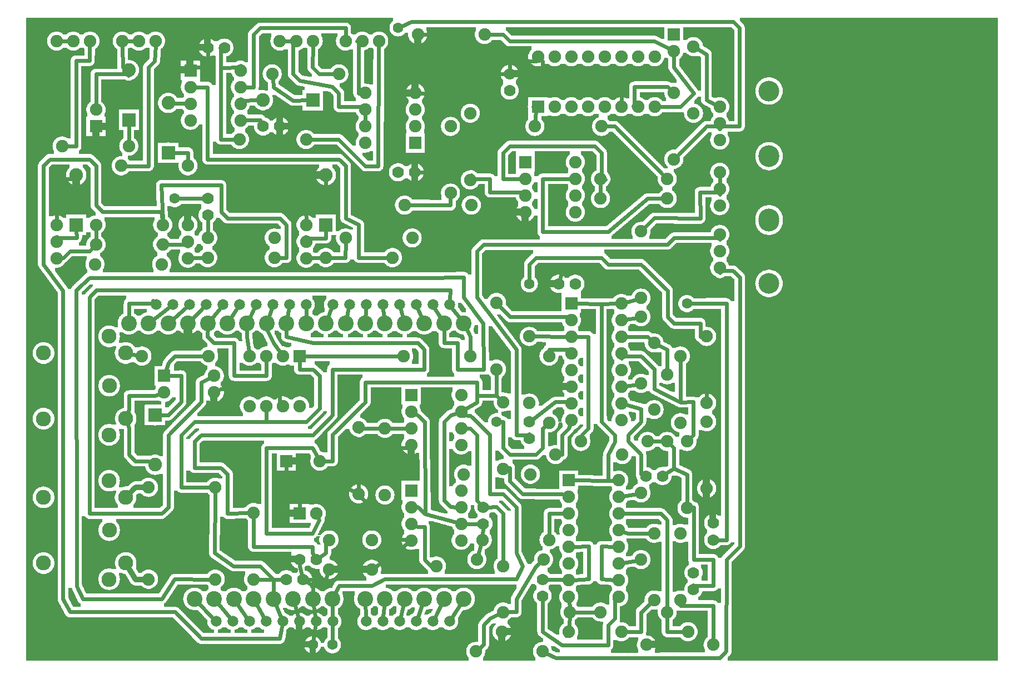
<source format=gtl>
G04 MADE WITH FRITZING*
G04 WWW.FRITZING.ORG*
G04 DOUBLE SIDED*
G04 HOLES PLATED*
G04 CONTOUR ON CENTER OF CONTOUR VECTOR*
%ASAXBY*%
%FSLAX23Y23*%
%MOIN*%
%OFA0B0*%
%SFA1.0B1.0*%
%ADD10C,0.075000*%
%ADD11C,0.062992*%
%ADD12C,0.074667*%
%ADD13C,0.074695*%
%ADD14C,0.082000*%
%ADD15C,0.070000*%
%ADD16C,0.124033*%
%ADD17C,0.090000*%
%ADD18C,0.065278*%
%ADD19C,0.094488*%
%ADD20R,0.075000X0.075000*%
%ADD21R,0.082000X0.082000*%
%ADD22C,0.024000*%
%ADD23C,0.032000*%
%ADD24R,0.001000X0.001000*%
%LNCOPPER1*%
G90*
G70*
G54D10*
X4159Y3765D03*
X4011Y3620D03*
X3734Y3195D03*
X3151Y3036D03*
X248Y2824D03*
X586Y2630D03*
X4402Y3820D03*
X1320Y3798D03*
X318Y2400D03*
X3067Y1872D03*
X2869Y1917D03*
X2511Y1859D03*
X1960Y1679D03*
X2162Y1614D03*
X2466Y1601D03*
X755Y1386D03*
X1154Y1287D03*
X3824Y1266D03*
X3948Y2480D03*
X3472Y1380D03*
X3066Y943D03*
X3402Y1015D03*
X516Y2165D03*
X3829Y1043D03*
X1276Y818D03*
X2519Y816D03*
X1985Y1328D03*
X3701Y532D03*
X999Y990D03*
X3402Y449D03*
X3406Y244D03*
X3051Y287D03*
G54D11*
X3056Y2302D03*
X2859Y1475D03*
X4001Y2184D03*
G54D10*
X2584Y3247D03*
X2584Y2847D03*
G54D11*
X930Y2814D03*
X2269Y3837D03*
X1875Y137D03*
X1757Y137D03*
G54D12*
X615Y3759D03*
X715Y3759D03*
G54D13*
X815Y3759D03*
G54D10*
X458Y3247D03*
X458Y3347D03*
G54D14*
X654Y3286D03*
X654Y3584D03*
G54D10*
X654Y3129D03*
X254Y3129D03*
G54D12*
X221Y3759D03*
X321Y3759D03*
G54D13*
X421Y3759D03*
G54D14*
X1757Y3404D03*
X1459Y3404D03*
G54D10*
X1914Y3562D03*
X1514Y3562D03*
X2372Y3147D03*
X2072Y3147D03*
X2372Y3247D03*
X2072Y3247D03*
X2372Y3347D03*
X2072Y3347D03*
X2372Y3447D03*
X2072Y3447D03*
G54D12*
X1560Y3759D03*
X1660Y3759D03*
G54D13*
X1760Y3759D03*
G54D10*
X1717Y3168D03*
X1317Y3168D03*
G54D12*
X1954Y3759D03*
X2054Y3759D03*
G54D13*
X2154Y3759D03*
G54D10*
X2308Y2774D03*
X2708Y2774D03*
X2702Y3326D03*
X2702Y2926D03*
G54D15*
X2269Y2971D03*
X2369Y2971D03*
G54D10*
X3032Y3032D03*
X3332Y3032D03*
X3032Y2932D03*
X3332Y2932D03*
X3032Y2832D03*
X3332Y2832D03*
X3032Y2732D03*
X3332Y2732D03*
X3883Y2814D03*
X3483Y2814D03*
X3883Y2932D03*
X3483Y2932D03*
X3107Y3365D03*
X3107Y3665D03*
X3207Y3365D03*
X3207Y3665D03*
X3307Y3365D03*
X3307Y3665D03*
X3407Y3365D03*
X3407Y3665D03*
X3507Y3365D03*
X3507Y3665D03*
X3607Y3365D03*
X3607Y3665D03*
X3707Y3365D03*
X3707Y3665D03*
X3807Y3365D03*
X3807Y3665D03*
G54D12*
X4198Y3365D03*
X4198Y3265D03*
G54D13*
X4198Y3165D03*
G54D16*
X4493Y3459D03*
X4493Y3071D03*
G54D10*
X4040Y3326D03*
X4040Y3726D03*
G54D15*
X2938Y3562D03*
X2938Y3462D03*
G54D10*
X2387Y3798D03*
X2787Y3798D03*
X3922Y3050D03*
X3922Y3450D03*
X3922Y3798D03*
X3922Y3698D03*
X3489Y3247D03*
X3089Y3247D03*
X3307Y2184D03*
X3607Y2184D03*
X3307Y2084D03*
X3607Y2084D03*
X3307Y1984D03*
X3607Y1984D03*
X3307Y1884D03*
X3607Y1884D03*
X3307Y1784D03*
X3607Y1784D03*
X3307Y1684D03*
X3607Y1684D03*
X3307Y1584D03*
X3607Y1584D03*
X3307Y1484D03*
X3607Y1484D03*
X2111Y589D03*
X1855Y589D03*
X2111Y766D03*
X1855Y766D03*
X3292Y1124D03*
X3592Y1124D03*
X3292Y1024D03*
X3592Y1024D03*
X3292Y924D03*
X3592Y924D03*
X3292Y824D03*
X3592Y824D03*
X3292Y724D03*
X3592Y724D03*
X3292Y624D03*
X3592Y624D03*
X3292Y524D03*
X3592Y524D03*
X3292Y424D03*
X3592Y424D03*
X1402Y530D03*
X1402Y930D03*
G54D15*
X1678Y648D03*
X1778Y648D03*
G54D10*
X866Y1751D03*
X1166Y1751D03*
X866Y1651D03*
X1166Y1651D03*
G54D14*
X812Y1515D03*
X812Y1217D03*
G54D17*
X537Y1691D03*
X536Y1396D03*
X536Y1987D03*
X635Y1887D03*
X636Y1494D03*
X143Y1887D03*
X143Y1493D03*
X537Y1691D03*
X536Y1396D03*
X536Y1987D03*
X635Y1887D03*
X636Y1494D03*
X143Y1887D03*
X143Y1493D03*
X537Y825D03*
X536Y530D03*
X536Y1121D03*
X635Y1021D03*
X636Y627D03*
X143Y1021D03*
X143Y627D03*
X537Y825D03*
X536Y530D03*
X536Y1121D03*
X635Y1021D03*
X636Y627D03*
X143Y1021D03*
X143Y627D03*
G54D10*
X733Y1869D03*
X1133Y1869D03*
X2702Y1869D03*
X2302Y1869D03*
X773Y1081D03*
X1173Y1081D03*
X773Y530D03*
X1173Y530D03*
G54D18*
X2177Y277D03*
X2277Y277D03*
X2377Y277D03*
X2477Y277D03*
X2577Y277D03*
X1717Y2177D03*
X1617Y2177D03*
X1517Y2177D03*
X1417Y2177D03*
X1317Y2177D03*
X1217Y2177D03*
X1117Y2177D03*
X1017Y2177D03*
X917Y2177D03*
X817Y2177D03*
X2577Y2177D03*
X2477Y2177D03*
X2377Y2177D03*
X2277Y2177D03*
X2177Y2177D03*
X2077Y2177D03*
X1977Y2177D03*
X1877Y2177D03*
X1277Y277D03*
X1177Y277D03*
X1377Y277D03*
X1477Y277D03*
X1577Y277D03*
X1677Y277D03*
X1777Y277D03*
X1877Y277D03*
X2077Y277D03*
G54D10*
X1678Y1869D03*
X1678Y1569D03*
X1578Y1869D03*
X1578Y1569D03*
X1478Y1869D03*
X1478Y1569D03*
X1378Y1869D03*
X1378Y1569D03*
G54D15*
X1699Y530D03*
X1599Y530D03*
G54D19*
X2426Y2066D03*
X2190Y2066D03*
X2308Y2066D03*
X2662Y2066D03*
X2544Y2066D03*
X2072Y2066D03*
X1954Y2066D03*
G54D10*
X221Y2456D03*
X221Y2556D03*
X221Y2656D03*
G54D19*
X1836Y2066D03*
G54D10*
X1009Y2456D03*
X1009Y2556D03*
X1009Y2656D03*
G54D19*
X1717Y2066D03*
X1599Y2066D03*
G54D10*
X1717Y2456D03*
X1717Y2556D03*
X1717Y2656D03*
G54D19*
X1363Y2066D03*
X773Y2066D03*
G54D10*
X851Y2420D03*
X451Y2420D03*
G54D19*
X1127Y2066D03*
X1009Y2066D03*
G54D10*
X458Y2538D03*
X858Y2538D03*
G54D19*
X1245Y2066D03*
X891Y2066D03*
G54D10*
X1127Y2578D03*
X1527Y2578D03*
G54D19*
X1481Y2066D03*
X654Y2066D03*
G54D10*
X458Y2656D03*
X858Y2656D03*
G54D19*
X2426Y412D03*
X2544Y412D03*
G54D10*
X1127Y2459D03*
X1527Y2459D03*
G54D19*
X2190Y412D03*
X2662Y412D03*
G54D10*
X1954Y2578D03*
X2354Y2578D03*
G54D19*
X2308Y412D03*
X2072Y412D03*
G54D15*
X1127Y2714D03*
X1127Y2814D03*
G54D19*
X1875Y412D03*
X1639Y412D03*
X1521Y412D03*
G54D14*
X1836Y2656D03*
X1836Y2954D03*
G54D19*
X1757Y412D03*
G54D14*
X339Y2656D03*
X339Y2954D03*
G54D19*
X1284Y412D03*
G54D10*
X1836Y2459D03*
X2236Y2459D03*
G54D19*
X1402Y412D03*
X1166Y412D03*
G54D10*
X1024Y3583D03*
X1324Y3583D03*
X1024Y3483D03*
X1324Y3483D03*
X1024Y3383D03*
X1324Y3383D03*
X1024Y3283D03*
X1324Y3283D03*
G54D19*
X1048Y412D03*
G54D15*
X1560Y3247D03*
X1460Y3247D03*
X1127Y3719D03*
X1227Y3719D03*
G54D10*
X2347Y1636D03*
X2647Y1636D03*
X2347Y1536D03*
X2647Y1536D03*
X2347Y1436D03*
X2647Y1436D03*
X2347Y1336D03*
X2647Y1336D03*
G54D14*
X891Y3089D03*
X891Y3387D03*
G54D10*
X1009Y3011D03*
X609Y3011D03*
X2032Y1042D03*
X2032Y1442D03*
X2190Y1436D03*
X2190Y1036D03*
X3365Y1357D03*
X3765Y1357D03*
X2347Y1063D03*
X2647Y1063D03*
X2347Y963D03*
X2647Y963D03*
X2347Y863D03*
X2647Y863D03*
X2347Y763D03*
X2647Y763D03*
X3174Y766D03*
X2774Y766D03*
X2898Y609D03*
X2498Y609D03*
G54D15*
X2780Y963D03*
X2780Y863D03*
G54D10*
X1678Y924D03*
X1778Y924D03*
X3056Y1587D03*
X3056Y1987D03*
X1599Y1239D03*
X1799Y1239D03*
X2859Y1790D03*
X2859Y2190D03*
X2662Y1160D03*
X3062Y1160D03*
X2898Y1593D03*
X2898Y1193D03*
X3174Y1469D03*
X3174Y1869D03*
X2741Y648D03*
X3141Y648D03*
X4119Y1587D03*
X4119Y1987D03*
X2892Y215D03*
X3292Y215D03*
X3613Y1278D03*
X3213Y1278D03*
X2898Y333D03*
X3298Y333D03*
X3725Y1705D03*
X3725Y2105D03*
X3725Y648D03*
X3725Y1048D03*
X3804Y1548D03*
X3804Y1948D03*
X3483Y333D03*
X3883Y333D03*
X3883Y1757D03*
X3883Y1357D03*
X4007Y215D03*
X3607Y215D03*
X4119Y1075D03*
X4119Y1475D03*
X3758Y137D03*
X4158Y137D03*
X3961Y1469D03*
X3961Y1869D03*
X3961Y406D03*
X3961Y806D03*
G54D15*
X3854Y1149D03*
X3754Y1149D03*
X4040Y469D03*
X4040Y570D03*
G54D10*
X4001Y957D03*
X4001Y1357D03*
X3804Y406D03*
X3804Y806D03*
G54D15*
X3056Y1375D03*
X3056Y1475D03*
X3135Y430D03*
X3135Y530D03*
G54D12*
X4198Y2599D03*
X4198Y2499D03*
G54D13*
X4198Y2399D03*
G54D16*
X4493Y2693D03*
X4493Y2305D03*
G54D10*
X2735Y97D03*
X3135Y97D03*
G54D12*
X4198Y2971D03*
X4198Y2871D03*
G54D13*
X4198Y2771D03*
G54D16*
X4493Y3065D03*
X4493Y2677D03*
G54D10*
X3725Y2617D03*
X3725Y2217D03*
G54D15*
X4158Y867D03*
X4158Y766D03*
X3231Y2302D03*
X3332Y2302D03*
G54D20*
X458Y3247D03*
G54D21*
X654Y3285D03*
X1758Y3404D03*
G54D20*
X2372Y3147D03*
X3032Y3032D03*
X3107Y3365D03*
X3922Y3798D03*
X3307Y2184D03*
X3292Y1124D03*
X866Y1751D03*
G54D21*
X812Y1516D03*
G54D20*
X1678Y1869D03*
G54D21*
X1836Y2655D03*
X339Y2655D03*
G54D20*
X1024Y3583D03*
X2347Y1636D03*
G54D21*
X891Y3088D03*
G54D20*
X2347Y1063D03*
X1678Y924D03*
X1599Y1239D03*
G54D22*
X4081Y1986D02*
X4081Y2066D01*
D02*
X4081Y2066D02*
X3921Y2066D01*
D02*
X3921Y2066D02*
X3884Y2106D01*
D02*
X3884Y2106D02*
X3884Y2263D01*
D02*
X3884Y2263D02*
X3724Y2420D01*
D02*
X3724Y2420D02*
X3527Y2420D01*
D02*
X3527Y2420D02*
X3490Y2460D01*
D02*
X3096Y2460D02*
X3056Y2420D01*
D02*
X3490Y2460D02*
X3096Y2460D01*
D02*
X3056Y2420D02*
X3056Y2321D01*
D02*
X4090Y1986D02*
X4081Y1986D01*
D02*
X2781Y2537D02*
X3884Y2539D01*
D02*
X3136Y1435D02*
X3136Y1319D01*
D02*
X3136Y1319D02*
X3095Y1278D01*
D02*
X3095Y1278D02*
X2938Y1278D01*
D02*
X2938Y1278D02*
X2898Y1319D01*
D02*
X2898Y1319D02*
X2898Y1397D01*
D02*
X2898Y1475D02*
X2878Y1475D01*
D02*
X2898Y1397D02*
X2898Y1475D01*
D02*
X3153Y1450D02*
X3136Y1435D01*
D02*
X4198Y2578D02*
X4199Y2567D01*
D02*
X3923Y2578D02*
X4198Y2578D01*
D02*
X3884Y2539D02*
X3923Y2578D01*
D02*
X2741Y2498D02*
X2781Y2537D01*
D02*
X3055Y1396D02*
X2977Y1396D01*
D02*
X2741Y2222D02*
X2741Y2498D01*
D02*
X2977Y1907D02*
X2741Y2222D01*
D02*
X2977Y1396D02*
X2977Y1907D01*
D02*
X3055Y1401D02*
X3055Y1396D01*
D02*
X458Y2567D02*
X458Y2628D01*
D02*
X419Y2499D02*
X301Y2499D01*
D02*
X301Y2499D02*
X261Y2460D01*
D02*
X261Y2460D02*
X250Y2459D01*
D02*
X437Y2518D02*
X419Y2499D01*
D02*
X341Y2932D02*
X342Y2922D01*
D02*
X221Y2932D02*
X341Y2932D01*
D02*
X221Y2685D02*
X221Y2932D01*
D02*
X341Y2579D02*
X221Y2579D01*
D02*
X221Y2579D02*
X221Y2585D01*
D02*
X340Y2624D02*
X341Y2579D01*
D02*
X4238Y766D02*
X4238Y2184D01*
D02*
X4238Y2184D02*
X4020Y2184D01*
D02*
X4184Y766D02*
X4238Y766D01*
D02*
X1098Y2459D02*
X1037Y2457D01*
D02*
X850Y2735D02*
X496Y2735D01*
D02*
X496Y2735D02*
X457Y2774D01*
D02*
X457Y2774D02*
X457Y3011D01*
D02*
X457Y3011D02*
X418Y3050D01*
D02*
X418Y3050D02*
X181Y3050D01*
D02*
X181Y3050D02*
X142Y3011D01*
D02*
X142Y3011D02*
X142Y2420D01*
D02*
X142Y2420D02*
X259Y2262D01*
D02*
X259Y2262D02*
X259Y412D01*
D02*
X259Y412D02*
X301Y334D01*
D02*
X301Y334D02*
X931Y334D01*
D02*
X931Y334D02*
X1087Y175D01*
D02*
X1087Y175D02*
X1560Y175D01*
D02*
X1560Y175D02*
X1572Y246D01*
D02*
X855Y2685D02*
X850Y2735D01*
D02*
X1007Y2538D02*
X850Y2538D01*
D02*
X850Y2538D02*
X829Y2540D01*
D02*
X1007Y2528D02*
X1007Y2538D01*
D02*
X1126Y3483D02*
X1052Y3483D01*
D02*
X1126Y3050D02*
X1126Y3483D01*
D02*
X1915Y3050D02*
X1126Y3050D01*
D02*
X1954Y3011D02*
X1915Y3050D01*
D02*
X2033Y2657D02*
X1954Y2696D01*
D02*
X2033Y2460D02*
X2033Y2657D01*
D02*
X2207Y2460D02*
X2033Y2460D01*
D02*
X1954Y2696D02*
X1954Y3011D01*
D02*
X1953Y2459D02*
X1864Y2459D01*
D02*
X1954Y2549D02*
X1953Y2459D01*
D02*
X1807Y2459D02*
X1746Y2457D01*
D02*
X1716Y2576D02*
X1716Y2585D01*
D02*
X1836Y2576D02*
X1716Y2576D01*
D02*
X1836Y2624D02*
X1836Y2576D01*
D02*
X1836Y2774D02*
X1755Y2774D01*
D02*
X1755Y2774D02*
X1716Y2735D01*
D02*
X1716Y2735D02*
X1717Y2685D01*
D02*
X1836Y2922D02*
X1836Y2774D01*
D02*
X850Y2894D02*
X857Y2685D01*
D02*
X1207Y2894D02*
X850Y2894D01*
D02*
X1207Y2734D02*
X1207Y2894D01*
D02*
X1245Y2696D02*
X1207Y2734D01*
D02*
X1561Y2696D02*
X1245Y2696D01*
D02*
X1599Y2656D02*
X1561Y2696D01*
D02*
X1599Y2459D02*
X1599Y2656D01*
D02*
X1555Y2459D02*
X1599Y2459D01*
D02*
X1127Y2606D02*
X1127Y2688D01*
D02*
X654Y3157D02*
X654Y3254D01*
D02*
X617Y3601D02*
X615Y3727D01*
D02*
X625Y3597D02*
X617Y3601D01*
D02*
X772Y3010D02*
X637Y3010D01*
D02*
X772Y3601D02*
X772Y3010D01*
D02*
X810Y3639D02*
X772Y3601D01*
D02*
X814Y3727D02*
X810Y3639D01*
D02*
X683Y3759D02*
X647Y3759D01*
D02*
X1010Y3089D02*
X923Y3089D01*
D02*
X1009Y3039D02*
X1010Y3089D01*
D02*
X995Y3384D02*
X923Y3386D01*
D02*
X1443Y3286D02*
X1450Y3271D01*
D02*
X1352Y3284D02*
X1443Y3286D01*
D02*
X1205Y3720D02*
X1201Y3720D01*
D02*
X1324Y3601D02*
X1205Y3600D01*
D02*
X1205Y3600D02*
X1205Y3720D01*
D02*
X1324Y3612D02*
X1324Y3601D01*
D02*
X1049Y3601D02*
X1125Y3601D01*
D02*
X1125Y3601D02*
X1127Y3693D01*
D02*
X1047Y3599D02*
X1049Y3601D01*
D02*
X418Y3641D02*
X338Y3641D01*
D02*
X338Y3641D02*
X339Y3129D01*
D02*
X339Y3129D02*
X283Y3129D01*
D02*
X420Y3727D02*
X418Y3641D01*
D02*
X949Y2814D02*
X1101Y2814D01*
D02*
X1640Y3757D02*
X1628Y3756D01*
D02*
X1640Y3561D02*
X1640Y3757D01*
D02*
X1678Y3522D02*
X1640Y3561D01*
D02*
X1875Y3484D02*
X1678Y3522D01*
D02*
X1913Y3445D02*
X1875Y3484D01*
D02*
X2071Y3365D02*
X1913Y3365D01*
D02*
X1913Y3365D02*
X1913Y3445D01*
D02*
X2070Y3375D02*
X2071Y3365D01*
D02*
X1592Y3759D02*
X1628Y3759D01*
D02*
X1522Y3482D02*
X1517Y3533D01*
D02*
X1637Y3403D02*
X1522Y3482D01*
D02*
X1725Y3404D02*
X1637Y3403D01*
D02*
X1756Y3601D02*
X1759Y3727D01*
D02*
X1796Y3561D02*
X1756Y3601D01*
D02*
X1886Y3562D02*
X1796Y3561D01*
D02*
X1324Y3403D02*
X1427Y3404D01*
D02*
X1324Y3412D02*
X1324Y3403D01*
D02*
X290Y3759D02*
X253Y3759D01*
D02*
X2072Y3318D02*
X2072Y3275D01*
D02*
X2150Y3010D02*
X2153Y3727D01*
D02*
X2073Y3010D02*
X2150Y3010D01*
D02*
X1746Y3168D02*
X1913Y3170D01*
D02*
X1913Y3170D02*
X2073Y3010D01*
D02*
X1401Y3483D02*
X1352Y3483D01*
D02*
X1401Y3798D02*
X1401Y3483D01*
D02*
X1954Y3837D02*
X1443Y3837D01*
D02*
X1954Y3790D02*
X1954Y3837D01*
D02*
X1443Y3837D02*
X1401Y3798D01*
D02*
X2033Y3758D02*
X2022Y3758D01*
D02*
X2033Y3444D02*
X2033Y3758D01*
D02*
X2043Y3444D02*
X2033Y3444D01*
D02*
X3017Y2853D02*
X3015Y2855D01*
D02*
X2820Y2853D02*
X3017Y2853D01*
D02*
X2820Y2933D02*
X2820Y2853D01*
D02*
X2707Y2954D02*
X2703Y2933D01*
D02*
X2703Y2933D02*
X2820Y2933D01*
D02*
X2583Y2774D02*
X2337Y2774D01*
D02*
X2583Y2818D02*
X2583Y2774D01*
D02*
X2466Y2972D02*
X2465Y3444D01*
D02*
X2465Y3444D02*
X2400Y3446D01*
D02*
X2395Y2971D02*
X2466Y2972D01*
D02*
X653Y3561D02*
X652Y3552D01*
D02*
X457Y3561D02*
X653Y3561D01*
D02*
X457Y3375D02*
X457Y3561D01*
D02*
X1205Y3170D02*
X1289Y3168D01*
D02*
X1205Y3600D02*
X1205Y3170D01*
D02*
X2724Y3557D02*
X2912Y3561D01*
D02*
X2467Y3560D02*
X2724Y3557D01*
D02*
X2465Y3444D02*
X2467Y3560D01*
D02*
X3135Y2933D02*
X3135Y2616D01*
D02*
X3135Y2616D02*
X3529Y2616D01*
D02*
X3529Y2616D02*
X3765Y2814D01*
D02*
X3765Y2814D02*
X3854Y2814D01*
D02*
X3303Y2932D02*
X3135Y2933D01*
D02*
X3483Y2903D02*
X3483Y2842D01*
D02*
X2898Y2931D02*
X2898Y3088D01*
D02*
X2898Y3088D02*
X2938Y3129D01*
D02*
X2938Y3129D02*
X3449Y3129D01*
D02*
X3449Y3129D02*
X3489Y3088D01*
D02*
X3489Y2931D02*
X3511Y2930D01*
D02*
X3489Y3088D02*
X3489Y2931D01*
D02*
X3003Y2932D02*
X2898Y2931D01*
D02*
X3096Y3365D02*
X3079Y3365D01*
D02*
X3091Y3275D02*
X3096Y3365D01*
D02*
X3961Y3364D02*
X4042Y3444D01*
D02*
X4042Y3444D02*
X3922Y3602D01*
D02*
X3922Y3601D02*
X3922Y3669D01*
D02*
X4117Y3406D02*
X4169Y3379D01*
D02*
X3836Y3365D02*
X3961Y3364D01*
D02*
X2467Y3797D02*
X2415Y3798D01*
D02*
X2467Y3560D02*
X2467Y3797D01*
D02*
X3685Y3366D02*
X3685Y3484D01*
D02*
X3685Y3484D02*
X3884Y3484D01*
D02*
X3884Y3484D02*
X3901Y3469D01*
D02*
X3679Y3367D02*
X3685Y3366D01*
D02*
X4117Y3680D02*
X4117Y3406D01*
D02*
X4065Y3711D02*
X4117Y3680D01*
D02*
X3134Y3640D02*
X3128Y3645D01*
D02*
X3607Y3561D02*
X3134Y3561D01*
D02*
X3134Y3561D02*
X3134Y3640D01*
D02*
X3607Y3394D02*
X3607Y3561D01*
D02*
X3097Y3640D02*
X3096Y3639D01*
D02*
X2938Y3640D02*
X3097Y3640D01*
D02*
X2938Y3588D02*
X2938Y3640D01*
D02*
X1772Y246D02*
X1759Y155D01*
D02*
X1876Y245D02*
X1875Y156D01*
D02*
X4197Y3247D02*
X4316Y3247D01*
D02*
X4316Y3247D02*
X4316Y3837D01*
D02*
X4316Y3837D02*
X4277Y3876D01*
D02*
X4277Y3876D02*
X2348Y3876D01*
D02*
X2348Y3876D02*
X2286Y3846D01*
D02*
X4196Y3233D02*
X4197Y3247D01*
D02*
X3804Y3759D02*
X2938Y3758D01*
D02*
X2898Y3798D02*
X2815Y3798D01*
D02*
X2938Y3758D02*
X2898Y3798D01*
D02*
X3897Y3711D02*
X3804Y3759D01*
D02*
X4198Y3247D02*
X4119Y3247D01*
D02*
X4119Y3247D02*
X3942Y3070D01*
D02*
X4199Y3233D02*
X4198Y3247D01*
D02*
X3567Y3248D02*
X3518Y3247D01*
D02*
X3863Y2952D02*
X3567Y3248D01*
D02*
X3962Y372D02*
X3962Y377D01*
D02*
X3882Y215D02*
X3979Y215D01*
D02*
X3725Y333D02*
X3783Y386D01*
D02*
X4158Y372D02*
X3962Y372D01*
D02*
X4158Y165D02*
X4158Y372D01*
D02*
X3411Y728D02*
X3411Y531D01*
D02*
X3411Y531D02*
X3321Y526D01*
D02*
X3321Y725D02*
X3411Y728D01*
D02*
X3489Y728D02*
X3564Y725D01*
D02*
X3489Y531D02*
X3489Y728D01*
D02*
X3564Y526D02*
X3489Y531D01*
D02*
X3725Y215D02*
X3725Y333D01*
D02*
X3636Y215D02*
X3725Y215D01*
D02*
X3883Y305D02*
X3882Y215D01*
D02*
X3646Y806D02*
X3619Y815D01*
D02*
X3775Y806D02*
X3646Y806D01*
D02*
X3844Y925D02*
X3882Y884D01*
D02*
X3882Y884D02*
X3883Y362D01*
D02*
X3621Y924D02*
X3844Y925D01*
D02*
X3327Y333D02*
X3454Y333D01*
D02*
X3253Y1277D02*
X3242Y1278D01*
D02*
X3253Y1396D02*
X3253Y1277D01*
D02*
X3410Y1436D02*
X3410Y1986D01*
D02*
X3410Y1986D02*
X3336Y1984D01*
D02*
X3369Y1385D02*
X3371Y1397D01*
D02*
X3371Y1397D02*
X3410Y1436D01*
D02*
X3299Y1456D02*
X3293Y1436D01*
D02*
X3293Y1436D02*
X3253Y1396D01*
D02*
X3291Y1909D02*
X3174Y1909D01*
D02*
X3174Y1909D02*
X3174Y1897D01*
D02*
X3292Y1908D02*
X3291Y1909D01*
D02*
X3279Y1984D02*
X3085Y1987D01*
D02*
X3275Y192D02*
X3292Y215D01*
D02*
X3292Y215D02*
X3297Y305D01*
D02*
X3882Y1869D02*
X3883Y1786D01*
D02*
X3882Y1908D02*
X3882Y1869D01*
D02*
X3830Y1935D02*
X3882Y1908D01*
D02*
X3854Y1357D02*
X3793Y1357D01*
D02*
X3765Y1986D02*
X3636Y1984D01*
D02*
X3783Y1967D02*
X3765Y1986D01*
D02*
X4276Y2381D02*
X4317Y2342D01*
D02*
X4317Y2342D02*
X4317Y1750D01*
D02*
X4317Y1750D02*
X4317Y1712D01*
D02*
X4317Y1712D02*
X4317Y1001D01*
D02*
X4317Y1001D02*
X4317Y963D01*
D02*
X4317Y727D02*
X4238Y648D01*
D02*
X4238Y648D02*
X4236Y97D01*
D02*
X4317Y963D02*
X4317Y727D01*
D02*
X4236Y97D02*
X4198Y59D01*
D02*
X4198Y59D02*
X3215Y57D01*
D02*
X4198Y2382D02*
X4276Y2381D01*
D02*
X4199Y2367D02*
X4198Y2382D01*
D02*
X3215Y57D02*
X3160Y84D01*
D02*
X2782Y255D02*
X2782Y138D01*
D02*
X2782Y138D02*
X2756Y116D01*
D02*
X2819Y295D02*
X2782Y255D01*
D02*
X2873Y321D02*
X2819Y295D01*
D02*
X3922Y1317D02*
X3903Y1337D01*
D02*
X3923Y1196D02*
X3922Y1317D01*
D02*
X4001Y1159D02*
X3923Y1196D01*
D02*
X4001Y986D02*
X4001Y1159D01*
D02*
X3962Y1593D02*
X3962Y1840D01*
D02*
X4040Y1594D02*
X3962Y1593D01*
D02*
X4040Y1396D02*
X4040Y1594D01*
D02*
X4021Y1377D02*
X4040Y1396D01*
D02*
X4041Y649D02*
X4041Y963D01*
D02*
X4157Y649D02*
X4041Y649D01*
D02*
X3568Y413D02*
X3566Y412D01*
D02*
X3569Y294D02*
X3568Y413D01*
D02*
X4002Y964D02*
X4004Y985D01*
D02*
X4040Y491D02*
X4159Y491D01*
D02*
X4159Y491D02*
X4157Y649D01*
D02*
X4040Y496D02*
X4040Y491D01*
D02*
X4041Y963D02*
X4002Y964D01*
D02*
X3253Y2382D02*
X3238Y2327D01*
D02*
X3450Y2380D02*
X3253Y2382D01*
D02*
X3450Y2303D02*
X3450Y2380D01*
D02*
X3764Y2303D02*
X3450Y2303D01*
D02*
X3804Y2263D02*
X3764Y2303D01*
D02*
X3803Y2067D02*
X3804Y2263D01*
D02*
X3882Y1986D02*
X3803Y2067D01*
D02*
X4000Y1986D02*
X3882Y1986D01*
D02*
X4119Y1869D02*
X4000Y1986D01*
D02*
X4119Y1616D02*
X4119Y1869D01*
D02*
X3174Y925D02*
X3264Y924D01*
D02*
X3174Y795D02*
X3174Y925D01*
D02*
X3293Y1594D02*
X3213Y1594D01*
D02*
X3284Y1600D02*
X3293Y1594D01*
D02*
X3213Y1594D02*
X3077Y1491D01*
D02*
X3725Y1161D02*
X3730Y1159D01*
D02*
X3725Y1553D02*
X3725Y1476D01*
D02*
X3725Y1476D02*
X3647Y1396D01*
D02*
X3647Y1396D02*
X3647Y1357D01*
D02*
X3647Y1357D02*
X3725Y1277D01*
D02*
X3635Y1577D02*
X3725Y1553D01*
D02*
X3725Y1277D02*
X3725Y1161D01*
D02*
X3135Y216D02*
X3253Y136D01*
D02*
X3253Y136D02*
X3529Y136D01*
D02*
X3529Y136D02*
X3529Y254D01*
D02*
X3529Y254D02*
X3569Y294D01*
D02*
X3135Y404D02*
X3135Y216D01*
D02*
X3253Y530D02*
X3161Y530D01*
D02*
X3264Y528D02*
X3253Y530D01*
D02*
X3607Y1869D02*
X3607Y1855D01*
D02*
X3725Y1869D02*
X3607Y1869D01*
D02*
X3805Y1791D02*
X3725Y1869D01*
D02*
X3805Y1673D02*
X3805Y1791D01*
D02*
X3962Y1593D02*
X3805Y1673D01*
D02*
X3923Y1196D02*
X3876Y1164D01*
G54D23*
D02*
X694Y529D02*
X658Y589D01*
D02*
X738Y530D02*
X694Y529D01*
G54D22*
D02*
X788Y2077D02*
X892Y2158D01*
D02*
X905Y2078D02*
X993Y2156D01*
D02*
X812Y2184D02*
X800Y2203D01*
D02*
X655Y2184D02*
X812Y2184D01*
D02*
X654Y2085D02*
X655Y2184D01*
D02*
X1022Y2079D02*
X1095Y2154D01*
D02*
X1139Y2080D02*
X1197Y2152D01*
D02*
X1255Y2082D02*
X1300Y2150D01*
D02*
X1371Y2083D02*
X1403Y2149D01*
D02*
X1487Y2084D02*
X1507Y2147D01*
D02*
X1602Y2084D02*
X1612Y2146D01*
D02*
X1717Y2085D02*
X1717Y2145D01*
D02*
X1842Y2083D02*
X1866Y2147D01*
D02*
X1957Y2084D02*
X1970Y2146D01*
D02*
X2073Y2085D02*
X2075Y2145D01*
D02*
X2188Y2085D02*
X2180Y2146D01*
D02*
X2303Y2084D02*
X2285Y2147D01*
D02*
X2418Y2083D02*
X2389Y2148D01*
D02*
X2534Y2082D02*
X2493Y2150D01*
D02*
X2651Y2081D02*
X2596Y2152D01*
D02*
X1155Y299D02*
X1061Y398D01*
D02*
X1257Y301D02*
X1178Y397D01*
D02*
X1359Y303D02*
X1295Y396D01*
D02*
X1462Y304D02*
X1412Y395D01*
D02*
X1565Y306D02*
X1528Y395D01*
D02*
X1772Y308D02*
X1760Y393D01*
D02*
X1875Y393D02*
X1876Y308D01*
D02*
X1668Y307D02*
X1644Y394D01*
D02*
X2076Y308D02*
X2072Y393D01*
D02*
X2180Y308D02*
X2188Y393D01*
D02*
X2284Y307D02*
X2304Y394D01*
D02*
X2387Y306D02*
X2420Y394D01*
D02*
X2491Y305D02*
X2536Y395D01*
D02*
X2652Y396D02*
X2593Y303D01*
D02*
X1521Y530D02*
X1521Y431D01*
D02*
X1442Y610D02*
X1522Y530D01*
D02*
X1283Y610D02*
X1442Y610D01*
D02*
X1168Y687D02*
X1283Y610D01*
D02*
X1172Y1053D02*
X1168Y687D01*
D02*
X2702Y1986D02*
X2671Y2049D01*
D02*
X2702Y1897D02*
X2702Y1986D01*
D02*
X705Y1874D02*
X673Y1880D01*
D02*
X929Y1869D02*
X1105Y1869D01*
D02*
X892Y1829D02*
X929Y1869D01*
D02*
X875Y1778D02*
X892Y1829D01*
D02*
X655Y1553D02*
X648Y1530D01*
D02*
X812Y1632D02*
X655Y1632D01*
D02*
X655Y1632D02*
X655Y1553D01*
D02*
X839Y1641D02*
X812Y1632D01*
D02*
X655Y1436D02*
X648Y1457D01*
D02*
X655Y1278D02*
X655Y1436D01*
D02*
X772Y1238D02*
X693Y1238D01*
D02*
X693Y1238D02*
X655Y1278D01*
D02*
X784Y1232D02*
X772Y1238D01*
D02*
X968Y1752D02*
X895Y1751D01*
D02*
X968Y1594D02*
X968Y1752D01*
D02*
X892Y1515D02*
X968Y1594D01*
D02*
X844Y1515D02*
X892Y1515D01*
D02*
X1363Y1986D02*
X1363Y2047D01*
D02*
X1374Y1897D02*
X1363Y1986D01*
D02*
X1165Y1947D02*
X1126Y1986D01*
D02*
X1126Y1986D02*
X1127Y2047D01*
D02*
X1285Y1947D02*
X1165Y1947D01*
D02*
X1285Y1752D02*
X1285Y1947D01*
D02*
X1480Y1752D02*
X1285Y1752D01*
D02*
X1479Y1840D02*
X1480Y1752D01*
D02*
X2273Y1869D02*
X1707Y1869D01*
D02*
X1481Y2027D02*
X1481Y2047D01*
D02*
X1521Y1947D02*
X1481Y2027D01*
D02*
X1561Y1892D02*
X1521Y1947D01*
D02*
X1521Y530D02*
X1573Y530D01*
D02*
X1758Y492D02*
X1721Y516D01*
D02*
X1757Y431D02*
X1758Y492D01*
D02*
X1835Y530D02*
X1725Y530D01*
D02*
X1846Y562D02*
X1835Y530D01*
D02*
X1521Y530D02*
X1431Y530D01*
D02*
X1835Y687D02*
X1800Y663D01*
D02*
X1835Y767D02*
X1835Y687D01*
D02*
X1827Y767D02*
X1835Y767D01*
D02*
X1678Y610D02*
X1692Y555D01*
D02*
X1678Y622D02*
X1678Y610D01*
D02*
X1756Y688D02*
X1766Y671D01*
D02*
X1402Y726D02*
X1756Y726D01*
D02*
X1756Y726D02*
X1756Y688D01*
D02*
X1402Y902D02*
X1402Y726D01*
D02*
X1560Y1593D02*
X1561Y1592D01*
D02*
X1205Y1673D02*
X1560Y1672D01*
D02*
X1560Y1672D02*
X1560Y1593D01*
D02*
X1191Y1665D02*
X1205Y1673D01*
D02*
X1480Y1475D02*
X1717Y1475D01*
D02*
X969Y1081D02*
X969Y1395D01*
D02*
X969Y1395D02*
X1049Y1475D01*
D02*
X1049Y1475D02*
X1480Y1475D01*
D02*
X1717Y1475D02*
X1797Y1555D01*
D02*
X1797Y1555D02*
X1797Y1752D01*
D02*
X1797Y1752D02*
X1757Y1789D01*
D02*
X1757Y1789D02*
X1677Y1789D01*
D02*
X1677Y1789D02*
X1678Y1840D01*
D02*
X1144Y1081D02*
X969Y1081D01*
D02*
X1480Y1475D02*
X1479Y1540D01*
D02*
X2545Y1948D02*
X2544Y2047D01*
D02*
X2624Y1948D02*
X2545Y1948D01*
D02*
X2624Y1790D02*
X2624Y1948D01*
D02*
X2782Y1790D02*
X2624Y1790D01*
D02*
X2780Y2065D02*
X2782Y1790D01*
D02*
X2662Y2222D02*
X2780Y2065D01*
D02*
X2662Y2343D02*
X2662Y2222D01*
D02*
X2424Y2340D02*
X2662Y2343D01*
D02*
X418Y2340D02*
X2424Y2340D01*
D02*
X339Y2264D02*
X418Y2340D01*
D02*
X341Y490D02*
X339Y2264D01*
D02*
X378Y413D02*
X341Y490D01*
D02*
X853Y413D02*
X378Y413D01*
D02*
X930Y531D02*
X853Y413D01*
D02*
X1144Y530D02*
X930Y531D01*
D02*
X2582Y2264D02*
X2579Y2208D01*
D02*
X459Y2264D02*
X2582Y2264D01*
D02*
X418Y2223D02*
X459Y2264D01*
D02*
X418Y924D02*
X418Y2223D01*
D02*
X851Y924D02*
X418Y924D01*
D02*
X892Y962D02*
X851Y924D01*
D02*
X892Y1395D02*
X892Y962D01*
D02*
X1088Y1594D02*
X892Y1395D01*
D02*
X1088Y1711D02*
X1088Y1594D01*
D02*
X1141Y1738D02*
X1088Y1711D01*
D02*
X1246Y924D02*
X1374Y929D01*
D02*
X1600Y1986D02*
X1758Y1948D01*
D02*
X1758Y1948D02*
X2387Y1948D01*
D02*
X2387Y1948D02*
X2424Y1907D01*
D02*
X2424Y1907D02*
X2424Y1790D01*
D02*
X2424Y1790D02*
X1875Y1790D01*
D02*
X1875Y1790D02*
X1875Y1515D01*
D02*
X1875Y1515D02*
X1758Y1395D01*
D02*
X1758Y1395D02*
X1088Y1395D01*
D02*
X1088Y1395D02*
X1047Y1357D01*
D02*
X1047Y1357D02*
X1047Y1199D01*
D02*
X1047Y1199D02*
X1205Y1199D01*
D02*
X1205Y1199D02*
X1246Y1161D01*
D02*
X1246Y1161D02*
X1246Y924D01*
D02*
X1599Y2047D02*
X1600Y1986D01*
D02*
X2386Y964D02*
X2376Y964D01*
D02*
X2432Y923D02*
X2386Y964D01*
D02*
X2620Y871D02*
X2432Y923D01*
D02*
X2754Y863D02*
X2676Y863D01*
D02*
X2427Y1475D02*
X2386Y1514D01*
D02*
X2386Y1514D02*
X2372Y1522D01*
D02*
X2432Y923D02*
X2427Y1475D01*
D02*
X2584Y1514D02*
X2620Y1526D01*
D02*
X2545Y1475D02*
X2584Y1514D01*
D02*
X2545Y1002D02*
X2545Y1475D01*
D02*
X2584Y964D02*
X2545Y1002D01*
D02*
X2619Y963D02*
X2584Y964D01*
D02*
X2741Y1002D02*
X2741Y1396D01*
D02*
X2741Y1396D02*
X2702Y1436D01*
D02*
X2702Y1436D02*
X2676Y1436D01*
D02*
X2762Y982D02*
X2741Y1002D01*
D02*
X2427Y648D02*
X2427Y845D01*
D02*
X2466Y609D02*
X2427Y648D01*
D02*
X2427Y845D02*
X2386Y845D01*
D02*
X2386Y845D02*
X2373Y851D01*
D02*
X2470Y609D02*
X2466Y609D01*
D02*
X2859Y964D02*
X2898Y925D01*
D02*
X2898Y925D02*
X2898Y638D01*
D02*
X2806Y963D02*
X2859Y964D01*
D02*
X2319Y1436D02*
X2218Y1436D01*
D02*
X2033Y1435D02*
X2035Y1414D01*
D02*
X2161Y1436D02*
X2033Y1435D01*
D02*
X2348Y1317D02*
X2071Y1317D01*
D02*
X2071Y1317D02*
X2033Y1278D01*
D02*
X2033Y1278D02*
X2032Y1071D01*
D02*
X2348Y1307D02*
X2348Y1317D01*
D02*
X2268Y767D02*
X2051Y1020D01*
D02*
X2308Y767D02*
X2268Y767D01*
D02*
X2319Y766D02*
X2308Y767D01*
D02*
X2190Y648D02*
X2324Y746D01*
D02*
X2134Y606D02*
X2190Y648D01*
D02*
X1915Y491D02*
X2111Y491D01*
D02*
X2111Y491D02*
X2190Y531D01*
D02*
X2190Y531D02*
X2977Y531D01*
D02*
X2977Y531D02*
X3016Y610D01*
D02*
X3016Y610D02*
X2977Y687D01*
D02*
X2899Y1042D02*
X2820Y1042D01*
D02*
X2977Y687D02*
X2977Y963D01*
D02*
X2977Y963D02*
X2899Y1042D01*
D02*
X2820Y1042D02*
X2820Y1397D01*
D02*
X2820Y1397D02*
X2701Y1513D01*
D02*
X2701Y1513D02*
X2662Y1515D01*
D02*
X2662Y1515D02*
X2664Y1512D01*
D02*
X1883Y429D02*
X1915Y491D01*
D02*
X1679Y1082D02*
X1599Y1159D01*
D02*
X1599Y1159D02*
X1599Y1210D01*
D02*
X1678Y953D02*
X1679Y1082D01*
D02*
X1953Y1082D02*
X2007Y1055D01*
D02*
X1679Y1082D02*
X1953Y1082D01*
D02*
X2742Y1632D02*
X2742Y1712D01*
D02*
X2072Y1593D02*
X1876Y1397D01*
D02*
X1876Y1239D02*
X1828Y1239D01*
D02*
X1876Y1397D02*
X1876Y1239D01*
D02*
X2072Y1712D02*
X2072Y1593D01*
D02*
X2742Y1712D02*
X2072Y1712D01*
D02*
X2742Y1593D02*
X2742Y1632D01*
D02*
X2672Y1551D02*
X2742Y1593D01*
D02*
X1480Y1317D02*
X1756Y1317D01*
D02*
X1756Y1317D02*
X1786Y1264D01*
D02*
X1480Y806D02*
X1480Y1317D01*
D02*
X1795Y885D02*
X1756Y806D01*
D02*
X1756Y806D02*
X1480Y806D01*
D02*
X1790Y898D02*
X1795Y885D01*
D02*
X3527Y1121D02*
X3564Y1123D01*
D02*
X3321Y1124D02*
X3527Y1121D01*
D02*
X3488Y2183D02*
X3336Y2184D01*
D02*
X3488Y1553D02*
X3488Y2183D01*
D02*
X3490Y1475D02*
X3488Y1553D01*
D02*
X3569Y1396D02*
X3490Y1475D01*
D02*
X3569Y1356D02*
X3569Y1396D01*
D02*
X3529Y1278D02*
X3569Y1356D01*
D02*
X3527Y1121D02*
X3529Y1278D01*
D02*
X3488Y2183D02*
X3579Y2184D01*
D02*
X3016Y1042D02*
X3252Y1042D01*
D02*
X3252Y1042D02*
X3266Y1035D01*
D02*
X2938Y1200D02*
X2938Y1120D01*
D02*
X2938Y1120D02*
X3016Y1042D01*
D02*
X2927Y1198D02*
X2938Y1200D01*
D02*
X3620Y1029D02*
X3697Y1043D01*
D02*
X3620Y629D02*
X3697Y643D01*
D02*
X3293Y2105D02*
X3214Y2105D01*
D02*
X3214Y2105D02*
X2939Y2105D01*
D02*
X2939Y2105D02*
X2879Y2169D01*
D02*
X3291Y2108D02*
X3293Y2105D01*
D02*
X2858Y1632D02*
X2878Y1613D01*
D02*
X2859Y1761D02*
X2858Y1632D01*
D02*
X2859Y1632D02*
X2859Y1761D01*
D02*
X2742Y1632D02*
X2859Y1632D01*
D02*
X3635Y2089D02*
X3697Y2100D01*
D02*
X3635Y1689D02*
X3697Y1700D01*
D02*
X3635Y2192D02*
X3698Y2209D01*
D02*
X4198Y2903D02*
X4198Y2939D01*
D02*
X3805Y2697D02*
X3745Y2637D01*
D02*
X4198Y2853D02*
X4079Y2853D01*
D02*
X4079Y2853D02*
X4081Y2695D01*
D02*
X4081Y2695D02*
X3805Y2697D01*
D02*
X4199Y2839D02*
X4198Y2853D01*
D02*
X2776Y795D02*
X2779Y837D01*
D02*
X2766Y739D02*
X2749Y676D01*
D02*
X2978Y334D02*
X2927Y334D01*
D02*
X2978Y413D02*
X2978Y334D01*
D02*
X3096Y610D02*
X2978Y413D01*
D02*
X3119Y630D02*
X3096Y610D01*
D02*
X3294Y395D02*
X3297Y362D01*
G36*
X2916Y3843D02*
X2916Y3823D01*
X2918Y3823D01*
X2918Y3821D01*
X2920Y3821D01*
X2920Y3819D01*
X2922Y3819D01*
X2922Y3817D01*
X2924Y3817D01*
X2924Y3815D01*
X2926Y3815D01*
X2926Y3813D01*
X2928Y3813D01*
X2928Y3811D01*
X2930Y3811D01*
X2930Y3809D01*
X2932Y3809D01*
X2932Y3807D01*
X2934Y3807D01*
X2934Y3805D01*
X2936Y3805D01*
X2936Y3803D01*
X2938Y3803D01*
X2938Y3801D01*
X2940Y3801D01*
X2940Y3799D01*
X2942Y3799D01*
X2942Y3797D01*
X2944Y3797D01*
X2944Y3795D01*
X2946Y3795D01*
X2946Y3793D01*
X2948Y3793D01*
X2948Y3791D01*
X3812Y3791D01*
X3812Y3789D01*
X3818Y3789D01*
X3818Y3787D01*
X3822Y3787D01*
X3822Y3785D01*
X3826Y3785D01*
X3826Y3783D01*
X3830Y3783D01*
X3830Y3781D01*
X3834Y3781D01*
X3834Y3779D01*
X3836Y3779D01*
X3836Y3777D01*
X3840Y3777D01*
X3840Y3775D01*
X3844Y3775D01*
X3844Y3773D01*
X3864Y3773D01*
X3864Y3843D01*
X2916Y3843D01*
G37*
D02*
G36*
X3980Y3843D02*
X3980Y3783D01*
X4050Y3783D01*
X4050Y3781D01*
X4058Y3781D01*
X4058Y3779D01*
X4064Y3779D01*
X4064Y3777D01*
X4068Y3777D01*
X4068Y3775D01*
X4070Y3775D01*
X4070Y3773D01*
X4074Y3773D01*
X4074Y3771D01*
X4076Y3771D01*
X4076Y3769D01*
X4078Y3769D01*
X4078Y3767D01*
X4080Y3767D01*
X4080Y3765D01*
X4082Y3765D01*
X4082Y3763D01*
X4084Y3763D01*
X4084Y3761D01*
X4086Y3761D01*
X4086Y3759D01*
X4088Y3759D01*
X4088Y3755D01*
X4090Y3755D01*
X4090Y3753D01*
X4092Y3753D01*
X4092Y3749D01*
X4094Y3749D01*
X4094Y3743D01*
X4096Y3743D01*
X4096Y3733D01*
X4098Y3733D01*
X4098Y3729D01*
X4100Y3729D01*
X4100Y3727D01*
X4102Y3727D01*
X4102Y3725D01*
X4106Y3725D01*
X4106Y3723D01*
X4110Y3723D01*
X4110Y3721D01*
X4114Y3721D01*
X4114Y3719D01*
X4116Y3719D01*
X4116Y3717D01*
X4120Y3717D01*
X4120Y3715D01*
X4124Y3715D01*
X4124Y3713D01*
X4126Y3713D01*
X4126Y3711D01*
X4130Y3711D01*
X4130Y3709D01*
X4134Y3709D01*
X4134Y3707D01*
X4136Y3707D01*
X4136Y3705D01*
X4138Y3705D01*
X4138Y3703D01*
X4140Y3703D01*
X4140Y3701D01*
X4142Y3701D01*
X4142Y3699D01*
X4144Y3699D01*
X4144Y3697D01*
X4146Y3697D01*
X4146Y3693D01*
X4148Y3693D01*
X4148Y3683D01*
X4150Y3683D01*
X4150Y3425D01*
X4152Y3425D01*
X4152Y3423D01*
X4202Y3423D01*
X4202Y3421D01*
X4212Y3421D01*
X4212Y3419D01*
X4220Y3419D01*
X4220Y3417D01*
X4224Y3417D01*
X4224Y3415D01*
X4226Y3415D01*
X4226Y3413D01*
X4230Y3413D01*
X4230Y3411D01*
X4232Y3411D01*
X4232Y3409D01*
X4236Y3409D01*
X4236Y3407D01*
X4238Y3407D01*
X4238Y3405D01*
X4240Y3405D01*
X4240Y3403D01*
X4242Y3403D01*
X4242Y3399D01*
X4244Y3399D01*
X4244Y3397D01*
X4246Y3397D01*
X4246Y3393D01*
X4248Y3393D01*
X4248Y3391D01*
X4250Y3391D01*
X4250Y3385D01*
X4252Y3385D01*
X4252Y3379D01*
X4254Y3379D01*
X4254Y3351D01*
X4252Y3351D01*
X4252Y3343D01*
X4250Y3343D01*
X4250Y3339D01*
X4248Y3339D01*
X4248Y3335D01*
X4246Y3335D01*
X4246Y3333D01*
X4244Y3333D01*
X4244Y3331D01*
X4242Y3331D01*
X4242Y3327D01*
X4240Y3327D01*
X4240Y3325D01*
X4238Y3325D01*
X4238Y3305D01*
X4240Y3305D01*
X4240Y3301D01*
X4242Y3301D01*
X4242Y3299D01*
X4244Y3299D01*
X4244Y3297D01*
X4246Y3297D01*
X4246Y3293D01*
X4248Y3293D01*
X4248Y3291D01*
X4250Y3291D01*
X4250Y3285D01*
X4252Y3285D01*
X4252Y3279D01*
X4284Y3279D01*
X4284Y3825D01*
X4282Y3825D01*
X4282Y3827D01*
X4280Y3827D01*
X4280Y3829D01*
X4278Y3829D01*
X4278Y3831D01*
X4276Y3831D01*
X4276Y3833D01*
X4274Y3833D01*
X4274Y3835D01*
X4272Y3835D01*
X4272Y3837D01*
X4270Y3837D01*
X4270Y3839D01*
X4268Y3839D01*
X4268Y3841D01*
X4266Y3841D01*
X4266Y3843D01*
X3980Y3843D01*
G37*
D02*
G36*
X3980Y3783D02*
X3980Y3765D01*
X4000Y3765D01*
X4000Y3767D01*
X4002Y3767D01*
X4002Y3769D01*
X4004Y3769D01*
X4004Y3771D01*
X4006Y3771D01*
X4006Y3773D01*
X4010Y3773D01*
X4010Y3775D01*
X4012Y3775D01*
X4012Y3777D01*
X4016Y3777D01*
X4016Y3779D01*
X4022Y3779D01*
X4022Y3781D01*
X4030Y3781D01*
X4030Y3783D01*
X3980Y3783D01*
G37*
D02*
G36*
X4156Y3423D02*
X4156Y3421D01*
X4160Y3421D01*
X4160Y3419D01*
X4182Y3419D01*
X4182Y3421D01*
X4194Y3421D01*
X4194Y3423D01*
X4156Y3423D01*
G37*
D02*
G36*
X1454Y3805D02*
X1454Y3803D01*
X1452Y3803D01*
X1452Y3801D01*
X1450Y3801D01*
X1450Y3799D01*
X1448Y3799D01*
X1448Y3797D01*
X1446Y3797D01*
X1446Y3795D01*
X1444Y3795D01*
X1444Y3793D01*
X1442Y3793D01*
X1442Y3791D01*
X1440Y3791D01*
X1440Y3789D01*
X1438Y3789D01*
X1438Y3787D01*
X1436Y3787D01*
X1436Y3785D01*
X1434Y3785D01*
X1434Y3701D01*
X1552Y3701D01*
X1552Y3703D01*
X1542Y3703D01*
X1542Y3705D01*
X1538Y3705D01*
X1538Y3707D01*
X1534Y3707D01*
X1534Y3709D01*
X1530Y3709D01*
X1530Y3711D01*
X1526Y3711D01*
X1526Y3713D01*
X1524Y3713D01*
X1524Y3715D01*
X1522Y3715D01*
X1522Y3717D01*
X1520Y3717D01*
X1520Y3719D01*
X1518Y3719D01*
X1518Y3721D01*
X1516Y3721D01*
X1516Y3723D01*
X1514Y3723D01*
X1514Y3725D01*
X1512Y3725D01*
X1512Y3729D01*
X1510Y3729D01*
X1510Y3733D01*
X1508Y3733D01*
X1508Y3737D01*
X1506Y3737D01*
X1506Y3743D01*
X1504Y3743D01*
X1504Y3753D01*
X1502Y3753D01*
X1502Y3765D01*
X1504Y3765D01*
X1504Y3775D01*
X1506Y3775D01*
X1506Y3781D01*
X1508Y3781D01*
X1508Y3785D01*
X1510Y3785D01*
X1510Y3805D01*
X1454Y3805D01*
G37*
D02*
G36*
X1586Y3709D02*
X1586Y3707D01*
X1582Y3707D01*
X1582Y3705D01*
X1578Y3705D01*
X1578Y3703D01*
X1568Y3703D01*
X1568Y3701D01*
X1608Y3701D01*
X1608Y3709D01*
X1586Y3709D01*
G37*
D02*
G36*
X1434Y3701D02*
X1434Y3699D01*
X1608Y3699D01*
X1608Y3701D01*
X1434Y3701D01*
G37*
D02*
G36*
X1434Y3701D02*
X1434Y3699D01*
X1608Y3699D01*
X1608Y3701D01*
X1434Y3701D01*
G37*
D02*
G36*
X1434Y3699D02*
X1434Y3619D01*
X1526Y3619D01*
X1526Y3617D01*
X1532Y3617D01*
X1532Y3615D01*
X1538Y3615D01*
X1538Y3613D01*
X1542Y3613D01*
X1542Y3611D01*
X1546Y3611D01*
X1546Y3609D01*
X1548Y3609D01*
X1548Y3607D01*
X1550Y3607D01*
X1550Y3605D01*
X1552Y3605D01*
X1552Y3603D01*
X1556Y3603D01*
X1556Y3599D01*
X1558Y3599D01*
X1558Y3597D01*
X1560Y3597D01*
X1560Y3595D01*
X1562Y3595D01*
X1562Y3591D01*
X1564Y3591D01*
X1564Y3589D01*
X1566Y3589D01*
X1566Y3585D01*
X1568Y3585D01*
X1568Y3579D01*
X1570Y3579D01*
X1570Y3569D01*
X1572Y3569D01*
X1572Y3553D01*
X1570Y3553D01*
X1570Y3545D01*
X1568Y3545D01*
X1568Y3539D01*
X1566Y3539D01*
X1566Y3535D01*
X1564Y3535D01*
X1564Y3531D01*
X1562Y3531D01*
X1562Y3529D01*
X1560Y3529D01*
X1560Y3527D01*
X1558Y3527D01*
X1558Y3523D01*
X1556Y3523D01*
X1556Y3521D01*
X1554Y3521D01*
X1554Y3519D01*
X1552Y3519D01*
X1552Y3499D01*
X1556Y3499D01*
X1556Y3497D01*
X1558Y3497D01*
X1558Y3495D01*
X1560Y3495D01*
X1560Y3493D01*
X1564Y3493D01*
X1564Y3491D01*
X1566Y3491D01*
X1566Y3489D01*
X1570Y3489D01*
X1570Y3487D01*
X1572Y3487D01*
X1572Y3485D01*
X1576Y3485D01*
X1576Y3483D01*
X1578Y3483D01*
X1578Y3481D01*
X1582Y3481D01*
X1582Y3479D01*
X1584Y3479D01*
X1584Y3477D01*
X1588Y3477D01*
X1588Y3475D01*
X1590Y3475D01*
X1590Y3473D01*
X1594Y3473D01*
X1594Y3471D01*
X1596Y3471D01*
X1596Y3469D01*
X1598Y3469D01*
X1598Y3467D01*
X1602Y3467D01*
X1602Y3465D01*
X1604Y3465D01*
X1604Y3463D01*
X1608Y3463D01*
X1608Y3461D01*
X1610Y3461D01*
X1610Y3459D01*
X1614Y3459D01*
X1614Y3457D01*
X1616Y3457D01*
X1616Y3455D01*
X1620Y3455D01*
X1620Y3453D01*
X1622Y3453D01*
X1622Y3451D01*
X1626Y3451D01*
X1626Y3449D01*
X1628Y3449D01*
X1628Y3447D01*
X1630Y3447D01*
X1630Y3445D01*
X1634Y3445D01*
X1634Y3443D01*
X1636Y3443D01*
X1636Y3441D01*
X1640Y3441D01*
X1640Y3439D01*
X1642Y3439D01*
X1642Y3437D01*
X1646Y3437D01*
X1646Y3435D01*
X1696Y3435D01*
X1696Y3465D01*
X1708Y3465D01*
X1708Y3485D01*
X1698Y3485D01*
X1698Y3487D01*
X1688Y3487D01*
X1688Y3489D01*
X1678Y3489D01*
X1678Y3491D01*
X1668Y3491D01*
X1668Y3493D01*
X1664Y3493D01*
X1664Y3495D01*
X1660Y3495D01*
X1660Y3497D01*
X1658Y3497D01*
X1658Y3499D01*
X1656Y3499D01*
X1656Y3501D01*
X1654Y3501D01*
X1654Y3503D01*
X1652Y3503D01*
X1652Y3505D01*
X1650Y3505D01*
X1650Y3507D01*
X1648Y3507D01*
X1648Y3509D01*
X1646Y3509D01*
X1646Y3511D01*
X1644Y3511D01*
X1644Y3513D01*
X1642Y3513D01*
X1642Y3515D01*
X1640Y3515D01*
X1640Y3517D01*
X1638Y3517D01*
X1638Y3519D01*
X1636Y3519D01*
X1636Y3521D01*
X1634Y3521D01*
X1634Y3523D01*
X1632Y3523D01*
X1632Y3525D01*
X1630Y3525D01*
X1630Y3527D01*
X1628Y3527D01*
X1628Y3529D01*
X1626Y3529D01*
X1626Y3531D01*
X1624Y3531D01*
X1624Y3533D01*
X1622Y3533D01*
X1622Y3535D01*
X1620Y3535D01*
X1620Y3537D01*
X1618Y3537D01*
X1618Y3539D01*
X1616Y3539D01*
X1616Y3541D01*
X1614Y3541D01*
X1614Y3543D01*
X1612Y3543D01*
X1612Y3547D01*
X1610Y3547D01*
X1610Y3553D01*
X1608Y3553D01*
X1608Y3699D01*
X1434Y3699D01*
G37*
D02*
G36*
X1434Y3619D02*
X1434Y3481D01*
X1432Y3481D01*
X1432Y3465D01*
X1470Y3465D01*
X1470Y3463D01*
X1490Y3463D01*
X1490Y3489D01*
X1488Y3489D01*
X1488Y3511D01*
X1486Y3511D01*
X1486Y3513D01*
X1482Y3513D01*
X1482Y3515D01*
X1480Y3515D01*
X1480Y3517D01*
X1478Y3517D01*
X1478Y3519D01*
X1474Y3519D01*
X1474Y3521D01*
X1472Y3521D01*
X1472Y3525D01*
X1470Y3525D01*
X1470Y3527D01*
X1468Y3527D01*
X1468Y3529D01*
X1466Y3529D01*
X1466Y3533D01*
X1464Y3533D01*
X1464Y3535D01*
X1462Y3535D01*
X1462Y3541D01*
X1460Y3541D01*
X1460Y3547D01*
X1458Y3547D01*
X1458Y3557D01*
X1456Y3557D01*
X1456Y3567D01*
X1458Y3567D01*
X1458Y3577D01*
X1460Y3577D01*
X1460Y3583D01*
X1462Y3583D01*
X1462Y3587D01*
X1464Y3587D01*
X1464Y3591D01*
X1466Y3591D01*
X1466Y3595D01*
X1468Y3595D01*
X1468Y3597D01*
X1470Y3597D01*
X1470Y3599D01*
X1472Y3599D01*
X1472Y3601D01*
X1474Y3601D01*
X1474Y3603D01*
X1476Y3603D01*
X1476Y3605D01*
X1478Y3605D01*
X1478Y3607D01*
X1480Y3607D01*
X1480Y3609D01*
X1484Y3609D01*
X1484Y3611D01*
X1486Y3611D01*
X1486Y3613D01*
X1490Y3613D01*
X1490Y3615D01*
X1496Y3615D01*
X1496Y3617D01*
X1504Y3617D01*
X1504Y3619D01*
X1434Y3619D01*
G37*
D02*
G36*
X1810Y3805D02*
X1810Y3785D01*
X1812Y3785D01*
X1812Y3781D01*
X1814Y3781D01*
X1814Y3773D01*
X1816Y3773D01*
X1816Y3763D01*
X1818Y3763D01*
X1818Y3755D01*
X1816Y3755D01*
X1816Y3743D01*
X1814Y3743D01*
X1814Y3737D01*
X1812Y3737D01*
X1812Y3733D01*
X1810Y3733D01*
X1810Y3729D01*
X1808Y3729D01*
X1808Y3727D01*
X1806Y3727D01*
X1806Y3723D01*
X1804Y3723D01*
X1804Y3721D01*
X1802Y3721D01*
X1802Y3719D01*
X1800Y3719D01*
X1800Y3717D01*
X1798Y3717D01*
X1798Y3715D01*
X1796Y3715D01*
X1796Y3713D01*
X1792Y3713D01*
X1792Y3711D01*
X1790Y3711D01*
X1790Y3701D01*
X1946Y3701D01*
X1946Y3703D01*
X1936Y3703D01*
X1936Y3705D01*
X1930Y3705D01*
X1930Y3707D01*
X1926Y3707D01*
X1926Y3709D01*
X1924Y3709D01*
X1924Y3711D01*
X1920Y3711D01*
X1920Y3713D01*
X1918Y3713D01*
X1918Y3715D01*
X1916Y3715D01*
X1916Y3717D01*
X1914Y3717D01*
X1914Y3719D01*
X1912Y3719D01*
X1912Y3721D01*
X1910Y3721D01*
X1910Y3723D01*
X1908Y3723D01*
X1908Y3725D01*
X1906Y3725D01*
X1906Y3729D01*
X1904Y3729D01*
X1904Y3731D01*
X1902Y3731D01*
X1902Y3735D01*
X1900Y3735D01*
X1900Y3741D01*
X1898Y3741D01*
X1898Y3751D01*
X1896Y3751D01*
X1896Y3767D01*
X1898Y3767D01*
X1898Y3775D01*
X1900Y3775D01*
X1900Y3781D01*
X1902Y3781D01*
X1902Y3785D01*
X1904Y3785D01*
X1904Y3805D01*
X1810Y3805D01*
G37*
D02*
G36*
X1980Y3709D02*
X1980Y3707D01*
X1976Y3707D01*
X1976Y3705D01*
X1970Y3705D01*
X1970Y3703D01*
X1962Y3703D01*
X1962Y3701D01*
X2000Y3701D01*
X2000Y3709D01*
X1980Y3709D01*
G37*
D02*
G36*
X1790Y3701D02*
X1790Y3699D01*
X2000Y3699D01*
X2000Y3701D01*
X1790Y3701D01*
G37*
D02*
G36*
X1790Y3701D02*
X1790Y3699D01*
X2000Y3699D01*
X2000Y3701D01*
X1790Y3701D01*
G37*
D02*
G36*
X1790Y3699D02*
X1790Y3619D01*
X1926Y3619D01*
X1926Y3617D01*
X1932Y3617D01*
X1932Y3615D01*
X1938Y3615D01*
X1938Y3613D01*
X1942Y3613D01*
X1942Y3611D01*
X1946Y3611D01*
X1946Y3609D01*
X1948Y3609D01*
X1948Y3607D01*
X1950Y3607D01*
X1950Y3605D01*
X1952Y3605D01*
X1952Y3603D01*
X1956Y3603D01*
X1956Y3599D01*
X1958Y3599D01*
X1958Y3597D01*
X1960Y3597D01*
X1960Y3595D01*
X1962Y3595D01*
X1962Y3591D01*
X1964Y3591D01*
X1964Y3589D01*
X1966Y3589D01*
X1966Y3585D01*
X1968Y3585D01*
X1968Y3579D01*
X1970Y3579D01*
X1970Y3569D01*
X1972Y3569D01*
X1972Y3553D01*
X1970Y3553D01*
X1970Y3545D01*
X1968Y3545D01*
X1968Y3539D01*
X1966Y3539D01*
X1966Y3535D01*
X1964Y3535D01*
X1964Y3531D01*
X1962Y3531D01*
X1962Y3529D01*
X1960Y3529D01*
X1960Y3527D01*
X1958Y3527D01*
X1958Y3523D01*
X1956Y3523D01*
X1956Y3521D01*
X1954Y3521D01*
X1954Y3519D01*
X1952Y3519D01*
X1952Y3517D01*
X1948Y3517D01*
X1948Y3515D01*
X1946Y3515D01*
X1946Y3513D01*
X1942Y3513D01*
X1942Y3511D01*
X1940Y3511D01*
X1940Y3509D01*
X1934Y3509D01*
X1934Y3507D01*
X1928Y3507D01*
X1928Y3505D01*
X1918Y3505D01*
X1918Y3485D01*
X1920Y3485D01*
X1920Y3483D01*
X1922Y3483D01*
X1922Y3481D01*
X1924Y3481D01*
X1924Y3479D01*
X1926Y3479D01*
X1926Y3477D01*
X1928Y3477D01*
X1928Y3475D01*
X1930Y3475D01*
X1930Y3473D01*
X1932Y3473D01*
X1932Y3471D01*
X1934Y3471D01*
X1934Y3469D01*
X1936Y3469D01*
X1936Y3467D01*
X1938Y3467D01*
X1938Y3463D01*
X1940Y3463D01*
X1940Y3461D01*
X1942Y3461D01*
X1942Y3457D01*
X1944Y3457D01*
X1944Y3447D01*
X1946Y3447D01*
X1946Y3397D01*
X2016Y3397D01*
X2016Y3417D01*
X2014Y3417D01*
X2014Y3419D01*
X2012Y3419D01*
X2012Y3421D01*
X2010Y3421D01*
X2010Y3423D01*
X2008Y3423D01*
X2008Y3425D01*
X2006Y3425D01*
X2006Y3429D01*
X2004Y3429D01*
X2004Y3433D01*
X2002Y3433D01*
X2002Y3443D01*
X2000Y3443D01*
X2000Y3699D01*
X1790Y3699D01*
G37*
D02*
G36*
X1790Y3619D02*
X1790Y3611D01*
X1792Y3611D01*
X1792Y3609D01*
X1794Y3609D01*
X1794Y3607D01*
X1796Y3607D01*
X1796Y3605D01*
X1798Y3605D01*
X1798Y3603D01*
X1800Y3603D01*
X1800Y3601D01*
X1802Y3601D01*
X1802Y3599D01*
X1804Y3599D01*
X1804Y3597D01*
X1806Y3597D01*
X1806Y3595D01*
X1808Y3595D01*
X1808Y3593D01*
X1866Y3593D01*
X1866Y3595D01*
X1868Y3595D01*
X1868Y3597D01*
X1870Y3597D01*
X1870Y3599D01*
X1872Y3599D01*
X1872Y3601D01*
X1874Y3601D01*
X1874Y3603D01*
X1876Y3603D01*
X1876Y3605D01*
X1878Y3605D01*
X1878Y3607D01*
X1880Y3607D01*
X1880Y3609D01*
X1884Y3609D01*
X1884Y3611D01*
X1886Y3611D01*
X1886Y3613D01*
X1890Y3613D01*
X1890Y3615D01*
X1896Y3615D01*
X1896Y3617D01*
X1904Y3617D01*
X1904Y3619D01*
X1790Y3619D01*
G37*
D02*
G36*
X1700Y3719D02*
X1700Y3717D01*
X1698Y3717D01*
X1698Y3715D01*
X1696Y3715D01*
X1696Y3713D01*
X1692Y3713D01*
X1692Y3711D01*
X1690Y3711D01*
X1690Y3709D01*
X1686Y3709D01*
X1686Y3707D01*
X1682Y3707D01*
X1682Y3705D01*
X1678Y3705D01*
X1678Y3703D01*
X1672Y3703D01*
X1672Y3573D01*
X1674Y3573D01*
X1674Y3571D01*
X1676Y3571D01*
X1676Y3569D01*
X1678Y3569D01*
X1678Y3567D01*
X1680Y3567D01*
X1680Y3565D01*
X1682Y3565D01*
X1682Y3563D01*
X1684Y3563D01*
X1684Y3561D01*
X1686Y3561D01*
X1686Y3559D01*
X1688Y3559D01*
X1688Y3557D01*
X1690Y3557D01*
X1690Y3555D01*
X1692Y3555D01*
X1692Y3553D01*
X1694Y3553D01*
X1694Y3551D01*
X1704Y3551D01*
X1704Y3549D01*
X1714Y3549D01*
X1714Y3547D01*
X1724Y3547D01*
X1724Y3545D01*
X1752Y3545D01*
X1752Y3561D01*
X1750Y3561D01*
X1750Y3563D01*
X1748Y3563D01*
X1748Y3565D01*
X1746Y3565D01*
X1746Y3567D01*
X1744Y3567D01*
X1744Y3569D01*
X1742Y3569D01*
X1742Y3571D01*
X1740Y3571D01*
X1740Y3573D01*
X1738Y3573D01*
X1738Y3575D01*
X1736Y3575D01*
X1736Y3577D01*
X1734Y3577D01*
X1734Y3579D01*
X1732Y3579D01*
X1732Y3581D01*
X1730Y3581D01*
X1730Y3585D01*
X1728Y3585D01*
X1728Y3589D01*
X1726Y3589D01*
X1726Y3595D01*
X1724Y3595D01*
X1724Y3629D01*
X1726Y3629D01*
X1726Y3713D01*
X1724Y3713D01*
X1724Y3715D01*
X1722Y3715D01*
X1722Y3717D01*
X1720Y3717D01*
X1720Y3719D01*
X1700Y3719D01*
G37*
D02*
G36*
X2094Y3719D02*
X2094Y3717D01*
X2092Y3717D01*
X2092Y3715D01*
X2090Y3715D01*
X2090Y3713D01*
X2086Y3713D01*
X2086Y3711D01*
X2084Y3711D01*
X2084Y3709D01*
X2080Y3709D01*
X2080Y3707D01*
X2076Y3707D01*
X2076Y3705D01*
X2070Y3705D01*
X2070Y3703D01*
X2064Y3703D01*
X2064Y3505D01*
X2076Y3505D01*
X2076Y3503D01*
X2088Y3503D01*
X2088Y3501D01*
X2094Y3501D01*
X2094Y3499D01*
X2098Y3499D01*
X2098Y3497D01*
X2120Y3497D01*
X2120Y3647D01*
X2122Y3647D01*
X2122Y3711D01*
X2120Y3711D01*
X2120Y3713D01*
X2118Y3713D01*
X2118Y3715D01*
X2116Y3715D01*
X2116Y3717D01*
X2114Y3717D01*
X2114Y3719D01*
X2094Y3719D01*
G37*
D02*
G36*
X3978Y3689D02*
X3978Y3681D01*
X3976Y3681D01*
X3976Y3675D01*
X3974Y3675D01*
X3974Y3671D01*
X3972Y3671D01*
X3972Y3669D01*
X3970Y3669D01*
X3970Y3665D01*
X3968Y3665D01*
X3968Y3663D01*
X3966Y3663D01*
X3966Y3661D01*
X3964Y3661D01*
X3964Y3657D01*
X3962Y3657D01*
X3962Y3655D01*
X3958Y3655D01*
X3958Y3653D01*
X3956Y3653D01*
X3956Y3651D01*
X3954Y3651D01*
X3954Y3611D01*
X3956Y3611D01*
X3956Y3607D01*
X3958Y3607D01*
X3958Y3605D01*
X3960Y3605D01*
X3960Y3603D01*
X3962Y3603D01*
X3962Y3601D01*
X3964Y3601D01*
X3964Y3597D01*
X3966Y3597D01*
X3966Y3595D01*
X3968Y3595D01*
X3968Y3593D01*
X3970Y3593D01*
X3970Y3589D01*
X3972Y3589D01*
X3972Y3587D01*
X3974Y3587D01*
X3974Y3585D01*
X3976Y3585D01*
X3976Y3581D01*
X3978Y3581D01*
X3978Y3579D01*
X3980Y3579D01*
X3980Y3577D01*
X3982Y3577D01*
X3982Y3573D01*
X3984Y3573D01*
X3984Y3571D01*
X3986Y3571D01*
X3986Y3569D01*
X3988Y3569D01*
X3988Y3565D01*
X3990Y3565D01*
X3990Y3563D01*
X3992Y3563D01*
X3992Y3561D01*
X3994Y3561D01*
X3994Y3559D01*
X3996Y3559D01*
X3996Y3555D01*
X3998Y3555D01*
X3998Y3553D01*
X4000Y3553D01*
X4000Y3551D01*
X4002Y3551D01*
X4002Y3547D01*
X4004Y3547D01*
X4004Y3545D01*
X4006Y3545D01*
X4006Y3543D01*
X4008Y3543D01*
X4008Y3539D01*
X4010Y3539D01*
X4010Y3537D01*
X4012Y3537D01*
X4012Y3535D01*
X4014Y3535D01*
X4014Y3531D01*
X4016Y3531D01*
X4016Y3529D01*
X4018Y3529D01*
X4018Y3527D01*
X4020Y3527D01*
X4020Y3523D01*
X4022Y3523D01*
X4022Y3521D01*
X4024Y3521D01*
X4024Y3519D01*
X4026Y3519D01*
X4026Y3515D01*
X4028Y3515D01*
X4028Y3513D01*
X4030Y3513D01*
X4030Y3511D01*
X4032Y3511D01*
X4032Y3509D01*
X4034Y3509D01*
X4034Y3505D01*
X4036Y3505D01*
X4036Y3503D01*
X4038Y3503D01*
X4038Y3501D01*
X4040Y3501D01*
X4040Y3497D01*
X4042Y3497D01*
X4042Y3495D01*
X4044Y3495D01*
X4044Y3493D01*
X4046Y3493D01*
X4046Y3489D01*
X4048Y3489D01*
X4048Y3487D01*
X4050Y3487D01*
X4050Y3485D01*
X4052Y3485D01*
X4052Y3481D01*
X4054Y3481D01*
X4054Y3479D01*
X4056Y3479D01*
X4056Y3477D01*
X4058Y3477D01*
X4058Y3473D01*
X4060Y3473D01*
X4060Y3471D01*
X4062Y3471D01*
X4062Y3469D01*
X4064Y3469D01*
X4064Y3467D01*
X4066Y3467D01*
X4066Y3463D01*
X4086Y3463D01*
X4086Y3663D01*
X4082Y3663D01*
X4082Y3665D01*
X4078Y3665D01*
X4078Y3667D01*
X4076Y3667D01*
X4076Y3669D01*
X4026Y3669D01*
X4026Y3671D01*
X4020Y3671D01*
X4020Y3673D01*
X4014Y3673D01*
X4014Y3675D01*
X4012Y3675D01*
X4012Y3677D01*
X4008Y3677D01*
X4008Y3679D01*
X4006Y3679D01*
X4006Y3681D01*
X4004Y3681D01*
X4004Y3683D01*
X4000Y3683D01*
X4000Y3685D01*
X3998Y3685D01*
X3998Y3689D01*
X3978Y3689D01*
G37*
D02*
G36*
X1238Y3569D02*
X1238Y3201D01*
X1272Y3201D01*
X1272Y3205D01*
X1274Y3205D01*
X1274Y3207D01*
X1276Y3207D01*
X1276Y3209D01*
X1278Y3209D01*
X1278Y3211D01*
X1280Y3211D01*
X1280Y3213D01*
X1284Y3213D01*
X1284Y3215D01*
X1286Y3215D01*
X1286Y3217D01*
X1290Y3217D01*
X1290Y3237D01*
X1288Y3237D01*
X1288Y3239D01*
X1286Y3239D01*
X1286Y3241D01*
X1284Y3241D01*
X1284Y3243D01*
X1282Y3243D01*
X1282Y3245D01*
X1280Y3245D01*
X1280Y3247D01*
X1278Y3247D01*
X1278Y3249D01*
X1276Y3249D01*
X1276Y3253D01*
X1274Y3253D01*
X1274Y3257D01*
X1272Y3257D01*
X1272Y3261D01*
X1270Y3261D01*
X1270Y3265D01*
X1268Y3265D01*
X1268Y3275D01*
X1266Y3275D01*
X1266Y3291D01*
X1268Y3291D01*
X1268Y3301D01*
X1270Y3301D01*
X1270Y3305D01*
X1272Y3305D01*
X1272Y3309D01*
X1274Y3309D01*
X1274Y3313D01*
X1276Y3313D01*
X1276Y3317D01*
X1278Y3317D01*
X1278Y3319D01*
X1280Y3319D01*
X1280Y3321D01*
X1282Y3321D01*
X1282Y3323D01*
X1284Y3323D01*
X1284Y3343D01*
X1282Y3343D01*
X1282Y3345D01*
X1280Y3345D01*
X1280Y3347D01*
X1278Y3347D01*
X1278Y3349D01*
X1276Y3349D01*
X1276Y3353D01*
X1274Y3353D01*
X1274Y3357D01*
X1272Y3357D01*
X1272Y3361D01*
X1270Y3361D01*
X1270Y3365D01*
X1268Y3365D01*
X1268Y3375D01*
X1266Y3375D01*
X1266Y3391D01*
X1268Y3391D01*
X1268Y3401D01*
X1270Y3401D01*
X1270Y3405D01*
X1272Y3405D01*
X1272Y3409D01*
X1274Y3409D01*
X1274Y3413D01*
X1276Y3413D01*
X1276Y3417D01*
X1278Y3417D01*
X1278Y3419D01*
X1280Y3419D01*
X1280Y3421D01*
X1282Y3421D01*
X1282Y3423D01*
X1284Y3423D01*
X1284Y3443D01*
X1282Y3443D01*
X1282Y3445D01*
X1280Y3445D01*
X1280Y3447D01*
X1278Y3447D01*
X1278Y3449D01*
X1276Y3449D01*
X1276Y3453D01*
X1274Y3453D01*
X1274Y3457D01*
X1272Y3457D01*
X1272Y3461D01*
X1270Y3461D01*
X1270Y3465D01*
X1268Y3465D01*
X1268Y3475D01*
X1266Y3475D01*
X1266Y3491D01*
X1268Y3491D01*
X1268Y3501D01*
X1270Y3501D01*
X1270Y3505D01*
X1272Y3505D01*
X1272Y3509D01*
X1274Y3509D01*
X1274Y3513D01*
X1276Y3513D01*
X1276Y3517D01*
X1278Y3517D01*
X1278Y3519D01*
X1280Y3519D01*
X1280Y3521D01*
X1282Y3521D01*
X1282Y3523D01*
X1284Y3523D01*
X1284Y3543D01*
X1282Y3543D01*
X1282Y3545D01*
X1280Y3545D01*
X1280Y3547D01*
X1278Y3547D01*
X1278Y3549D01*
X1276Y3549D01*
X1276Y3553D01*
X1274Y3553D01*
X1274Y3557D01*
X1272Y3557D01*
X1272Y3561D01*
X1270Y3561D01*
X1270Y3565D01*
X1268Y3565D01*
X1268Y3569D01*
X1238Y3569D01*
G37*
D02*
G36*
X3718Y3453D02*
X3718Y3423D01*
X3812Y3423D01*
X3812Y3421D01*
X3824Y3421D01*
X3824Y3419D01*
X3830Y3419D01*
X3830Y3417D01*
X3834Y3417D01*
X3834Y3415D01*
X3836Y3415D01*
X3836Y3413D01*
X3840Y3413D01*
X3840Y3411D01*
X3842Y3411D01*
X3842Y3409D01*
X3844Y3409D01*
X3844Y3407D01*
X3848Y3407D01*
X3848Y3405D01*
X3850Y3405D01*
X3850Y3401D01*
X3852Y3401D01*
X3852Y3399D01*
X3854Y3399D01*
X3854Y3397D01*
X3876Y3397D01*
X3876Y3417D01*
X3874Y3417D01*
X3874Y3421D01*
X3872Y3421D01*
X3872Y3423D01*
X3870Y3423D01*
X3870Y3427D01*
X3868Y3427D01*
X3868Y3435D01*
X3866Y3435D01*
X3866Y3445D01*
X3864Y3445D01*
X3864Y3453D01*
X3718Y3453D01*
G37*
D02*
G36*
X3718Y3423D02*
X3718Y3421D01*
X3724Y3421D01*
X3724Y3419D01*
X3730Y3419D01*
X3730Y3417D01*
X3734Y3417D01*
X3734Y3415D01*
X3736Y3415D01*
X3736Y3413D01*
X3740Y3413D01*
X3740Y3411D01*
X3742Y3411D01*
X3742Y3409D01*
X3744Y3409D01*
X3744Y3407D01*
X3748Y3407D01*
X3748Y3405D01*
X3768Y3405D01*
X3768Y3407D01*
X3770Y3407D01*
X3770Y3409D01*
X3772Y3409D01*
X3772Y3411D01*
X3774Y3411D01*
X3774Y3413D01*
X3778Y3413D01*
X3778Y3415D01*
X3780Y3415D01*
X3780Y3417D01*
X3786Y3417D01*
X3786Y3419D01*
X3792Y3419D01*
X3792Y3421D01*
X3802Y3421D01*
X3802Y3423D01*
X3718Y3423D01*
G37*
D02*
G36*
X4066Y3425D02*
X4066Y3421D01*
X4064Y3421D01*
X4064Y3419D01*
X4062Y3419D01*
X4062Y3417D01*
X4060Y3417D01*
X4060Y3415D01*
X4058Y3415D01*
X4058Y3413D01*
X4056Y3413D01*
X4056Y3411D01*
X4054Y3411D01*
X4054Y3409D01*
X4052Y3409D01*
X4052Y3407D01*
X4050Y3407D01*
X4050Y3405D01*
X4048Y3405D01*
X4048Y3403D01*
X4046Y3403D01*
X4046Y3383D01*
X4050Y3383D01*
X4050Y3381D01*
X4058Y3381D01*
X4058Y3379D01*
X4064Y3379D01*
X4064Y3377D01*
X4068Y3377D01*
X4068Y3375D01*
X4070Y3375D01*
X4070Y3373D01*
X4074Y3373D01*
X4074Y3371D01*
X4076Y3371D01*
X4076Y3369D01*
X4078Y3369D01*
X4078Y3367D01*
X4080Y3367D01*
X4080Y3365D01*
X4082Y3365D01*
X4082Y3363D01*
X4084Y3363D01*
X4084Y3361D01*
X4086Y3361D01*
X4086Y3359D01*
X4088Y3359D01*
X4088Y3355D01*
X4090Y3355D01*
X4090Y3353D01*
X4092Y3353D01*
X4092Y3349D01*
X4094Y3349D01*
X4094Y3343D01*
X4096Y3343D01*
X4096Y3333D01*
X4098Y3333D01*
X4098Y3317D01*
X4096Y3317D01*
X4096Y3309D01*
X4094Y3309D01*
X4094Y3303D01*
X4092Y3303D01*
X4092Y3299D01*
X4090Y3299D01*
X4090Y3295D01*
X4088Y3295D01*
X4088Y3293D01*
X4086Y3293D01*
X4086Y3289D01*
X4084Y3289D01*
X4084Y3287D01*
X4082Y3287D01*
X4082Y3285D01*
X4080Y3285D01*
X4080Y3283D01*
X4078Y3283D01*
X4078Y3281D01*
X4074Y3281D01*
X4074Y3279D01*
X4072Y3279D01*
X4072Y3277D01*
X4070Y3277D01*
X4070Y3275D01*
X4066Y3275D01*
X4066Y3273D01*
X4062Y3273D01*
X4062Y3271D01*
X4054Y3271D01*
X4054Y3269D01*
X4096Y3269D01*
X4096Y3271D01*
X4100Y3271D01*
X4100Y3273D01*
X4102Y3273D01*
X4102Y3275D01*
X4106Y3275D01*
X4106Y3277D01*
X4110Y3277D01*
X4110Y3279D01*
X4142Y3279D01*
X4142Y3281D01*
X4144Y3281D01*
X4144Y3287D01*
X4146Y3287D01*
X4146Y3291D01*
X4148Y3291D01*
X4148Y3295D01*
X4150Y3295D01*
X4150Y3297D01*
X4152Y3297D01*
X4152Y3301D01*
X4154Y3301D01*
X4154Y3303D01*
X4156Y3303D01*
X4156Y3305D01*
X4158Y3305D01*
X4158Y3325D01*
X4156Y3325D01*
X4156Y3327D01*
X4154Y3327D01*
X4154Y3329D01*
X4152Y3329D01*
X4152Y3331D01*
X4150Y3331D01*
X4150Y3335D01*
X4148Y3335D01*
X4148Y3339D01*
X4146Y3339D01*
X4146Y3343D01*
X4144Y3343D01*
X4144Y3349D01*
X4142Y3349D01*
X4142Y3357D01*
X4140Y3357D01*
X4140Y3359D01*
X4136Y3359D01*
X4136Y3361D01*
X4132Y3361D01*
X4132Y3363D01*
X4130Y3363D01*
X4130Y3365D01*
X4126Y3365D01*
X4126Y3367D01*
X4122Y3367D01*
X4122Y3369D01*
X4118Y3369D01*
X4118Y3371D01*
X4114Y3371D01*
X4114Y3373D01*
X4110Y3373D01*
X4110Y3375D01*
X4106Y3375D01*
X4106Y3377D01*
X4102Y3377D01*
X4102Y3379D01*
X4098Y3379D01*
X4098Y3381D01*
X4096Y3381D01*
X4096Y3383D01*
X4094Y3383D01*
X4094Y3385D01*
X4092Y3385D01*
X4092Y3387D01*
X4090Y3387D01*
X4090Y3391D01*
X4088Y3391D01*
X4088Y3395D01*
X4086Y3395D01*
X4086Y3425D01*
X4066Y3425D01*
G37*
D02*
G36*
X3854Y3333D02*
X3854Y3331D01*
X3852Y3331D01*
X3852Y3329D01*
X3850Y3329D01*
X3850Y3325D01*
X3848Y3325D01*
X3848Y3323D01*
X3846Y3323D01*
X3846Y3321D01*
X3842Y3321D01*
X3842Y3319D01*
X3840Y3319D01*
X3840Y3317D01*
X3838Y3317D01*
X3838Y3315D01*
X3834Y3315D01*
X3834Y3313D01*
X3830Y3313D01*
X3830Y3311D01*
X3824Y3311D01*
X3824Y3309D01*
X3814Y3309D01*
X3814Y3307D01*
X3986Y3307D01*
X3986Y3311D01*
X3984Y3311D01*
X3984Y3321D01*
X3982Y3321D01*
X3982Y3331D01*
X3930Y3331D01*
X3930Y3333D01*
X3854Y3333D01*
G37*
D02*
G36*
X3546Y3323D02*
X3546Y3321D01*
X3542Y3321D01*
X3542Y3319D01*
X3540Y3319D01*
X3540Y3317D01*
X3538Y3317D01*
X3538Y3315D01*
X3534Y3315D01*
X3534Y3313D01*
X3530Y3313D01*
X3530Y3311D01*
X3524Y3311D01*
X3524Y3307D01*
X3600Y3307D01*
X3600Y3309D01*
X3590Y3309D01*
X3590Y3311D01*
X3584Y3311D01*
X3584Y3313D01*
X3580Y3313D01*
X3580Y3315D01*
X3578Y3315D01*
X3578Y3317D01*
X3574Y3317D01*
X3574Y3319D01*
X3572Y3319D01*
X3572Y3321D01*
X3570Y3321D01*
X3570Y3323D01*
X3546Y3323D01*
G37*
D02*
G36*
X3646Y3323D02*
X3646Y3321D01*
X3642Y3321D01*
X3642Y3319D01*
X3640Y3319D01*
X3640Y3317D01*
X3638Y3317D01*
X3638Y3315D01*
X3634Y3315D01*
X3634Y3313D01*
X3630Y3313D01*
X3630Y3311D01*
X3624Y3311D01*
X3624Y3309D01*
X3614Y3309D01*
X3614Y3307D01*
X3700Y3307D01*
X3700Y3309D01*
X3690Y3309D01*
X3690Y3311D01*
X3684Y3311D01*
X3684Y3313D01*
X3680Y3313D01*
X3680Y3315D01*
X3678Y3315D01*
X3678Y3317D01*
X3674Y3317D01*
X3674Y3319D01*
X3672Y3319D01*
X3672Y3321D01*
X3670Y3321D01*
X3670Y3323D01*
X3646Y3323D01*
G37*
D02*
G36*
X3746Y3323D02*
X3746Y3321D01*
X3742Y3321D01*
X3742Y3319D01*
X3740Y3319D01*
X3740Y3317D01*
X3738Y3317D01*
X3738Y3315D01*
X3734Y3315D01*
X3734Y3313D01*
X3730Y3313D01*
X3730Y3311D01*
X3724Y3311D01*
X3724Y3309D01*
X3714Y3309D01*
X3714Y3307D01*
X3800Y3307D01*
X3800Y3309D01*
X3790Y3309D01*
X3790Y3311D01*
X3784Y3311D01*
X3784Y3313D01*
X3780Y3313D01*
X3780Y3315D01*
X3778Y3315D01*
X3778Y3317D01*
X3774Y3317D01*
X3774Y3319D01*
X3772Y3319D01*
X3772Y3321D01*
X3770Y3321D01*
X3770Y3323D01*
X3746Y3323D01*
G37*
D02*
G36*
X3524Y3307D02*
X3524Y3305D01*
X3986Y3305D01*
X3986Y3307D01*
X3524Y3307D01*
G37*
D02*
G36*
X3524Y3307D02*
X3524Y3305D01*
X3986Y3305D01*
X3986Y3307D01*
X3524Y3307D01*
G37*
D02*
G36*
X3524Y3307D02*
X3524Y3305D01*
X3986Y3305D01*
X3986Y3307D01*
X3524Y3307D01*
G37*
D02*
G36*
X3524Y3307D02*
X3524Y3305D01*
X3986Y3305D01*
X3986Y3307D01*
X3524Y3307D01*
G37*
D02*
G36*
X3524Y3305D02*
X3524Y3291D01*
X3526Y3291D01*
X3526Y3289D01*
X3528Y3289D01*
X3528Y3287D01*
X3530Y3287D01*
X3530Y3285D01*
X3532Y3285D01*
X3532Y3283D01*
X3534Y3283D01*
X3534Y3281D01*
X3536Y3281D01*
X3536Y3279D01*
X3578Y3279D01*
X3578Y3277D01*
X3582Y3277D01*
X3582Y3275D01*
X3586Y3275D01*
X3586Y3273D01*
X3588Y3273D01*
X3588Y3271D01*
X3590Y3271D01*
X3590Y3269D01*
X4026Y3269D01*
X4026Y3271D01*
X4020Y3271D01*
X4020Y3273D01*
X4014Y3273D01*
X4014Y3275D01*
X4012Y3275D01*
X4012Y3277D01*
X4008Y3277D01*
X4008Y3279D01*
X4006Y3279D01*
X4006Y3281D01*
X4004Y3281D01*
X4004Y3283D01*
X4000Y3283D01*
X4000Y3285D01*
X3998Y3285D01*
X3998Y3289D01*
X3996Y3289D01*
X3996Y3291D01*
X3994Y3291D01*
X3994Y3293D01*
X3992Y3293D01*
X3992Y3297D01*
X3990Y3297D01*
X3990Y3299D01*
X3988Y3299D01*
X3988Y3303D01*
X3986Y3303D01*
X3986Y3305D01*
X3524Y3305D01*
G37*
D02*
G36*
X3592Y3269D02*
X3592Y3267D01*
X4094Y3267D01*
X4094Y3269D01*
X3592Y3269D01*
G37*
D02*
G36*
X3592Y3269D02*
X3592Y3267D01*
X4094Y3267D01*
X4094Y3269D01*
X3592Y3269D01*
G37*
D02*
G36*
X3594Y3267D02*
X3594Y3265D01*
X3596Y3265D01*
X3596Y3263D01*
X3598Y3263D01*
X3598Y3261D01*
X3600Y3261D01*
X3600Y3259D01*
X3602Y3259D01*
X3602Y3257D01*
X3604Y3257D01*
X3604Y3255D01*
X3606Y3255D01*
X3606Y3253D01*
X3608Y3253D01*
X3608Y3251D01*
X3610Y3251D01*
X3610Y3249D01*
X3612Y3249D01*
X3612Y3247D01*
X3614Y3247D01*
X3614Y3245D01*
X3616Y3245D01*
X3616Y3243D01*
X3618Y3243D01*
X3618Y3241D01*
X3620Y3241D01*
X3620Y3239D01*
X3622Y3239D01*
X3622Y3237D01*
X3624Y3237D01*
X3624Y3235D01*
X3626Y3235D01*
X3626Y3233D01*
X3628Y3233D01*
X3628Y3231D01*
X3630Y3231D01*
X3630Y3229D01*
X3632Y3229D01*
X3632Y3227D01*
X3634Y3227D01*
X3634Y3225D01*
X3636Y3225D01*
X3636Y3223D01*
X3638Y3223D01*
X3638Y3221D01*
X3640Y3221D01*
X3640Y3219D01*
X3642Y3219D01*
X3642Y3217D01*
X3644Y3217D01*
X3644Y3215D01*
X3646Y3215D01*
X3646Y3213D01*
X3648Y3213D01*
X3648Y3211D01*
X3650Y3211D01*
X3650Y3209D01*
X3652Y3209D01*
X3652Y3207D01*
X3654Y3207D01*
X3654Y3205D01*
X3656Y3205D01*
X3656Y3203D01*
X3658Y3203D01*
X3658Y3201D01*
X3660Y3201D01*
X3660Y3199D01*
X3662Y3199D01*
X3662Y3197D01*
X3664Y3197D01*
X3664Y3195D01*
X3666Y3195D01*
X3666Y3193D01*
X3668Y3193D01*
X3668Y3191D01*
X3670Y3191D01*
X3670Y3189D01*
X3672Y3189D01*
X3672Y3187D01*
X3674Y3187D01*
X3674Y3185D01*
X3676Y3185D01*
X3676Y3183D01*
X3678Y3183D01*
X3678Y3181D01*
X3680Y3181D01*
X3680Y3179D01*
X3682Y3179D01*
X3682Y3177D01*
X3684Y3177D01*
X3684Y3175D01*
X3686Y3175D01*
X3686Y3173D01*
X3688Y3173D01*
X3688Y3171D01*
X3690Y3171D01*
X3690Y3169D01*
X3692Y3169D01*
X3692Y3167D01*
X3694Y3167D01*
X3694Y3165D01*
X3696Y3165D01*
X3696Y3163D01*
X3698Y3163D01*
X3698Y3161D01*
X3700Y3161D01*
X3700Y3159D01*
X3702Y3159D01*
X3702Y3157D01*
X3704Y3157D01*
X3704Y3155D01*
X3706Y3155D01*
X3706Y3153D01*
X3708Y3153D01*
X3708Y3151D01*
X3710Y3151D01*
X3710Y3149D01*
X3712Y3149D01*
X3712Y3147D01*
X3714Y3147D01*
X3714Y3145D01*
X3716Y3145D01*
X3716Y3143D01*
X3718Y3143D01*
X3718Y3141D01*
X3720Y3141D01*
X3720Y3139D01*
X3722Y3139D01*
X3722Y3137D01*
X3724Y3137D01*
X3724Y3135D01*
X3726Y3135D01*
X3726Y3133D01*
X3728Y3133D01*
X3728Y3131D01*
X3730Y3131D01*
X3730Y3129D01*
X3732Y3129D01*
X3732Y3127D01*
X3734Y3127D01*
X3734Y3125D01*
X3736Y3125D01*
X3736Y3123D01*
X3738Y3123D01*
X3738Y3121D01*
X3740Y3121D01*
X3740Y3119D01*
X3742Y3119D01*
X3742Y3117D01*
X3744Y3117D01*
X3744Y3115D01*
X3746Y3115D01*
X3746Y3113D01*
X3748Y3113D01*
X3748Y3111D01*
X3750Y3111D01*
X3750Y3109D01*
X3752Y3109D01*
X3752Y3107D01*
X3754Y3107D01*
X3754Y3105D01*
X3756Y3105D01*
X3756Y3103D01*
X3758Y3103D01*
X3758Y3101D01*
X3760Y3101D01*
X3760Y3099D01*
X3762Y3099D01*
X3762Y3097D01*
X3764Y3097D01*
X3764Y3095D01*
X3766Y3095D01*
X3766Y3093D01*
X3768Y3093D01*
X3768Y3091D01*
X3770Y3091D01*
X3770Y3089D01*
X3772Y3089D01*
X3772Y3087D01*
X3774Y3087D01*
X3774Y3085D01*
X3776Y3085D01*
X3776Y3083D01*
X3778Y3083D01*
X3778Y3081D01*
X3780Y3081D01*
X3780Y3079D01*
X3782Y3079D01*
X3782Y3077D01*
X3784Y3077D01*
X3784Y3075D01*
X3786Y3075D01*
X3786Y3073D01*
X3788Y3073D01*
X3788Y3071D01*
X3790Y3071D01*
X3790Y3069D01*
X3792Y3069D01*
X3792Y3067D01*
X3794Y3067D01*
X3794Y3065D01*
X3796Y3065D01*
X3796Y3063D01*
X3798Y3063D01*
X3798Y3061D01*
X3800Y3061D01*
X3800Y3059D01*
X3802Y3059D01*
X3802Y3057D01*
X3804Y3057D01*
X3804Y3055D01*
X3806Y3055D01*
X3806Y3053D01*
X3808Y3053D01*
X3808Y3051D01*
X3810Y3051D01*
X3810Y3049D01*
X3812Y3049D01*
X3812Y3047D01*
X3814Y3047D01*
X3814Y3045D01*
X3816Y3045D01*
X3816Y3043D01*
X3818Y3043D01*
X3818Y3041D01*
X3820Y3041D01*
X3820Y3039D01*
X3822Y3039D01*
X3822Y3037D01*
X3824Y3037D01*
X3824Y3035D01*
X3826Y3035D01*
X3826Y3033D01*
X3828Y3033D01*
X3828Y3031D01*
X3830Y3031D01*
X3830Y3029D01*
X3832Y3029D01*
X3832Y3027D01*
X3834Y3027D01*
X3834Y3025D01*
X3836Y3025D01*
X3836Y3023D01*
X3838Y3023D01*
X3838Y3021D01*
X3840Y3021D01*
X3840Y3019D01*
X3842Y3019D01*
X3842Y3017D01*
X3844Y3017D01*
X3844Y3015D01*
X3846Y3015D01*
X3846Y3013D01*
X3848Y3013D01*
X3848Y3011D01*
X3850Y3011D01*
X3850Y3009D01*
X3852Y3009D01*
X3852Y3007D01*
X3854Y3007D01*
X3854Y3005D01*
X3856Y3005D01*
X3856Y3003D01*
X3858Y3003D01*
X3858Y3001D01*
X3860Y3001D01*
X3860Y2999D01*
X3862Y2999D01*
X3862Y2997D01*
X3864Y2997D01*
X3864Y2995D01*
X3884Y2995D01*
X3884Y3009D01*
X3880Y3009D01*
X3880Y3013D01*
X3878Y3013D01*
X3878Y3015D01*
X3876Y3015D01*
X3876Y3017D01*
X3874Y3017D01*
X3874Y3021D01*
X3872Y3021D01*
X3872Y3023D01*
X3870Y3023D01*
X3870Y3027D01*
X3868Y3027D01*
X3868Y3035D01*
X3866Y3035D01*
X3866Y3045D01*
X3864Y3045D01*
X3864Y3055D01*
X3866Y3055D01*
X3866Y3065D01*
X3868Y3065D01*
X3868Y3071D01*
X3870Y3071D01*
X3870Y3077D01*
X3872Y3077D01*
X3872Y3079D01*
X3874Y3079D01*
X3874Y3083D01*
X3876Y3083D01*
X3876Y3085D01*
X3878Y3085D01*
X3878Y3087D01*
X3880Y3087D01*
X3880Y3091D01*
X3884Y3091D01*
X3884Y3093D01*
X3886Y3093D01*
X3886Y3095D01*
X3888Y3095D01*
X3888Y3097D01*
X3890Y3097D01*
X3890Y3099D01*
X3894Y3099D01*
X3894Y3101D01*
X3898Y3101D01*
X3898Y3103D01*
X3902Y3103D01*
X3902Y3105D01*
X3910Y3105D01*
X3910Y3107D01*
X3934Y3107D01*
X3934Y3109D01*
X3936Y3109D01*
X3936Y3111D01*
X3938Y3111D01*
X3938Y3113D01*
X3940Y3113D01*
X3940Y3115D01*
X3942Y3115D01*
X3942Y3117D01*
X3944Y3117D01*
X3944Y3119D01*
X3946Y3119D01*
X3946Y3121D01*
X3948Y3121D01*
X3948Y3123D01*
X3950Y3123D01*
X3950Y3125D01*
X3952Y3125D01*
X3952Y3127D01*
X3954Y3127D01*
X3954Y3129D01*
X3956Y3129D01*
X3956Y3131D01*
X3958Y3131D01*
X3958Y3133D01*
X3960Y3133D01*
X3960Y3135D01*
X3962Y3135D01*
X3962Y3137D01*
X3964Y3137D01*
X3964Y3139D01*
X3966Y3139D01*
X3966Y3141D01*
X3968Y3141D01*
X3968Y3143D01*
X3970Y3143D01*
X3970Y3145D01*
X3972Y3145D01*
X3972Y3147D01*
X3974Y3147D01*
X3974Y3149D01*
X3976Y3149D01*
X3976Y3151D01*
X3978Y3151D01*
X3978Y3153D01*
X3980Y3153D01*
X3980Y3155D01*
X3982Y3155D01*
X3982Y3157D01*
X3984Y3157D01*
X3984Y3159D01*
X3986Y3159D01*
X3986Y3161D01*
X3988Y3161D01*
X3988Y3163D01*
X3990Y3163D01*
X3990Y3165D01*
X3992Y3165D01*
X3992Y3167D01*
X3994Y3167D01*
X3994Y3169D01*
X3996Y3169D01*
X3996Y3171D01*
X3998Y3171D01*
X3998Y3173D01*
X4000Y3173D01*
X4000Y3175D01*
X4002Y3175D01*
X4002Y3177D01*
X4004Y3177D01*
X4004Y3179D01*
X4006Y3179D01*
X4006Y3181D01*
X4008Y3181D01*
X4008Y3183D01*
X4010Y3183D01*
X4010Y3185D01*
X4012Y3185D01*
X4012Y3187D01*
X4014Y3187D01*
X4014Y3189D01*
X4016Y3189D01*
X4016Y3191D01*
X4018Y3191D01*
X4018Y3193D01*
X4020Y3193D01*
X4020Y3195D01*
X4022Y3195D01*
X4022Y3197D01*
X4024Y3197D01*
X4024Y3199D01*
X4026Y3199D01*
X4026Y3201D01*
X4028Y3201D01*
X4028Y3203D01*
X4030Y3203D01*
X4030Y3205D01*
X4032Y3205D01*
X4032Y3207D01*
X4034Y3207D01*
X4034Y3209D01*
X4036Y3209D01*
X4036Y3211D01*
X4038Y3211D01*
X4038Y3213D01*
X4040Y3213D01*
X4040Y3215D01*
X4042Y3215D01*
X4042Y3217D01*
X4044Y3217D01*
X4044Y3219D01*
X4046Y3219D01*
X4046Y3221D01*
X4048Y3221D01*
X4048Y3223D01*
X4050Y3223D01*
X4050Y3225D01*
X4052Y3225D01*
X4052Y3227D01*
X4054Y3227D01*
X4054Y3229D01*
X4056Y3229D01*
X4056Y3231D01*
X4058Y3231D01*
X4058Y3233D01*
X4060Y3233D01*
X4060Y3235D01*
X4062Y3235D01*
X4062Y3237D01*
X4064Y3237D01*
X4064Y3239D01*
X4066Y3239D01*
X4066Y3241D01*
X4068Y3241D01*
X4068Y3243D01*
X4070Y3243D01*
X4070Y3245D01*
X4072Y3245D01*
X4072Y3247D01*
X4074Y3247D01*
X4074Y3249D01*
X4076Y3249D01*
X4076Y3251D01*
X4078Y3251D01*
X4078Y3253D01*
X4080Y3253D01*
X4080Y3255D01*
X4082Y3255D01*
X4082Y3257D01*
X4084Y3257D01*
X4084Y3259D01*
X4086Y3259D01*
X4086Y3261D01*
X4088Y3261D01*
X4088Y3263D01*
X4090Y3263D01*
X4090Y3265D01*
X4092Y3265D01*
X4092Y3267D01*
X3594Y3267D01*
G37*
D02*
G36*
X2098Y3097D02*
X2098Y3095D01*
X2094Y3095D01*
X2094Y3093D01*
X2088Y3093D01*
X2088Y3091D01*
X2080Y3091D01*
X2080Y3089D01*
X2056Y3089D01*
X2056Y3071D01*
X2058Y3071D01*
X2058Y3069D01*
X2060Y3069D01*
X2060Y3067D01*
X2062Y3067D01*
X2062Y3065D01*
X2064Y3065D01*
X2064Y3063D01*
X2066Y3063D01*
X2066Y3061D01*
X2068Y3061D01*
X2068Y3059D01*
X2070Y3059D01*
X2070Y3057D01*
X2072Y3057D01*
X2072Y3055D01*
X2074Y3055D01*
X2074Y3053D01*
X2076Y3053D01*
X2076Y3051D01*
X2078Y3051D01*
X2078Y3049D01*
X2080Y3049D01*
X2080Y3047D01*
X2082Y3047D01*
X2082Y3045D01*
X2084Y3045D01*
X2084Y3043D01*
X2086Y3043D01*
X2086Y3041D01*
X2118Y3041D01*
X2118Y3097D01*
X2098Y3097D01*
G37*
D02*
G36*
X2952Y3097D02*
X2952Y3095D01*
X2950Y3095D01*
X2950Y3093D01*
X2948Y3093D01*
X2948Y3091D01*
X2946Y3091D01*
X2946Y3089D01*
X2944Y3089D01*
X2944Y3087D01*
X2942Y3087D01*
X2942Y3085D01*
X2940Y3085D01*
X2940Y3083D01*
X2938Y3083D01*
X2938Y3081D01*
X2936Y3081D01*
X2936Y3079D01*
X2934Y3079D01*
X2934Y3077D01*
X2932Y3077D01*
X2932Y3075D01*
X2930Y3075D01*
X2930Y2963D01*
X2974Y2963D01*
X2974Y3097D01*
X2952Y3097D01*
G37*
D02*
G36*
X3090Y3097D02*
X3090Y2975D01*
X3084Y2975D01*
X3084Y2953D01*
X3086Y2953D01*
X3086Y2947D01*
X3108Y2947D01*
X3108Y2951D01*
X3110Y2951D01*
X3110Y2953D01*
X3112Y2953D01*
X3112Y2955D01*
X3114Y2955D01*
X3114Y2957D01*
X3116Y2957D01*
X3116Y2959D01*
X3120Y2959D01*
X3120Y2961D01*
X3122Y2961D01*
X3122Y2963D01*
X3130Y2963D01*
X3130Y2965D01*
X3286Y2965D01*
X3286Y2967D01*
X3288Y2967D01*
X3288Y2971D01*
X3290Y2971D01*
X3290Y2993D01*
X3288Y2993D01*
X3288Y2997D01*
X3286Y2997D01*
X3286Y2999D01*
X3284Y2999D01*
X3284Y3001D01*
X3282Y3001D01*
X3282Y3005D01*
X3280Y3005D01*
X3280Y3009D01*
X3278Y3009D01*
X3278Y3013D01*
X3276Y3013D01*
X3276Y3023D01*
X3274Y3023D01*
X3274Y3041D01*
X3276Y3041D01*
X3276Y3049D01*
X3278Y3049D01*
X3278Y3055D01*
X3280Y3055D01*
X3280Y3059D01*
X3282Y3059D01*
X3282Y3063D01*
X3284Y3063D01*
X3284Y3065D01*
X3286Y3065D01*
X3286Y3067D01*
X3288Y3067D01*
X3288Y3071D01*
X3290Y3071D01*
X3290Y3073D01*
X3292Y3073D01*
X3292Y3075D01*
X3296Y3075D01*
X3296Y3077D01*
X3298Y3077D01*
X3298Y3097D01*
X3090Y3097D01*
G37*
D02*
G36*
X194Y3019D02*
X194Y3017D01*
X192Y3017D01*
X192Y3015D01*
X190Y3015D01*
X190Y3013D01*
X188Y3013D01*
X188Y3011D01*
X186Y3011D01*
X186Y3009D01*
X184Y3009D01*
X184Y3007D01*
X182Y3007D01*
X182Y3005D01*
X180Y3005D01*
X180Y3003D01*
X178Y3003D01*
X178Y3001D01*
X176Y3001D01*
X176Y2999D01*
X174Y2999D01*
X174Y2893D01*
X330Y2893D01*
X330Y2895D01*
X322Y2895D01*
X322Y2897D01*
X316Y2897D01*
X316Y2899D01*
X312Y2899D01*
X312Y2901D01*
X308Y2901D01*
X308Y2903D01*
X306Y2903D01*
X306Y2905D01*
X302Y2905D01*
X302Y2907D01*
X300Y2907D01*
X300Y2909D01*
X298Y2909D01*
X298Y2911D01*
X296Y2911D01*
X296Y2913D01*
X294Y2913D01*
X294Y2915D01*
X292Y2915D01*
X292Y2917D01*
X290Y2917D01*
X290Y2921D01*
X288Y2921D01*
X288Y2923D01*
X286Y2923D01*
X286Y2927D01*
X284Y2927D01*
X284Y2931D01*
X282Y2931D01*
X282Y2937D01*
X280Y2937D01*
X280Y2947D01*
X278Y2947D01*
X278Y2961D01*
X280Y2961D01*
X280Y2971D01*
X282Y2971D01*
X282Y2977D01*
X284Y2977D01*
X284Y2981D01*
X286Y2981D01*
X286Y2985D01*
X288Y2985D01*
X288Y2989D01*
X290Y2989D01*
X290Y2991D01*
X292Y2991D01*
X292Y2993D01*
X294Y2993D01*
X294Y2995D01*
X296Y2995D01*
X296Y2997D01*
X298Y2997D01*
X298Y2999D01*
X300Y2999D01*
X300Y3019D01*
X194Y3019D01*
G37*
D02*
G36*
X380Y3019D02*
X380Y2999D01*
X382Y2999D01*
X382Y2997D01*
X384Y2997D01*
X384Y2995D01*
X386Y2995D01*
X386Y2993D01*
X388Y2993D01*
X388Y2989D01*
X390Y2989D01*
X390Y2987D01*
X392Y2987D01*
X392Y2983D01*
X394Y2983D01*
X394Y2979D01*
X396Y2979D01*
X396Y2975D01*
X398Y2975D01*
X398Y2967D01*
X400Y2967D01*
X400Y2941D01*
X398Y2941D01*
X398Y2935D01*
X396Y2935D01*
X396Y2929D01*
X394Y2929D01*
X394Y2925D01*
X392Y2925D01*
X392Y2921D01*
X390Y2921D01*
X390Y2919D01*
X388Y2919D01*
X388Y2917D01*
X386Y2917D01*
X386Y2913D01*
X384Y2913D01*
X384Y2911D01*
X382Y2911D01*
X382Y2909D01*
X380Y2909D01*
X380Y2907D01*
X376Y2907D01*
X376Y2905D01*
X374Y2905D01*
X374Y2903D01*
X370Y2903D01*
X370Y2901D01*
X368Y2901D01*
X368Y2899D01*
X364Y2899D01*
X364Y2897D01*
X358Y2897D01*
X358Y2895D01*
X348Y2895D01*
X348Y2893D01*
X426Y2893D01*
X426Y2997D01*
X424Y2997D01*
X424Y2999D01*
X422Y2999D01*
X422Y3001D01*
X420Y3001D01*
X420Y3003D01*
X418Y3003D01*
X418Y3005D01*
X416Y3005D01*
X416Y3007D01*
X414Y3007D01*
X414Y3009D01*
X412Y3009D01*
X412Y3011D01*
X410Y3011D01*
X410Y3013D01*
X408Y3013D01*
X408Y3015D01*
X406Y3015D01*
X406Y3017D01*
X404Y3017D01*
X404Y3019D01*
X380Y3019D01*
G37*
D02*
G36*
X174Y2893D02*
X174Y2891D01*
X426Y2891D01*
X426Y2893D01*
X174Y2893D01*
G37*
D02*
G36*
X174Y2893D02*
X174Y2891D01*
X426Y2891D01*
X426Y2893D01*
X174Y2893D01*
G37*
D02*
G36*
X174Y2891D02*
X174Y2717D01*
X400Y2717D01*
X400Y2699D01*
X420Y2699D01*
X420Y2701D01*
X424Y2701D01*
X424Y2703D01*
X426Y2703D01*
X426Y2705D01*
X428Y2705D01*
X428Y2707D01*
X432Y2707D01*
X432Y2709D01*
X438Y2709D01*
X438Y2711D01*
X444Y2711D01*
X444Y2713D01*
X454Y2713D01*
X454Y2733D01*
X452Y2733D01*
X452Y2735D01*
X450Y2735D01*
X450Y2737D01*
X448Y2737D01*
X448Y2739D01*
X446Y2739D01*
X446Y2741D01*
X444Y2741D01*
X444Y2743D01*
X442Y2743D01*
X442Y2745D01*
X440Y2745D01*
X440Y2747D01*
X438Y2747D01*
X438Y2749D01*
X436Y2749D01*
X436Y2751D01*
X434Y2751D01*
X434Y2753D01*
X432Y2753D01*
X432Y2755D01*
X430Y2755D01*
X430Y2759D01*
X428Y2759D01*
X428Y2763D01*
X426Y2763D01*
X426Y2891D01*
X174Y2891D01*
G37*
D02*
G36*
X174Y2717D02*
X174Y2713D01*
X234Y2713D01*
X234Y2711D01*
X242Y2711D01*
X242Y2709D01*
X246Y2709D01*
X246Y2707D01*
X250Y2707D01*
X250Y2705D01*
X254Y2705D01*
X254Y2703D01*
X256Y2703D01*
X256Y2701D01*
X258Y2701D01*
X258Y2699D01*
X278Y2699D01*
X278Y2715D01*
X280Y2715D01*
X280Y2717D01*
X174Y2717D01*
G37*
D02*
G36*
X174Y2713D02*
X174Y2707D01*
X196Y2707D01*
X196Y2709D01*
X202Y2709D01*
X202Y2711D01*
X208Y2711D01*
X208Y2713D01*
X174Y2713D01*
G37*
D02*
G36*
X3084Y2911D02*
X3084Y2907D01*
X3082Y2907D01*
X3082Y2903D01*
X3080Y2903D01*
X3080Y2899D01*
X3078Y2899D01*
X3078Y2897D01*
X3076Y2897D01*
X3076Y2895D01*
X3074Y2895D01*
X3074Y2893D01*
X3072Y2893D01*
X3072Y2871D01*
X3074Y2871D01*
X3074Y2869D01*
X3076Y2869D01*
X3076Y2867D01*
X3078Y2867D01*
X3078Y2863D01*
X3080Y2863D01*
X3080Y2861D01*
X3082Y2861D01*
X3082Y2857D01*
X3084Y2857D01*
X3084Y2853D01*
X3104Y2853D01*
X3104Y2911D01*
X3084Y2911D01*
G37*
D02*
G36*
X3084Y2811D02*
X3084Y2807D01*
X3082Y2807D01*
X3082Y2803D01*
X3080Y2803D01*
X3080Y2799D01*
X3078Y2799D01*
X3078Y2797D01*
X3076Y2797D01*
X3076Y2795D01*
X3074Y2795D01*
X3074Y2793D01*
X3072Y2793D01*
X3072Y2771D01*
X3074Y2771D01*
X3074Y2769D01*
X3076Y2769D01*
X3076Y2767D01*
X3078Y2767D01*
X3078Y2763D01*
X3080Y2763D01*
X3080Y2761D01*
X3082Y2761D01*
X3082Y2757D01*
X3084Y2757D01*
X3084Y2753D01*
X3104Y2753D01*
X3104Y2811D01*
X3084Y2811D01*
G37*
D02*
G36*
X968Y2781D02*
X968Y2779D01*
X966Y2779D01*
X966Y2777D01*
X964Y2777D01*
X964Y2775D01*
X962Y2775D01*
X962Y2773D01*
X960Y2773D01*
X960Y2771D01*
X956Y2771D01*
X956Y2769D01*
X954Y2769D01*
X954Y2767D01*
X950Y2767D01*
X950Y2765D01*
X942Y2765D01*
X942Y2763D01*
X1090Y2763D01*
X1090Y2775D01*
X1088Y2775D01*
X1088Y2777D01*
X1086Y2777D01*
X1086Y2779D01*
X1084Y2779D01*
X1084Y2781D01*
X968Y2781D01*
G37*
D02*
G36*
X886Y2769D02*
X886Y2763D01*
X918Y2763D01*
X918Y2765D01*
X910Y2765D01*
X910Y2767D01*
X906Y2767D01*
X906Y2769D01*
X886Y2769D01*
G37*
D02*
G36*
X886Y2763D02*
X886Y2761D01*
X1090Y2761D01*
X1090Y2763D01*
X886Y2763D01*
G37*
D02*
G36*
X886Y2763D02*
X886Y2761D01*
X1090Y2761D01*
X1090Y2763D01*
X886Y2763D01*
G37*
D02*
G36*
X886Y2761D02*
X886Y2739D01*
X888Y2739D01*
X888Y2713D01*
X1022Y2713D01*
X1022Y2711D01*
X1028Y2711D01*
X1028Y2709D01*
X1034Y2709D01*
X1034Y2707D01*
X1038Y2707D01*
X1038Y2705D01*
X1040Y2705D01*
X1040Y2703D01*
X1044Y2703D01*
X1044Y2701D01*
X1046Y2701D01*
X1046Y2699D01*
X1048Y2699D01*
X1048Y2697D01*
X1050Y2697D01*
X1050Y2695D01*
X1052Y2695D01*
X1052Y2693D01*
X1054Y2693D01*
X1054Y2689D01*
X1056Y2689D01*
X1056Y2687D01*
X1058Y2687D01*
X1058Y2683D01*
X1060Y2683D01*
X1060Y2681D01*
X1062Y2681D01*
X1062Y2675D01*
X1064Y2675D01*
X1064Y2667D01*
X1066Y2667D01*
X1066Y2645D01*
X1064Y2645D01*
X1064Y2637D01*
X1062Y2637D01*
X1062Y2633D01*
X1060Y2633D01*
X1060Y2629D01*
X1058Y2629D01*
X1058Y2625D01*
X1056Y2625D01*
X1056Y2623D01*
X1054Y2623D01*
X1054Y2621D01*
X1052Y2621D01*
X1052Y2617D01*
X1050Y2617D01*
X1050Y2595D01*
X1052Y2595D01*
X1052Y2593D01*
X1072Y2593D01*
X1072Y2597D01*
X1074Y2597D01*
X1074Y2603D01*
X1076Y2603D01*
X1076Y2605D01*
X1078Y2605D01*
X1078Y2609D01*
X1080Y2609D01*
X1080Y2611D01*
X1082Y2611D01*
X1082Y2615D01*
X1084Y2615D01*
X1084Y2617D01*
X1086Y2617D01*
X1086Y2619D01*
X1088Y2619D01*
X1088Y2621D01*
X1090Y2621D01*
X1090Y2623D01*
X1094Y2623D01*
X1094Y2671D01*
X1092Y2671D01*
X1092Y2673D01*
X1088Y2673D01*
X1088Y2675D01*
X1086Y2675D01*
X1086Y2679D01*
X1084Y2679D01*
X1084Y2681D01*
X1082Y2681D01*
X1082Y2683D01*
X1080Y2683D01*
X1080Y2687D01*
X1078Y2687D01*
X1078Y2691D01*
X1076Y2691D01*
X1076Y2695D01*
X1074Y2695D01*
X1074Y2703D01*
X1072Y2703D01*
X1072Y2725D01*
X1074Y2725D01*
X1074Y2731D01*
X1076Y2731D01*
X1076Y2737D01*
X1078Y2737D01*
X1078Y2741D01*
X1080Y2741D01*
X1080Y2743D01*
X1082Y2743D01*
X1082Y2747D01*
X1084Y2747D01*
X1084Y2749D01*
X1086Y2749D01*
X1086Y2751D01*
X1088Y2751D01*
X1088Y2753D01*
X1090Y2753D01*
X1090Y2761D01*
X886Y2761D01*
G37*
D02*
G36*
X888Y2713D02*
X888Y2705D01*
X890Y2705D01*
X890Y2703D01*
X892Y2703D01*
X892Y2701D01*
X894Y2701D01*
X894Y2699D01*
X896Y2699D01*
X896Y2697D01*
X898Y2697D01*
X898Y2695D01*
X900Y2695D01*
X900Y2693D01*
X902Y2693D01*
X902Y2691D01*
X904Y2691D01*
X904Y2689D01*
X906Y2689D01*
X906Y2685D01*
X908Y2685D01*
X908Y2681D01*
X910Y2681D01*
X910Y2677D01*
X912Y2677D01*
X912Y2671D01*
X914Y2671D01*
X914Y2657D01*
X916Y2657D01*
X916Y2655D01*
X914Y2655D01*
X914Y2641D01*
X912Y2641D01*
X912Y2635D01*
X910Y2635D01*
X910Y2631D01*
X908Y2631D01*
X908Y2627D01*
X906Y2627D01*
X906Y2625D01*
X904Y2625D01*
X904Y2621D01*
X902Y2621D01*
X902Y2619D01*
X900Y2619D01*
X900Y2617D01*
X898Y2617D01*
X898Y2615D01*
X896Y2615D01*
X896Y2613D01*
X894Y2613D01*
X894Y2611D01*
X892Y2611D01*
X892Y2609D01*
X888Y2609D01*
X888Y2607D01*
X886Y2607D01*
X886Y2587D01*
X890Y2587D01*
X890Y2585D01*
X892Y2585D01*
X892Y2583D01*
X894Y2583D01*
X894Y2581D01*
X896Y2581D01*
X896Y2579D01*
X898Y2579D01*
X898Y2577D01*
X900Y2577D01*
X900Y2575D01*
X902Y2575D01*
X902Y2573D01*
X904Y2573D01*
X904Y2571D01*
X954Y2571D01*
X954Y2577D01*
X956Y2577D01*
X956Y2581D01*
X958Y2581D01*
X958Y2585D01*
X960Y2585D01*
X960Y2587D01*
X962Y2587D01*
X962Y2591D01*
X964Y2591D01*
X964Y2593D01*
X966Y2593D01*
X966Y2595D01*
X968Y2595D01*
X968Y2617D01*
X966Y2617D01*
X966Y2619D01*
X964Y2619D01*
X964Y2621D01*
X962Y2621D01*
X962Y2625D01*
X960Y2625D01*
X960Y2627D01*
X958Y2627D01*
X958Y2631D01*
X956Y2631D01*
X956Y2635D01*
X954Y2635D01*
X954Y2643D01*
X952Y2643D01*
X952Y2669D01*
X954Y2669D01*
X954Y2677D01*
X956Y2677D01*
X956Y2681D01*
X958Y2681D01*
X958Y2685D01*
X960Y2685D01*
X960Y2687D01*
X962Y2687D01*
X962Y2691D01*
X964Y2691D01*
X964Y2693D01*
X966Y2693D01*
X966Y2695D01*
X968Y2695D01*
X968Y2697D01*
X970Y2697D01*
X970Y2699D01*
X972Y2699D01*
X972Y2701D01*
X974Y2701D01*
X974Y2703D01*
X976Y2703D01*
X976Y2705D01*
X980Y2705D01*
X980Y2707D01*
X984Y2707D01*
X984Y2709D01*
X988Y2709D01*
X988Y2711D01*
X996Y2711D01*
X996Y2713D01*
X888Y2713D01*
G37*
D02*
G36*
X508Y2703D02*
X508Y2681D01*
X510Y2681D01*
X510Y2677D01*
X512Y2677D01*
X512Y2671D01*
X514Y2671D01*
X514Y2657D01*
X516Y2657D01*
X516Y2655D01*
X514Y2655D01*
X514Y2641D01*
X512Y2641D01*
X512Y2635D01*
X510Y2635D01*
X510Y2631D01*
X508Y2631D01*
X508Y2627D01*
X506Y2627D01*
X506Y2625D01*
X504Y2625D01*
X504Y2621D01*
X502Y2621D01*
X502Y2619D01*
X500Y2619D01*
X500Y2617D01*
X498Y2617D01*
X498Y2615D01*
X496Y2615D01*
X496Y2613D01*
X494Y2613D01*
X494Y2611D01*
X492Y2611D01*
X492Y2609D01*
X490Y2609D01*
X490Y2585D01*
X492Y2585D01*
X492Y2583D01*
X494Y2583D01*
X494Y2581D01*
X496Y2581D01*
X496Y2579D01*
X498Y2579D01*
X498Y2577D01*
X500Y2577D01*
X500Y2575D01*
X502Y2575D01*
X502Y2573D01*
X504Y2573D01*
X504Y2571D01*
X506Y2571D01*
X506Y2567D01*
X508Y2567D01*
X508Y2563D01*
X510Y2563D01*
X510Y2559D01*
X512Y2559D01*
X512Y2553D01*
X514Y2553D01*
X514Y2539D01*
X516Y2539D01*
X516Y2537D01*
X514Y2537D01*
X514Y2523D01*
X512Y2523D01*
X512Y2517D01*
X510Y2517D01*
X510Y2513D01*
X508Y2513D01*
X508Y2509D01*
X506Y2509D01*
X506Y2505D01*
X504Y2505D01*
X504Y2503D01*
X502Y2503D01*
X502Y2501D01*
X500Y2501D01*
X500Y2499D01*
X498Y2499D01*
X498Y2497D01*
X496Y2497D01*
X496Y2495D01*
X494Y2495D01*
X494Y2493D01*
X492Y2493D01*
X492Y2491D01*
X488Y2491D01*
X488Y2489D01*
X486Y2489D01*
X486Y2487D01*
X482Y2487D01*
X482Y2467D01*
X486Y2467D01*
X486Y2465D01*
X488Y2465D01*
X488Y2463D01*
X490Y2463D01*
X490Y2461D01*
X492Y2461D01*
X492Y2459D01*
X494Y2459D01*
X494Y2457D01*
X496Y2457D01*
X496Y2455D01*
X498Y2455D01*
X498Y2451D01*
X500Y2451D01*
X500Y2449D01*
X502Y2449D01*
X502Y2445D01*
X504Y2445D01*
X504Y2441D01*
X506Y2441D01*
X506Y2433D01*
X508Y2433D01*
X508Y2407D01*
X506Y2407D01*
X506Y2399D01*
X504Y2399D01*
X504Y2395D01*
X502Y2395D01*
X502Y2391D01*
X500Y2391D01*
X500Y2371D01*
X802Y2371D01*
X802Y2393D01*
X800Y2393D01*
X800Y2397D01*
X798Y2397D01*
X798Y2401D01*
X796Y2401D01*
X796Y2409D01*
X794Y2409D01*
X794Y2431D01*
X796Y2431D01*
X796Y2439D01*
X798Y2439D01*
X798Y2443D01*
X800Y2443D01*
X800Y2447D01*
X802Y2447D01*
X802Y2451D01*
X804Y2451D01*
X804Y2453D01*
X806Y2453D01*
X806Y2457D01*
X808Y2457D01*
X808Y2459D01*
X810Y2459D01*
X810Y2461D01*
X812Y2461D01*
X812Y2463D01*
X814Y2463D01*
X814Y2465D01*
X818Y2465D01*
X818Y2467D01*
X820Y2467D01*
X820Y2469D01*
X824Y2469D01*
X824Y2471D01*
X826Y2471D01*
X826Y2491D01*
X824Y2491D01*
X824Y2493D01*
X822Y2493D01*
X822Y2495D01*
X818Y2495D01*
X818Y2497D01*
X816Y2497D01*
X816Y2499D01*
X814Y2499D01*
X814Y2503D01*
X812Y2503D01*
X812Y2505D01*
X810Y2505D01*
X810Y2507D01*
X808Y2507D01*
X808Y2511D01*
X806Y2511D01*
X806Y2515D01*
X804Y2515D01*
X804Y2521D01*
X802Y2521D01*
X802Y2525D01*
X800Y2525D01*
X800Y2529D01*
X798Y2529D01*
X798Y2551D01*
X800Y2551D01*
X800Y2555D01*
X802Y2555D01*
X802Y2559D01*
X804Y2559D01*
X804Y2561D01*
X806Y2561D01*
X806Y2565D01*
X808Y2565D01*
X808Y2569D01*
X810Y2569D01*
X810Y2571D01*
X812Y2571D01*
X812Y2573D01*
X814Y2573D01*
X814Y2577D01*
X816Y2577D01*
X816Y2579D01*
X818Y2579D01*
X818Y2581D01*
X820Y2581D01*
X820Y2583D01*
X824Y2583D01*
X824Y2585D01*
X826Y2585D01*
X826Y2587D01*
X830Y2587D01*
X830Y2607D01*
X826Y2607D01*
X826Y2609D01*
X824Y2609D01*
X824Y2611D01*
X822Y2611D01*
X822Y2613D01*
X818Y2613D01*
X818Y2615D01*
X816Y2615D01*
X816Y2617D01*
X814Y2617D01*
X814Y2621D01*
X812Y2621D01*
X812Y2623D01*
X810Y2623D01*
X810Y2625D01*
X808Y2625D01*
X808Y2629D01*
X806Y2629D01*
X806Y2633D01*
X804Y2633D01*
X804Y2639D01*
X802Y2639D01*
X802Y2647D01*
X800Y2647D01*
X800Y2665D01*
X802Y2665D01*
X802Y2675D01*
X804Y2675D01*
X804Y2679D01*
X806Y2679D01*
X806Y2683D01*
X808Y2683D01*
X808Y2703D01*
X508Y2703D01*
G37*
D02*
G36*
X4320Y3897D02*
X4320Y3877D01*
X4322Y3877D01*
X4322Y3875D01*
X4324Y3875D01*
X4324Y3873D01*
X4326Y3873D01*
X4326Y3871D01*
X4328Y3871D01*
X4328Y3869D01*
X4330Y3869D01*
X4330Y3867D01*
X4332Y3867D01*
X4332Y3865D01*
X4334Y3865D01*
X4334Y3863D01*
X4336Y3863D01*
X4336Y3861D01*
X4338Y3861D01*
X4338Y3859D01*
X4340Y3859D01*
X4340Y3857D01*
X4342Y3857D01*
X4342Y3853D01*
X4344Y3853D01*
X4344Y3849D01*
X4346Y3849D01*
X4346Y3843D01*
X4348Y3843D01*
X4348Y3541D01*
X4504Y3541D01*
X4504Y3539D01*
X4514Y3539D01*
X4514Y3537D01*
X4520Y3537D01*
X4520Y3535D01*
X4526Y3535D01*
X4526Y3533D01*
X4530Y3533D01*
X4530Y3531D01*
X4534Y3531D01*
X4534Y3529D01*
X4538Y3529D01*
X4538Y3527D01*
X4540Y3527D01*
X4540Y3525D01*
X4542Y3525D01*
X4542Y3523D01*
X4546Y3523D01*
X4546Y3521D01*
X4548Y3521D01*
X4548Y3519D01*
X4550Y3519D01*
X4550Y3517D01*
X4552Y3517D01*
X4552Y3515D01*
X4554Y3515D01*
X4554Y3513D01*
X4556Y3513D01*
X4556Y3511D01*
X4558Y3511D01*
X4558Y3507D01*
X4560Y3507D01*
X4560Y3505D01*
X4562Y3505D01*
X4562Y3501D01*
X4564Y3501D01*
X4564Y3499D01*
X4566Y3499D01*
X4566Y3495D01*
X4568Y3495D01*
X4568Y3489D01*
X4570Y3489D01*
X4570Y3485D01*
X4572Y3485D01*
X4572Y3477D01*
X4574Y3477D01*
X4574Y3441D01*
X4572Y3441D01*
X4572Y3435D01*
X4570Y3435D01*
X4570Y3429D01*
X4568Y3429D01*
X4568Y3425D01*
X4566Y3425D01*
X4566Y3421D01*
X4564Y3421D01*
X4564Y3417D01*
X4562Y3417D01*
X4562Y3413D01*
X4560Y3413D01*
X4560Y3411D01*
X4558Y3411D01*
X4558Y3409D01*
X4556Y3409D01*
X4556Y3405D01*
X4554Y3405D01*
X4554Y3403D01*
X4552Y3403D01*
X4552Y3401D01*
X4550Y3401D01*
X4550Y3399D01*
X4548Y3399D01*
X4548Y3397D01*
X4546Y3397D01*
X4546Y3395D01*
X4542Y3395D01*
X4542Y3393D01*
X4540Y3393D01*
X4540Y3391D01*
X4536Y3391D01*
X4536Y3389D01*
X4534Y3389D01*
X4534Y3387D01*
X4530Y3387D01*
X4530Y3385D01*
X4526Y3385D01*
X4526Y3383D01*
X4520Y3383D01*
X4520Y3381D01*
X4514Y3381D01*
X4514Y3379D01*
X4504Y3379D01*
X4504Y3377D01*
X5864Y3377D01*
X5864Y3897D01*
X4320Y3897D01*
G37*
D02*
G36*
X4348Y3541D02*
X4348Y3377D01*
X4482Y3377D01*
X4482Y3379D01*
X4472Y3379D01*
X4472Y3381D01*
X4466Y3381D01*
X4466Y3383D01*
X4460Y3383D01*
X4460Y3385D01*
X4456Y3385D01*
X4456Y3387D01*
X4452Y3387D01*
X4452Y3389D01*
X4450Y3389D01*
X4450Y3391D01*
X4446Y3391D01*
X4446Y3393D01*
X4444Y3393D01*
X4444Y3395D01*
X4440Y3395D01*
X4440Y3397D01*
X4438Y3397D01*
X4438Y3399D01*
X4436Y3399D01*
X4436Y3401D01*
X4434Y3401D01*
X4434Y3403D01*
X4432Y3403D01*
X4432Y3405D01*
X4430Y3405D01*
X4430Y3407D01*
X4428Y3407D01*
X4428Y3411D01*
X4426Y3411D01*
X4426Y3413D01*
X4424Y3413D01*
X4424Y3417D01*
X4422Y3417D01*
X4422Y3419D01*
X4420Y3419D01*
X4420Y3423D01*
X4418Y3423D01*
X4418Y3429D01*
X4416Y3429D01*
X4416Y3433D01*
X4414Y3433D01*
X4414Y3441D01*
X4412Y3441D01*
X4412Y3477D01*
X4414Y3477D01*
X4414Y3485D01*
X4416Y3485D01*
X4416Y3489D01*
X4418Y3489D01*
X4418Y3495D01*
X4420Y3495D01*
X4420Y3499D01*
X4422Y3499D01*
X4422Y3501D01*
X4424Y3501D01*
X4424Y3505D01*
X4426Y3505D01*
X4426Y3507D01*
X4428Y3507D01*
X4428Y3511D01*
X4430Y3511D01*
X4430Y3513D01*
X4432Y3513D01*
X4432Y3515D01*
X4434Y3515D01*
X4434Y3517D01*
X4436Y3517D01*
X4436Y3519D01*
X4438Y3519D01*
X4438Y3521D01*
X4440Y3521D01*
X4440Y3523D01*
X4444Y3523D01*
X4444Y3525D01*
X4446Y3525D01*
X4446Y3527D01*
X4448Y3527D01*
X4448Y3529D01*
X4452Y3529D01*
X4452Y3531D01*
X4456Y3531D01*
X4456Y3533D01*
X4460Y3533D01*
X4460Y3535D01*
X4464Y3535D01*
X4464Y3537D01*
X4472Y3537D01*
X4472Y3539D01*
X4482Y3539D01*
X4482Y3541D01*
X4348Y3541D01*
G37*
D02*
G36*
X4348Y3377D02*
X4348Y3375D01*
X5864Y3375D01*
X5864Y3377D01*
X4348Y3377D01*
G37*
D02*
G36*
X4348Y3377D02*
X4348Y3375D01*
X5864Y3375D01*
X5864Y3377D01*
X4348Y3377D01*
G37*
D02*
G36*
X4348Y3375D02*
X4348Y3241D01*
X4346Y3241D01*
X4346Y3235D01*
X4344Y3235D01*
X4344Y3231D01*
X4342Y3231D01*
X4342Y3229D01*
X4340Y3229D01*
X4340Y3225D01*
X4338Y3225D01*
X4338Y3223D01*
X4334Y3223D01*
X4334Y3221D01*
X4332Y3221D01*
X4332Y3219D01*
X4328Y3219D01*
X4328Y3217D01*
X4322Y3217D01*
X4322Y3215D01*
X4246Y3215D01*
X4246Y3193D01*
X4248Y3193D01*
X4248Y3191D01*
X4250Y3191D01*
X4250Y3185D01*
X4252Y3185D01*
X4252Y3179D01*
X4254Y3179D01*
X4254Y3165D01*
X4256Y3165D01*
X4256Y3163D01*
X4254Y3163D01*
X4254Y3153D01*
X4502Y3153D01*
X4502Y3151D01*
X4514Y3151D01*
X4514Y3149D01*
X4520Y3149D01*
X4520Y3147D01*
X4526Y3147D01*
X4526Y3145D01*
X4530Y3145D01*
X4530Y3143D01*
X4534Y3143D01*
X4534Y3141D01*
X4536Y3141D01*
X4536Y3139D01*
X4540Y3139D01*
X4540Y3137D01*
X4542Y3137D01*
X4542Y3135D01*
X4546Y3135D01*
X4546Y3133D01*
X4548Y3133D01*
X4548Y3131D01*
X4550Y3131D01*
X4550Y3129D01*
X4552Y3129D01*
X4552Y3127D01*
X4554Y3127D01*
X4554Y3125D01*
X4556Y3125D01*
X4556Y3121D01*
X4558Y3121D01*
X4558Y3119D01*
X4560Y3119D01*
X4560Y3117D01*
X4562Y3117D01*
X4562Y3113D01*
X4564Y3113D01*
X4564Y3109D01*
X4566Y3109D01*
X4566Y3105D01*
X4568Y3105D01*
X4568Y3101D01*
X4570Y3101D01*
X4570Y3095D01*
X4572Y3095D01*
X4572Y3089D01*
X4574Y3089D01*
X4574Y3049D01*
X4572Y3049D01*
X4572Y3041D01*
X4570Y3041D01*
X4570Y3035D01*
X4568Y3035D01*
X4568Y3031D01*
X4566Y3031D01*
X4566Y3027D01*
X4564Y3027D01*
X4564Y3023D01*
X4562Y3023D01*
X4562Y3019D01*
X4560Y3019D01*
X4560Y3017D01*
X4558Y3017D01*
X4558Y3015D01*
X4556Y3015D01*
X4556Y3011D01*
X4554Y3011D01*
X4554Y3009D01*
X4552Y3009D01*
X4552Y3007D01*
X4550Y3007D01*
X4550Y3005D01*
X4548Y3005D01*
X4548Y3003D01*
X4544Y3003D01*
X4544Y3001D01*
X4542Y3001D01*
X4542Y2999D01*
X4540Y2999D01*
X4540Y2997D01*
X4536Y2997D01*
X4536Y2995D01*
X4534Y2995D01*
X4534Y2993D01*
X4530Y2993D01*
X4530Y2991D01*
X4526Y2991D01*
X4526Y2989D01*
X4520Y2989D01*
X4520Y2987D01*
X4512Y2987D01*
X4512Y2985D01*
X4502Y2985D01*
X4502Y2983D01*
X5864Y2983D01*
X5864Y3375D01*
X4348Y3375D01*
G37*
D02*
G36*
X4130Y3213D02*
X4130Y3211D01*
X4128Y3211D01*
X4128Y3209D01*
X4126Y3209D01*
X4126Y3207D01*
X4124Y3207D01*
X4124Y3205D01*
X4122Y3205D01*
X4122Y3203D01*
X4120Y3203D01*
X4120Y3201D01*
X4118Y3201D01*
X4118Y3199D01*
X4116Y3199D01*
X4116Y3197D01*
X4114Y3197D01*
X4114Y3195D01*
X4112Y3195D01*
X4112Y3193D01*
X4110Y3193D01*
X4110Y3191D01*
X4108Y3191D01*
X4108Y3189D01*
X4106Y3189D01*
X4106Y3187D01*
X4104Y3187D01*
X4104Y3185D01*
X4102Y3185D01*
X4102Y3183D01*
X4100Y3183D01*
X4100Y3181D01*
X4098Y3181D01*
X4098Y3179D01*
X4096Y3179D01*
X4096Y3177D01*
X4094Y3177D01*
X4094Y3175D01*
X4092Y3175D01*
X4092Y3173D01*
X4090Y3173D01*
X4090Y3171D01*
X4088Y3171D01*
X4088Y3169D01*
X4086Y3169D01*
X4086Y3167D01*
X4084Y3167D01*
X4084Y3165D01*
X4082Y3165D01*
X4082Y3163D01*
X4080Y3163D01*
X4080Y3161D01*
X4078Y3161D01*
X4078Y3159D01*
X4076Y3159D01*
X4076Y3157D01*
X4074Y3157D01*
X4074Y3155D01*
X4072Y3155D01*
X4072Y3153D01*
X4070Y3153D01*
X4070Y3151D01*
X4068Y3151D01*
X4068Y3149D01*
X4066Y3149D01*
X4066Y3147D01*
X4064Y3147D01*
X4064Y3145D01*
X4062Y3145D01*
X4062Y3143D01*
X4060Y3143D01*
X4060Y3141D01*
X4058Y3141D01*
X4058Y3139D01*
X4056Y3139D01*
X4056Y3137D01*
X4054Y3137D01*
X4054Y3135D01*
X4052Y3135D01*
X4052Y3133D01*
X4050Y3133D01*
X4050Y3131D01*
X4048Y3131D01*
X4048Y3129D01*
X4046Y3129D01*
X4046Y3127D01*
X4044Y3127D01*
X4044Y3125D01*
X4042Y3125D01*
X4042Y3123D01*
X4040Y3123D01*
X4040Y3121D01*
X4038Y3121D01*
X4038Y3119D01*
X4036Y3119D01*
X4036Y3117D01*
X4034Y3117D01*
X4034Y3115D01*
X4032Y3115D01*
X4032Y3113D01*
X4030Y3113D01*
X4030Y3111D01*
X4028Y3111D01*
X4028Y3109D01*
X4026Y3109D01*
X4026Y3107D01*
X4192Y3107D01*
X4192Y3109D01*
X4182Y3109D01*
X4182Y3111D01*
X4176Y3111D01*
X4176Y3113D01*
X4172Y3113D01*
X4172Y3115D01*
X4168Y3115D01*
X4168Y3117D01*
X4166Y3117D01*
X4166Y3119D01*
X4162Y3119D01*
X4162Y3121D01*
X4160Y3121D01*
X4160Y3123D01*
X4158Y3123D01*
X4158Y3125D01*
X4156Y3125D01*
X4156Y3127D01*
X4154Y3127D01*
X4154Y3129D01*
X4152Y3129D01*
X4152Y3131D01*
X4150Y3131D01*
X4150Y3135D01*
X4148Y3135D01*
X4148Y3139D01*
X4146Y3139D01*
X4146Y3143D01*
X4144Y3143D01*
X4144Y3147D01*
X4142Y3147D01*
X4142Y3157D01*
X4140Y3157D01*
X4140Y3173D01*
X4142Y3173D01*
X4142Y3181D01*
X4144Y3181D01*
X4144Y3187D01*
X4146Y3187D01*
X4146Y3191D01*
X4148Y3191D01*
X4148Y3195D01*
X4150Y3195D01*
X4150Y3213D01*
X4130Y3213D01*
G37*
D02*
G36*
X4254Y3153D02*
X4254Y3151D01*
X4252Y3151D01*
X4252Y3143D01*
X4250Y3143D01*
X4250Y3139D01*
X4248Y3139D01*
X4248Y3135D01*
X4246Y3135D01*
X4246Y3133D01*
X4244Y3133D01*
X4244Y3131D01*
X4242Y3131D01*
X4242Y3127D01*
X4240Y3127D01*
X4240Y3125D01*
X4238Y3125D01*
X4238Y3123D01*
X4236Y3123D01*
X4236Y3121D01*
X4232Y3121D01*
X4232Y3119D01*
X4230Y3119D01*
X4230Y3117D01*
X4228Y3117D01*
X4228Y3115D01*
X4224Y3115D01*
X4224Y3113D01*
X4220Y3113D01*
X4220Y3111D01*
X4214Y3111D01*
X4214Y3109D01*
X4204Y3109D01*
X4204Y3107D01*
X4420Y3107D01*
X4420Y3109D01*
X4422Y3109D01*
X4422Y3113D01*
X4424Y3113D01*
X4424Y3117D01*
X4426Y3117D01*
X4426Y3119D01*
X4428Y3119D01*
X4428Y3121D01*
X4430Y3121D01*
X4430Y3125D01*
X4432Y3125D01*
X4432Y3127D01*
X4434Y3127D01*
X4434Y3129D01*
X4436Y3129D01*
X4436Y3131D01*
X4438Y3131D01*
X4438Y3133D01*
X4440Y3133D01*
X4440Y3135D01*
X4444Y3135D01*
X4444Y3137D01*
X4446Y3137D01*
X4446Y3139D01*
X4450Y3139D01*
X4450Y3141D01*
X4452Y3141D01*
X4452Y3143D01*
X4456Y3143D01*
X4456Y3145D01*
X4460Y3145D01*
X4460Y3147D01*
X4466Y3147D01*
X4466Y3149D01*
X4472Y3149D01*
X4472Y3151D01*
X4484Y3151D01*
X4484Y3153D01*
X4254Y3153D01*
G37*
D02*
G36*
X4024Y3107D02*
X4024Y3105D01*
X4420Y3105D01*
X4420Y3107D01*
X4024Y3107D01*
G37*
D02*
G36*
X4024Y3107D02*
X4024Y3105D01*
X4420Y3105D01*
X4420Y3107D01*
X4024Y3107D01*
G37*
D02*
G36*
X4022Y3105D02*
X4022Y3103D01*
X4020Y3103D01*
X4020Y3101D01*
X4018Y3101D01*
X4018Y3099D01*
X4016Y3099D01*
X4016Y3097D01*
X4014Y3097D01*
X4014Y3095D01*
X4012Y3095D01*
X4012Y3093D01*
X4010Y3093D01*
X4010Y3091D01*
X4008Y3091D01*
X4008Y3089D01*
X4006Y3089D01*
X4006Y3087D01*
X4004Y3087D01*
X4004Y3085D01*
X4002Y3085D01*
X4002Y3083D01*
X4000Y3083D01*
X4000Y3081D01*
X3998Y3081D01*
X3998Y3079D01*
X3996Y3079D01*
X3996Y3077D01*
X3994Y3077D01*
X3994Y3075D01*
X3992Y3075D01*
X3992Y3073D01*
X3990Y3073D01*
X3990Y3071D01*
X3988Y3071D01*
X3988Y3069D01*
X3986Y3069D01*
X3986Y3067D01*
X3984Y3067D01*
X3984Y3065D01*
X3982Y3065D01*
X3982Y3063D01*
X3980Y3063D01*
X3980Y3043D01*
X3978Y3043D01*
X3978Y3033D01*
X3976Y3033D01*
X3976Y3029D01*
X4204Y3029D01*
X4204Y3027D01*
X4214Y3027D01*
X4214Y3025D01*
X4220Y3025D01*
X4220Y3023D01*
X4224Y3023D01*
X4224Y3021D01*
X4228Y3021D01*
X4228Y3019D01*
X4230Y3019D01*
X4230Y3017D01*
X4232Y3017D01*
X4232Y3015D01*
X4236Y3015D01*
X4236Y3013D01*
X4238Y3013D01*
X4238Y3011D01*
X4240Y3011D01*
X4240Y3009D01*
X4242Y3009D01*
X4242Y3005D01*
X4244Y3005D01*
X4244Y3003D01*
X4246Y3003D01*
X4246Y3001D01*
X4248Y3001D01*
X4248Y2997D01*
X4250Y2997D01*
X4250Y2993D01*
X4252Y2993D01*
X4252Y2985D01*
X4254Y2985D01*
X4254Y2983D01*
X4484Y2983D01*
X4484Y2985D01*
X4474Y2985D01*
X4474Y2987D01*
X4466Y2987D01*
X4466Y2989D01*
X4460Y2989D01*
X4460Y2991D01*
X4456Y2991D01*
X4456Y2993D01*
X4452Y2993D01*
X4452Y2995D01*
X4450Y2995D01*
X4450Y2997D01*
X4446Y2997D01*
X4446Y2999D01*
X4444Y2999D01*
X4444Y3001D01*
X4442Y3001D01*
X4442Y3003D01*
X4438Y3003D01*
X4438Y3005D01*
X4436Y3005D01*
X4436Y3007D01*
X4434Y3007D01*
X4434Y3009D01*
X4432Y3009D01*
X4432Y3011D01*
X4430Y3011D01*
X4430Y3015D01*
X4428Y3015D01*
X4428Y3017D01*
X4426Y3017D01*
X4426Y3019D01*
X4424Y3019D01*
X4424Y3023D01*
X4422Y3023D01*
X4422Y3027D01*
X4420Y3027D01*
X4420Y3031D01*
X4418Y3031D01*
X4418Y3035D01*
X4416Y3035D01*
X4416Y3041D01*
X4414Y3041D01*
X4414Y3047D01*
X4412Y3047D01*
X4412Y3089D01*
X4414Y3089D01*
X4414Y3095D01*
X4416Y3095D01*
X4416Y3101D01*
X4418Y3101D01*
X4418Y3105D01*
X4022Y3105D01*
G37*
D02*
G36*
X3976Y3029D02*
X3976Y3027D01*
X3974Y3027D01*
X3974Y3023D01*
X3972Y3023D01*
X3972Y3021D01*
X3970Y3021D01*
X3970Y3017D01*
X3968Y3017D01*
X3968Y3015D01*
X3966Y3015D01*
X3966Y3013D01*
X3964Y3013D01*
X3964Y3009D01*
X3962Y3009D01*
X3962Y3007D01*
X3958Y3007D01*
X3958Y3005D01*
X3956Y3005D01*
X3956Y3003D01*
X3954Y3003D01*
X3954Y3001D01*
X3950Y3001D01*
X3950Y2999D01*
X3946Y2999D01*
X3946Y2997D01*
X3942Y2997D01*
X3942Y2995D01*
X3934Y2995D01*
X3934Y2993D01*
X3922Y2993D01*
X3922Y2973D01*
X3924Y2973D01*
X3924Y2971D01*
X3926Y2971D01*
X3926Y2967D01*
X3928Y2967D01*
X3928Y2965D01*
X3930Y2965D01*
X3930Y2963D01*
X3932Y2963D01*
X3932Y2959D01*
X3934Y2959D01*
X3934Y2955D01*
X3936Y2955D01*
X3936Y2951D01*
X3938Y2951D01*
X3938Y2943D01*
X3940Y2943D01*
X3940Y2921D01*
X3938Y2921D01*
X3938Y2913D01*
X3936Y2913D01*
X3936Y2907D01*
X3934Y2907D01*
X3934Y2905D01*
X3932Y2905D01*
X3932Y2901D01*
X3930Y2901D01*
X3930Y2899D01*
X3928Y2899D01*
X3928Y2895D01*
X3926Y2895D01*
X3926Y2893D01*
X3924Y2893D01*
X3924Y2891D01*
X3922Y2891D01*
X3922Y2889D01*
X3920Y2889D01*
X3920Y2887D01*
X3916Y2887D01*
X3916Y2885D01*
X3914Y2885D01*
X3914Y2883D01*
X3912Y2883D01*
X3912Y2863D01*
X3914Y2863D01*
X3914Y2861D01*
X3916Y2861D01*
X3916Y2859D01*
X3918Y2859D01*
X3918Y2857D01*
X3922Y2857D01*
X3922Y2855D01*
X3924Y2855D01*
X3924Y2853D01*
X3926Y2853D01*
X3926Y2849D01*
X3928Y2849D01*
X3928Y2847D01*
X3930Y2847D01*
X3930Y2845D01*
X3932Y2845D01*
X3932Y2841D01*
X3934Y2841D01*
X3934Y2837D01*
X3936Y2837D01*
X3936Y2833D01*
X3938Y2833D01*
X3938Y2825D01*
X3940Y2825D01*
X3940Y2803D01*
X3938Y2803D01*
X3938Y2795D01*
X3936Y2795D01*
X3936Y2789D01*
X3934Y2789D01*
X3934Y2787D01*
X3932Y2787D01*
X3932Y2783D01*
X3930Y2783D01*
X3930Y2781D01*
X3928Y2781D01*
X3928Y2777D01*
X3926Y2777D01*
X3926Y2775D01*
X3924Y2775D01*
X3924Y2773D01*
X3922Y2773D01*
X3922Y2771D01*
X3920Y2771D01*
X3920Y2769D01*
X3918Y2769D01*
X3918Y2767D01*
X3914Y2767D01*
X3914Y2765D01*
X3912Y2765D01*
X3912Y2763D01*
X3908Y2763D01*
X3908Y2761D01*
X3904Y2761D01*
X3904Y2759D01*
X3896Y2759D01*
X3896Y2757D01*
X4048Y2757D01*
X4048Y2863D01*
X4050Y2863D01*
X4050Y2867D01*
X4052Y2867D01*
X4052Y2871D01*
X4054Y2871D01*
X4054Y2873D01*
X4056Y2873D01*
X4056Y2875D01*
X4058Y2875D01*
X4058Y2877D01*
X4060Y2877D01*
X4060Y2879D01*
X4064Y2879D01*
X4064Y2881D01*
X4068Y2881D01*
X4068Y2883D01*
X4074Y2883D01*
X4074Y2885D01*
X4142Y2885D01*
X4142Y2889D01*
X4144Y2889D01*
X4144Y2893D01*
X4146Y2893D01*
X4146Y2897D01*
X4148Y2897D01*
X4148Y2901D01*
X4150Y2901D01*
X4150Y2905D01*
X4152Y2905D01*
X4152Y2907D01*
X4154Y2907D01*
X4154Y2909D01*
X4156Y2909D01*
X4156Y2911D01*
X4158Y2911D01*
X4158Y2931D01*
X4156Y2931D01*
X4156Y2933D01*
X4154Y2933D01*
X4154Y2935D01*
X4152Y2935D01*
X4152Y2939D01*
X4150Y2939D01*
X4150Y2941D01*
X4148Y2941D01*
X4148Y2945D01*
X4146Y2945D01*
X4146Y2949D01*
X4144Y2949D01*
X4144Y2955D01*
X4142Y2955D01*
X4142Y2963D01*
X4140Y2963D01*
X4140Y2979D01*
X4142Y2979D01*
X4142Y2989D01*
X4144Y2989D01*
X4144Y2993D01*
X4146Y2993D01*
X4146Y2997D01*
X4148Y2997D01*
X4148Y3001D01*
X4150Y3001D01*
X4150Y3005D01*
X4152Y3005D01*
X4152Y3007D01*
X4154Y3007D01*
X4154Y3009D01*
X4156Y3009D01*
X4156Y3011D01*
X4158Y3011D01*
X4158Y3013D01*
X4160Y3013D01*
X4160Y3015D01*
X4162Y3015D01*
X4162Y3017D01*
X4164Y3017D01*
X4164Y3019D01*
X4168Y3019D01*
X4168Y3021D01*
X4172Y3021D01*
X4172Y3023D01*
X4176Y3023D01*
X4176Y3025D01*
X4182Y3025D01*
X4182Y3027D01*
X4190Y3027D01*
X4190Y3029D01*
X3976Y3029D01*
G37*
D02*
G36*
X4254Y2983D02*
X4254Y2981D01*
X5864Y2981D01*
X5864Y2983D01*
X4254Y2983D01*
G37*
D02*
G36*
X4254Y2983D02*
X4254Y2981D01*
X5864Y2981D01*
X5864Y2983D01*
X4254Y2983D01*
G37*
D02*
G36*
X4254Y2981D02*
X4254Y2957D01*
X4252Y2957D01*
X4252Y2951D01*
X4250Y2951D01*
X4250Y2945D01*
X4248Y2945D01*
X4248Y2943D01*
X4246Y2943D01*
X4246Y2939D01*
X4244Y2939D01*
X4244Y2937D01*
X4242Y2937D01*
X4242Y2935D01*
X4240Y2935D01*
X4240Y2931D01*
X4238Y2931D01*
X4238Y2911D01*
X4240Y2911D01*
X4240Y2909D01*
X4242Y2909D01*
X4242Y2905D01*
X4244Y2905D01*
X4244Y2903D01*
X4246Y2903D01*
X4246Y2901D01*
X4248Y2901D01*
X4248Y2897D01*
X4250Y2897D01*
X4250Y2893D01*
X4252Y2893D01*
X4252Y2885D01*
X4254Y2885D01*
X4254Y2857D01*
X4252Y2857D01*
X4252Y2851D01*
X4250Y2851D01*
X4250Y2845D01*
X4248Y2845D01*
X4248Y2843D01*
X4246Y2843D01*
X4246Y2839D01*
X4244Y2839D01*
X4244Y2837D01*
X4242Y2837D01*
X4242Y2835D01*
X4240Y2835D01*
X4240Y2831D01*
X4238Y2831D01*
X4238Y2811D01*
X4240Y2811D01*
X4240Y2809D01*
X4242Y2809D01*
X4242Y2805D01*
X4244Y2805D01*
X4244Y2803D01*
X4246Y2803D01*
X4246Y2801D01*
X4248Y2801D01*
X4248Y2797D01*
X4250Y2797D01*
X4250Y2793D01*
X4252Y2793D01*
X4252Y2785D01*
X4254Y2785D01*
X4254Y2775D01*
X4504Y2775D01*
X4504Y2773D01*
X4514Y2773D01*
X4514Y2771D01*
X4520Y2771D01*
X4520Y2769D01*
X4526Y2769D01*
X4526Y2767D01*
X4530Y2767D01*
X4530Y2765D01*
X4534Y2765D01*
X4534Y2763D01*
X4536Y2763D01*
X4536Y2761D01*
X4540Y2761D01*
X4540Y2759D01*
X4542Y2759D01*
X4542Y2757D01*
X4546Y2757D01*
X4546Y2755D01*
X4548Y2755D01*
X4548Y2753D01*
X4550Y2753D01*
X4550Y2751D01*
X4552Y2751D01*
X4552Y2749D01*
X4554Y2749D01*
X4554Y2747D01*
X4556Y2747D01*
X4556Y2743D01*
X4558Y2743D01*
X4558Y2741D01*
X4560Y2741D01*
X4560Y2739D01*
X4562Y2739D01*
X4562Y2735D01*
X4564Y2735D01*
X4564Y2731D01*
X4566Y2731D01*
X4566Y2729D01*
X4568Y2729D01*
X4568Y2723D01*
X4570Y2723D01*
X4570Y2717D01*
X4572Y2717D01*
X4572Y2711D01*
X4574Y2711D01*
X4574Y2659D01*
X4572Y2659D01*
X4572Y2653D01*
X4570Y2653D01*
X4570Y2647D01*
X4568Y2647D01*
X4568Y2641D01*
X4566Y2641D01*
X4566Y2639D01*
X4564Y2639D01*
X4564Y2635D01*
X4562Y2635D01*
X4562Y2631D01*
X4560Y2631D01*
X4560Y2629D01*
X4558Y2629D01*
X4558Y2625D01*
X4556Y2625D01*
X4556Y2623D01*
X4554Y2623D01*
X4554Y2621D01*
X4552Y2621D01*
X4552Y2619D01*
X4550Y2619D01*
X4550Y2617D01*
X4548Y2617D01*
X4548Y2615D01*
X4546Y2615D01*
X4546Y2613D01*
X4542Y2613D01*
X4542Y2611D01*
X4540Y2611D01*
X4540Y2609D01*
X4536Y2609D01*
X4536Y2607D01*
X4534Y2607D01*
X4534Y2605D01*
X4530Y2605D01*
X4530Y2603D01*
X4526Y2603D01*
X4526Y2601D01*
X4520Y2601D01*
X4520Y2599D01*
X4514Y2599D01*
X4514Y2597D01*
X4504Y2597D01*
X4504Y2595D01*
X5864Y2595D01*
X5864Y2981D01*
X4254Y2981D01*
G37*
D02*
G36*
X4112Y2821D02*
X4112Y2713D01*
X4196Y2713D01*
X4196Y2715D01*
X4182Y2715D01*
X4182Y2717D01*
X4176Y2717D01*
X4176Y2719D01*
X4172Y2719D01*
X4172Y2721D01*
X4168Y2721D01*
X4168Y2723D01*
X4166Y2723D01*
X4166Y2725D01*
X4162Y2725D01*
X4162Y2727D01*
X4160Y2727D01*
X4160Y2729D01*
X4158Y2729D01*
X4158Y2731D01*
X4156Y2731D01*
X4156Y2733D01*
X4154Y2733D01*
X4154Y2735D01*
X4152Y2735D01*
X4152Y2739D01*
X4150Y2739D01*
X4150Y2741D01*
X4148Y2741D01*
X4148Y2745D01*
X4146Y2745D01*
X4146Y2749D01*
X4144Y2749D01*
X4144Y2755D01*
X4142Y2755D01*
X4142Y2763D01*
X4140Y2763D01*
X4140Y2779D01*
X4142Y2779D01*
X4142Y2789D01*
X4144Y2789D01*
X4144Y2793D01*
X4146Y2793D01*
X4146Y2797D01*
X4148Y2797D01*
X4148Y2801D01*
X4150Y2801D01*
X4150Y2821D01*
X4112Y2821D01*
G37*
D02*
G36*
X3774Y2781D02*
X3774Y2779D01*
X3772Y2779D01*
X3772Y2777D01*
X3770Y2777D01*
X3770Y2775D01*
X3768Y2775D01*
X3768Y2773D01*
X3764Y2773D01*
X3764Y2771D01*
X3762Y2771D01*
X3762Y2769D01*
X3760Y2769D01*
X3760Y2767D01*
X3758Y2767D01*
X3758Y2765D01*
X3756Y2765D01*
X3756Y2763D01*
X3752Y2763D01*
X3752Y2761D01*
X3750Y2761D01*
X3750Y2759D01*
X3748Y2759D01*
X3748Y2757D01*
X3870Y2757D01*
X3870Y2759D01*
X3862Y2759D01*
X3862Y2761D01*
X3858Y2761D01*
X3858Y2763D01*
X3854Y2763D01*
X3854Y2765D01*
X3850Y2765D01*
X3850Y2767D01*
X3848Y2767D01*
X3848Y2769D01*
X3846Y2769D01*
X3846Y2771D01*
X3844Y2771D01*
X3844Y2773D01*
X3842Y2773D01*
X3842Y2775D01*
X3840Y2775D01*
X3840Y2777D01*
X3838Y2777D01*
X3838Y2779D01*
X3836Y2779D01*
X3836Y2781D01*
X3774Y2781D01*
G37*
D02*
G36*
X4254Y2775D02*
X4254Y2773D01*
X4256Y2773D01*
X4256Y2771D01*
X4254Y2771D01*
X4254Y2757D01*
X4252Y2757D01*
X4252Y2751D01*
X4250Y2751D01*
X4250Y2745D01*
X4248Y2745D01*
X4248Y2743D01*
X4246Y2743D01*
X4246Y2739D01*
X4244Y2739D01*
X4244Y2737D01*
X4242Y2737D01*
X4242Y2735D01*
X4240Y2735D01*
X4240Y2731D01*
X4238Y2731D01*
X4238Y2729D01*
X4234Y2729D01*
X4234Y2727D01*
X4232Y2727D01*
X4232Y2725D01*
X4230Y2725D01*
X4230Y2723D01*
X4226Y2723D01*
X4226Y2721D01*
X4224Y2721D01*
X4224Y2719D01*
X4220Y2719D01*
X4220Y2717D01*
X4212Y2717D01*
X4212Y2715D01*
X4200Y2715D01*
X4200Y2713D01*
X4414Y2713D01*
X4414Y2719D01*
X4416Y2719D01*
X4416Y2723D01*
X4418Y2723D01*
X4418Y2729D01*
X4420Y2729D01*
X4420Y2731D01*
X4422Y2731D01*
X4422Y2735D01*
X4424Y2735D01*
X4424Y2739D01*
X4426Y2739D01*
X4426Y2741D01*
X4428Y2741D01*
X4428Y2743D01*
X4430Y2743D01*
X4430Y2747D01*
X4432Y2747D01*
X4432Y2749D01*
X4434Y2749D01*
X4434Y2751D01*
X4436Y2751D01*
X4436Y2753D01*
X4438Y2753D01*
X4438Y2755D01*
X4440Y2755D01*
X4440Y2757D01*
X4444Y2757D01*
X4444Y2759D01*
X4446Y2759D01*
X4446Y2761D01*
X4450Y2761D01*
X4450Y2763D01*
X4452Y2763D01*
X4452Y2765D01*
X4456Y2765D01*
X4456Y2767D01*
X4460Y2767D01*
X4460Y2769D01*
X4466Y2769D01*
X4466Y2771D01*
X4472Y2771D01*
X4472Y2773D01*
X4482Y2773D01*
X4482Y2775D01*
X4254Y2775D01*
G37*
D02*
G36*
X3746Y2757D02*
X3746Y2755D01*
X4048Y2755D01*
X4048Y2757D01*
X3746Y2757D01*
G37*
D02*
G36*
X3746Y2757D02*
X3746Y2755D01*
X4048Y2755D01*
X4048Y2757D01*
X3746Y2757D01*
G37*
D02*
G36*
X3744Y2755D02*
X3744Y2753D01*
X3742Y2753D01*
X3742Y2751D01*
X3738Y2751D01*
X3738Y2749D01*
X3736Y2749D01*
X3736Y2747D01*
X3734Y2747D01*
X3734Y2745D01*
X3732Y2745D01*
X3732Y2743D01*
X3730Y2743D01*
X3730Y2741D01*
X3726Y2741D01*
X3726Y2739D01*
X3724Y2739D01*
X3724Y2737D01*
X3722Y2737D01*
X3722Y2735D01*
X3720Y2735D01*
X3720Y2733D01*
X3718Y2733D01*
X3718Y2731D01*
X3714Y2731D01*
X3714Y2729D01*
X3924Y2729D01*
X3924Y2727D01*
X4048Y2727D01*
X4048Y2755D01*
X3744Y2755D01*
G37*
D02*
G36*
X3712Y2729D02*
X3712Y2727D01*
X3710Y2727D01*
X3710Y2725D01*
X3708Y2725D01*
X3708Y2723D01*
X3706Y2723D01*
X3706Y2721D01*
X3704Y2721D01*
X3704Y2719D01*
X3700Y2719D01*
X3700Y2717D01*
X3698Y2717D01*
X3698Y2715D01*
X3696Y2715D01*
X3696Y2713D01*
X3694Y2713D01*
X3694Y2711D01*
X3692Y2711D01*
X3692Y2709D01*
X3688Y2709D01*
X3688Y2707D01*
X3686Y2707D01*
X3686Y2705D01*
X3684Y2705D01*
X3684Y2703D01*
X3682Y2703D01*
X3682Y2701D01*
X3680Y2701D01*
X3680Y2699D01*
X3676Y2699D01*
X3676Y2697D01*
X3674Y2697D01*
X3674Y2695D01*
X3672Y2695D01*
X3672Y2693D01*
X3670Y2693D01*
X3670Y2691D01*
X3668Y2691D01*
X3668Y2689D01*
X3664Y2689D01*
X3664Y2687D01*
X3662Y2687D01*
X3662Y2685D01*
X3660Y2685D01*
X3660Y2683D01*
X3658Y2683D01*
X3658Y2681D01*
X3656Y2681D01*
X3656Y2679D01*
X3654Y2679D01*
X3654Y2677D01*
X3650Y2677D01*
X3650Y2675D01*
X3648Y2675D01*
X3648Y2673D01*
X3646Y2673D01*
X3646Y2671D01*
X3644Y2671D01*
X3644Y2669D01*
X3642Y2669D01*
X3642Y2667D01*
X3638Y2667D01*
X3638Y2665D01*
X3636Y2665D01*
X3636Y2663D01*
X3634Y2663D01*
X3634Y2661D01*
X3632Y2661D01*
X3632Y2659D01*
X3630Y2659D01*
X3630Y2657D01*
X3626Y2657D01*
X3626Y2655D01*
X3624Y2655D01*
X3624Y2653D01*
X3622Y2653D01*
X3622Y2651D01*
X3620Y2651D01*
X3620Y2649D01*
X3618Y2649D01*
X3618Y2647D01*
X3614Y2647D01*
X3614Y2645D01*
X3612Y2645D01*
X3612Y2643D01*
X3610Y2643D01*
X3610Y2641D01*
X3608Y2641D01*
X3608Y2639D01*
X3606Y2639D01*
X3606Y2637D01*
X3604Y2637D01*
X3604Y2635D01*
X3600Y2635D01*
X3600Y2633D01*
X3598Y2633D01*
X3598Y2631D01*
X3596Y2631D01*
X3596Y2629D01*
X3594Y2629D01*
X3594Y2627D01*
X3592Y2627D01*
X3592Y2625D01*
X3588Y2625D01*
X3588Y2623D01*
X3586Y2623D01*
X3586Y2621D01*
X3584Y2621D01*
X3584Y2619D01*
X3582Y2619D01*
X3582Y2617D01*
X3580Y2617D01*
X3580Y2615D01*
X3576Y2615D01*
X3576Y2613D01*
X3574Y2613D01*
X3574Y2611D01*
X3572Y2611D01*
X3572Y2609D01*
X3570Y2609D01*
X3570Y2607D01*
X3568Y2607D01*
X3568Y2605D01*
X3564Y2605D01*
X3564Y2603D01*
X3562Y2603D01*
X3562Y2601D01*
X3560Y2601D01*
X3560Y2599D01*
X3558Y2599D01*
X3558Y2597D01*
X3556Y2597D01*
X3556Y2595D01*
X3554Y2595D01*
X3554Y2593D01*
X3550Y2593D01*
X3550Y2591D01*
X3548Y2591D01*
X3548Y2571D01*
X3674Y2571D01*
X3674Y2593D01*
X3672Y2593D01*
X3672Y2599D01*
X3670Y2599D01*
X3670Y2605D01*
X3668Y2605D01*
X3668Y2627D01*
X3670Y2627D01*
X3670Y2635D01*
X3672Y2635D01*
X3672Y2641D01*
X3674Y2641D01*
X3674Y2645D01*
X3676Y2645D01*
X3676Y2647D01*
X3678Y2647D01*
X3678Y2651D01*
X3680Y2651D01*
X3680Y2653D01*
X3682Y2653D01*
X3682Y2655D01*
X3684Y2655D01*
X3684Y2657D01*
X3686Y2657D01*
X3686Y2659D01*
X3688Y2659D01*
X3688Y2661D01*
X3690Y2661D01*
X3690Y2663D01*
X3692Y2663D01*
X3692Y2665D01*
X3696Y2665D01*
X3696Y2667D01*
X3700Y2667D01*
X3700Y2669D01*
X3704Y2669D01*
X3704Y2671D01*
X3710Y2671D01*
X3710Y2673D01*
X3720Y2673D01*
X3720Y2675D01*
X3738Y2675D01*
X3738Y2677D01*
X3740Y2677D01*
X3740Y2679D01*
X3742Y2679D01*
X3742Y2681D01*
X3744Y2681D01*
X3744Y2683D01*
X3746Y2683D01*
X3746Y2685D01*
X3748Y2685D01*
X3748Y2687D01*
X3750Y2687D01*
X3750Y2689D01*
X3752Y2689D01*
X3752Y2691D01*
X3754Y2691D01*
X3754Y2693D01*
X3756Y2693D01*
X3756Y2695D01*
X3758Y2695D01*
X3758Y2697D01*
X3760Y2697D01*
X3760Y2699D01*
X3762Y2699D01*
X3762Y2701D01*
X3764Y2701D01*
X3764Y2703D01*
X3766Y2703D01*
X3766Y2705D01*
X3768Y2705D01*
X3768Y2707D01*
X3770Y2707D01*
X3770Y2709D01*
X3772Y2709D01*
X3772Y2711D01*
X3774Y2711D01*
X3774Y2713D01*
X3776Y2713D01*
X3776Y2715D01*
X3778Y2715D01*
X3778Y2717D01*
X3780Y2717D01*
X3780Y2719D01*
X3782Y2719D01*
X3782Y2721D01*
X3784Y2721D01*
X3784Y2723D01*
X3788Y2723D01*
X3788Y2725D01*
X3792Y2725D01*
X3792Y2727D01*
X3796Y2727D01*
X3796Y2729D01*
X3712Y2729D01*
G37*
D02*
G36*
X4112Y2713D02*
X4112Y2711D01*
X4414Y2711D01*
X4414Y2713D01*
X4112Y2713D01*
G37*
D02*
G36*
X4112Y2713D02*
X4112Y2711D01*
X4414Y2711D01*
X4414Y2713D01*
X4112Y2713D01*
G37*
D02*
G36*
X4112Y2711D02*
X4112Y2685D01*
X4110Y2685D01*
X4110Y2681D01*
X4108Y2681D01*
X4108Y2677D01*
X4106Y2677D01*
X4106Y2675D01*
X4104Y2675D01*
X4104Y2671D01*
X4100Y2671D01*
X4100Y2669D01*
X4098Y2669D01*
X4098Y2667D01*
X4094Y2667D01*
X4094Y2665D01*
X4090Y2665D01*
X4090Y2663D01*
X4412Y2663D01*
X4412Y2711D01*
X4112Y2711D01*
G37*
D02*
G36*
X3816Y2665D02*
X3816Y2663D01*
X3922Y2663D01*
X3922Y2665D01*
X3816Y2665D01*
G37*
D02*
G36*
X3814Y2663D02*
X3814Y2661D01*
X4412Y2661D01*
X4412Y2663D01*
X3814Y2663D01*
G37*
D02*
G36*
X3814Y2663D02*
X3814Y2661D01*
X4412Y2661D01*
X4412Y2663D01*
X3814Y2663D01*
G37*
D02*
G36*
X3812Y2661D02*
X3812Y2657D01*
X4200Y2657D01*
X4200Y2655D01*
X4212Y2655D01*
X4212Y2653D01*
X4218Y2653D01*
X4218Y2651D01*
X4224Y2651D01*
X4224Y2649D01*
X4226Y2649D01*
X4226Y2647D01*
X4230Y2647D01*
X4230Y2645D01*
X4232Y2645D01*
X4232Y2643D01*
X4234Y2643D01*
X4234Y2641D01*
X4238Y2641D01*
X4238Y2639D01*
X4240Y2639D01*
X4240Y2635D01*
X4242Y2635D01*
X4242Y2633D01*
X4244Y2633D01*
X4244Y2631D01*
X4246Y2631D01*
X4246Y2627D01*
X4248Y2627D01*
X4248Y2625D01*
X4250Y2625D01*
X4250Y2619D01*
X4252Y2619D01*
X4252Y2613D01*
X4254Y2613D01*
X4254Y2595D01*
X4482Y2595D01*
X4482Y2597D01*
X4472Y2597D01*
X4472Y2599D01*
X4466Y2599D01*
X4466Y2601D01*
X4460Y2601D01*
X4460Y2603D01*
X4456Y2603D01*
X4456Y2605D01*
X4452Y2605D01*
X4452Y2607D01*
X4450Y2607D01*
X4450Y2609D01*
X4446Y2609D01*
X4446Y2611D01*
X4444Y2611D01*
X4444Y2613D01*
X4440Y2613D01*
X4440Y2615D01*
X4438Y2615D01*
X4438Y2617D01*
X4436Y2617D01*
X4436Y2619D01*
X4434Y2619D01*
X4434Y2621D01*
X4432Y2621D01*
X4432Y2623D01*
X4430Y2623D01*
X4430Y2625D01*
X4428Y2625D01*
X4428Y2629D01*
X4426Y2629D01*
X4426Y2631D01*
X4424Y2631D01*
X4424Y2635D01*
X4422Y2635D01*
X4422Y2637D01*
X4420Y2637D01*
X4420Y2641D01*
X4418Y2641D01*
X4418Y2647D01*
X4416Y2647D01*
X4416Y2651D01*
X4414Y2651D01*
X4414Y2659D01*
X4412Y2659D01*
X4412Y2661D01*
X3812Y2661D01*
G37*
D02*
G36*
X3810Y2657D02*
X3810Y2655D01*
X3808Y2655D01*
X3808Y2653D01*
X3806Y2653D01*
X3806Y2651D01*
X3804Y2651D01*
X3804Y2649D01*
X3802Y2649D01*
X3802Y2647D01*
X3800Y2647D01*
X3800Y2645D01*
X3798Y2645D01*
X3798Y2643D01*
X3796Y2643D01*
X3796Y2641D01*
X3794Y2641D01*
X3794Y2639D01*
X3792Y2639D01*
X3792Y2637D01*
X3790Y2637D01*
X3790Y2635D01*
X3788Y2635D01*
X3788Y2633D01*
X3786Y2633D01*
X3786Y2631D01*
X3784Y2631D01*
X3784Y2629D01*
X3782Y2629D01*
X3782Y2603D01*
X3780Y2603D01*
X3780Y2597D01*
X3778Y2597D01*
X3778Y2591D01*
X3776Y2591D01*
X3776Y2571D01*
X3872Y2571D01*
X3872Y2573D01*
X3874Y2573D01*
X3874Y2575D01*
X3876Y2575D01*
X3876Y2577D01*
X3878Y2577D01*
X3878Y2579D01*
X3880Y2579D01*
X3880Y2581D01*
X3882Y2581D01*
X3882Y2583D01*
X3884Y2583D01*
X3884Y2585D01*
X3886Y2585D01*
X3886Y2587D01*
X3888Y2587D01*
X3888Y2589D01*
X3890Y2589D01*
X3890Y2591D01*
X3892Y2591D01*
X3892Y2593D01*
X3894Y2593D01*
X3894Y2595D01*
X3896Y2595D01*
X3896Y2597D01*
X3898Y2597D01*
X3898Y2599D01*
X3900Y2599D01*
X3900Y2601D01*
X3902Y2601D01*
X3902Y2603D01*
X3904Y2603D01*
X3904Y2605D01*
X3908Y2605D01*
X3908Y2607D01*
X3910Y2607D01*
X3910Y2609D01*
X3918Y2609D01*
X3918Y2611D01*
X4142Y2611D01*
X4142Y2615D01*
X4144Y2615D01*
X4144Y2621D01*
X4146Y2621D01*
X4146Y2625D01*
X4148Y2625D01*
X4148Y2629D01*
X4150Y2629D01*
X4150Y2631D01*
X4152Y2631D01*
X4152Y2635D01*
X4154Y2635D01*
X4154Y2637D01*
X4156Y2637D01*
X4156Y2639D01*
X4158Y2639D01*
X4158Y2641D01*
X4160Y2641D01*
X4160Y2643D01*
X4164Y2643D01*
X4164Y2645D01*
X4166Y2645D01*
X4166Y2647D01*
X4168Y2647D01*
X4168Y2649D01*
X4172Y2649D01*
X4172Y2651D01*
X4176Y2651D01*
X4176Y2653D01*
X4184Y2653D01*
X4184Y2655D01*
X4196Y2655D01*
X4196Y2657D01*
X3810Y2657D01*
G37*
D02*
G36*
X4254Y2595D02*
X4254Y2593D01*
X5864Y2593D01*
X5864Y2595D01*
X4254Y2595D01*
G37*
D02*
G36*
X4254Y2595D02*
X4254Y2593D01*
X5864Y2593D01*
X5864Y2595D01*
X4254Y2595D01*
G37*
D02*
G36*
X4254Y2593D02*
X4254Y2585D01*
X4252Y2585D01*
X4252Y2577D01*
X4250Y2577D01*
X4250Y2573D01*
X4248Y2573D01*
X4248Y2569D01*
X4246Y2569D01*
X4246Y2567D01*
X4244Y2567D01*
X4244Y2565D01*
X4242Y2565D01*
X4242Y2561D01*
X4240Y2561D01*
X4240Y2559D01*
X4238Y2559D01*
X4238Y2539D01*
X4240Y2539D01*
X4240Y2535D01*
X4242Y2535D01*
X4242Y2533D01*
X4244Y2533D01*
X4244Y2531D01*
X4246Y2531D01*
X4246Y2527D01*
X4248Y2527D01*
X4248Y2525D01*
X4250Y2525D01*
X4250Y2519D01*
X4252Y2519D01*
X4252Y2513D01*
X4254Y2513D01*
X4254Y2485D01*
X4252Y2485D01*
X4252Y2477D01*
X4250Y2477D01*
X4250Y2473D01*
X4248Y2473D01*
X4248Y2469D01*
X4246Y2469D01*
X4246Y2467D01*
X4244Y2467D01*
X4244Y2465D01*
X4242Y2465D01*
X4242Y2461D01*
X4240Y2461D01*
X4240Y2459D01*
X4238Y2459D01*
X4238Y2439D01*
X4240Y2439D01*
X4240Y2435D01*
X4242Y2435D01*
X4242Y2433D01*
X4244Y2433D01*
X4244Y2431D01*
X4246Y2431D01*
X4246Y2427D01*
X4248Y2427D01*
X4248Y2425D01*
X4250Y2425D01*
X4250Y2419D01*
X4252Y2419D01*
X4252Y2413D01*
X4282Y2413D01*
X4282Y2411D01*
X4288Y2411D01*
X4288Y2409D01*
X4292Y2409D01*
X4292Y2407D01*
X4294Y2407D01*
X4294Y2405D01*
X4298Y2405D01*
X4298Y2403D01*
X4300Y2403D01*
X4300Y2401D01*
X4302Y2401D01*
X4302Y2399D01*
X4304Y2399D01*
X4304Y2397D01*
X4306Y2397D01*
X4306Y2395D01*
X4308Y2395D01*
X4308Y2393D01*
X4310Y2393D01*
X4310Y2391D01*
X4312Y2391D01*
X4312Y2389D01*
X4314Y2389D01*
X4314Y2387D01*
X4502Y2387D01*
X4502Y2385D01*
X4512Y2385D01*
X4512Y2383D01*
X4520Y2383D01*
X4520Y2381D01*
X4526Y2381D01*
X4526Y2379D01*
X4530Y2379D01*
X4530Y2377D01*
X4534Y2377D01*
X4534Y2375D01*
X4536Y2375D01*
X4536Y2373D01*
X4540Y2373D01*
X4540Y2371D01*
X4542Y2371D01*
X4542Y2369D01*
X4544Y2369D01*
X4544Y2367D01*
X4548Y2367D01*
X4548Y2365D01*
X4550Y2365D01*
X4550Y2363D01*
X4552Y2363D01*
X4552Y2361D01*
X4554Y2361D01*
X4554Y2359D01*
X4556Y2359D01*
X4556Y2355D01*
X4558Y2355D01*
X4558Y2353D01*
X4560Y2353D01*
X4560Y2351D01*
X4562Y2351D01*
X4562Y2347D01*
X4564Y2347D01*
X4564Y2343D01*
X4566Y2343D01*
X4566Y2339D01*
X4568Y2339D01*
X4568Y2335D01*
X4570Y2335D01*
X4570Y2329D01*
X4572Y2329D01*
X4572Y2321D01*
X4574Y2321D01*
X4574Y2287D01*
X4572Y2287D01*
X4572Y2279D01*
X4570Y2279D01*
X4570Y2273D01*
X4568Y2273D01*
X4568Y2269D01*
X4566Y2269D01*
X4566Y2265D01*
X4564Y2265D01*
X4564Y2263D01*
X4562Y2263D01*
X4562Y2259D01*
X4560Y2259D01*
X4560Y2257D01*
X4558Y2257D01*
X4558Y2253D01*
X4556Y2253D01*
X4556Y2251D01*
X4554Y2251D01*
X4554Y2249D01*
X4552Y2249D01*
X4552Y2247D01*
X4550Y2247D01*
X4550Y2245D01*
X4548Y2245D01*
X4548Y2243D01*
X4546Y2243D01*
X4546Y2241D01*
X4544Y2241D01*
X4544Y2239D01*
X4540Y2239D01*
X4540Y2237D01*
X4538Y2237D01*
X4538Y2235D01*
X4534Y2235D01*
X4534Y2233D01*
X4530Y2233D01*
X4530Y2231D01*
X4526Y2231D01*
X4526Y2229D01*
X4522Y2229D01*
X4522Y2227D01*
X4516Y2227D01*
X4516Y2225D01*
X4506Y2225D01*
X4506Y2223D01*
X5864Y2223D01*
X5864Y2593D01*
X4254Y2593D01*
G37*
D02*
G36*
X4316Y2387D02*
X4316Y2385D01*
X4320Y2385D01*
X4320Y2383D01*
X4322Y2383D01*
X4322Y2381D01*
X4324Y2381D01*
X4324Y2379D01*
X4326Y2379D01*
X4326Y2377D01*
X4328Y2377D01*
X4328Y2375D01*
X4330Y2375D01*
X4330Y2373D01*
X4332Y2373D01*
X4332Y2371D01*
X4334Y2371D01*
X4334Y2369D01*
X4336Y2369D01*
X4336Y2367D01*
X4338Y2367D01*
X4338Y2365D01*
X4340Y2365D01*
X4340Y2363D01*
X4342Y2363D01*
X4342Y2361D01*
X4344Y2361D01*
X4344Y2357D01*
X4346Y2357D01*
X4346Y2353D01*
X4348Y2353D01*
X4348Y2345D01*
X4350Y2345D01*
X4350Y2223D01*
X4478Y2223D01*
X4478Y2225D01*
X4470Y2225D01*
X4470Y2227D01*
X4464Y2227D01*
X4464Y2229D01*
X4460Y2229D01*
X4460Y2231D01*
X4456Y2231D01*
X4456Y2233D01*
X4452Y2233D01*
X4452Y2235D01*
X4448Y2235D01*
X4448Y2237D01*
X4446Y2237D01*
X4446Y2239D01*
X4442Y2239D01*
X4442Y2241D01*
X4440Y2241D01*
X4440Y2243D01*
X4438Y2243D01*
X4438Y2245D01*
X4436Y2245D01*
X4436Y2247D01*
X4434Y2247D01*
X4434Y2249D01*
X4432Y2249D01*
X4432Y2251D01*
X4430Y2251D01*
X4430Y2253D01*
X4428Y2253D01*
X4428Y2257D01*
X4426Y2257D01*
X4426Y2259D01*
X4424Y2259D01*
X4424Y2263D01*
X4422Y2263D01*
X4422Y2265D01*
X4420Y2265D01*
X4420Y2269D01*
X4418Y2269D01*
X4418Y2273D01*
X4416Y2273D01*
X4416Y2279D01*
X4414Y2279D01*
X4414Y2287D01*
X4412Y2287D01*
X4412Y2303D01*
X4410Y2303D01*
X4410Y2305D01*
X4412Y2305D01*
X4412Y2323D01*
X4414Y2323D01*
X4414Y2329D01*
X4416Y2329D01*
X4416Y2335D01*
X4418Y2335D01*
X4418Y2339D01*
X4420Y2339D01*
X4420Y2343D01*
X4422Y2343D01*
X4422Y2347D01*
X4424Y2347D01*
X4424Y2351D01*
X4426Y2351D01*
X4426Y2353D01*
X4428Y2353D01*
X4428Y2355D01*
X4430Y2355D01*
X4430Y2359D01*
X4432Y2359D01*
X4432Y2361D01*
X4434Y2361D01*
X4434Y2363D01*
X4436Y2363D01*
X4436Y2365D01*
X4438Y2365D01*
X4438Y2367D01*
X4442Y2367D01*
X4442Y2369D01*
X4444Y2369D01*
X4444Y2371D01*
X4446Y2371D01*
X4446Y2373D01*
X4450Y2373D01*
X4450Y2375D01*
X4452Y2375D01*
X4452Y2377D01*
X4456Y2377D01*
X4456Y2379D01*
X4460Y2379D01*
X4460Y2381D01*
X4466Y2381D01*
X4466Y2383D01*
X4474Y2383D01*
X4474Y2385D01*
X4484Y2385D01*
X4484Y2387D01*
X4316Y2387D01*
G37*
D02*
G36*
X4350Y2223D02*
X4350Y2221D01*
X5864Y2221D01*
X5864Y2223D01*
X4350Y2223D01*
G37*
D02*
G36*
X4350Y2223D02*
X4350Y2221D01*
X5864Y2221D01*
X5864Y2223D01*
X4350Y2223D01*
G37*
D02*
G36*
X4350Y2221D02*
X4350Y727D01*
X4348Y727D01*
X4348Y717D01*
X4346Y717D01*
X4346Y711D01*
X4344Y711D01*
X4344Y709D01*
X4342Y709D01*
X4342Y707D01*
X4340Y707D01*
X4340Y703D01*
X4338Y703D01*
X4338Y701D01*
X4336Y701D01*
X4336Y699D01*
X4334Y699D01*
X4334Y697D01*
X4332Y697D01*
X4332Y695D01*
X4330Y695D01*
X4330Y693D01*
X4328Y693D01*
X4328Y691D01*
X4326Y691D01*
X4326Y689D01*
X4324Y689D01*
X4324Y687D01*
X4322Y687D01*
X4322Y685D01*
X4320Y685D01*
X4320Y683D01*
X4318Y683D01*
X4318Y681D01*
X4316Y681D01*
X4316Y679D01*
X4314Y679D01*
X4314Y677D01*
X4312Y677D01*
X4312Y675D01*
X4310Y675D01*
X4310Y673D01*
X4308Y673D01*
X4308Y671D01*
X4306Y671D01*
X4306Y669D01*
X4304Y669D01*
X4304Y667D01*
X4302Y667D01*
X4302Y665D01*
X4300Y665D01*
X4300Y663D01*
X4298Y663D01*
X4298Y661D01*
X4296Y661D01*
X4296Y659D01*
X4294Y659D01*
X4294Y657D01*
X4292Y657D01*
X4292Y655D01*
X4290Y655D01*
X4290Y653D01*
X4288Y653D01*
X4288Y651D01*
X4286Y651D01*
X4286Y649D01*
X4284Y649D01*
X4284Y647D01*
X4282Y647D01*
X4282Y645D01*
X4280Y645D01*
X4280Y643D01*
X4278Y643D01*
X4278Y641D01*
X4276Y641D01*
X4276Y639D01*
X4274Y639D01*
X4274Y637D01*
X4272Y637D01*
X4272Y635D01*
X4270Y635D01*
X4270Y441D01*
X4268Y441D01*
X4268Y89D01*
X4266Y89D01*
X4266Y83D01*
X4264Y83D01*
X4264Y79D01*
X4262Y79D01*
X4262Y77D01*
X4260Y77D01*
X4260Y75D01*
X4258Y75D01*
X4258Y73D01*
X4256Y73D01*
X4256Y71D01*
X4254Y71D01*
X4254Y69D01*
X4252Y69D01*
X4252Y67D01*
X4250Y67D01*
X4250Y65D01*
X4248Y65D01*
X4248Y63D01*
X4246Y63D01*
X4246Y61D01*
X4244Y61D01*
X4244Y41D01*
X5864Y41D01*
X5864Y2221D01*
X4350Y2221D01*
G37*
D02*
G36*
X400Y2613D02*
X400Y2595D01*
X374Y2595D01*
X374Y2577D01*
X372Y2577D01*
X372Y2567D01*
X370Y2567D01*
X370Y2563D01*
X368Y2563D01*
X368Y2561D01*
X366Y2561D01*
X366Y2557D01*
X364Y2557D01*
X364Y2555D01*
X362Y2555D01*
X362Y2553D01*
X358Y2553D01*
X358Y2551D01*
X354Y2551D01*
X354Y2531D01*
X400Y2531D01*
X400Y2547D01*
X402Y2547D01*
X402Y2557D01*
X404Y2557D01*
X404Y2561D01*
X406Y2561D01*
X406Y2565D01*
X408Y2565D01*
X408Y2569D01*
X410Y2569D01*
X410Y2571D01*
X412Y2571D01*
X412Y2573D01*
X414Y2573D01*
X414Y2577D01*
X416Y2577D01*
X416Y2579D01*
X418Y2579D01*
X418Y2581D01*
X420Y2581D01*
X420Y2583D01*
X424Y2583D01*
X424Y2585D01*
X426Y2585D01*
X426Y2609D01*
X424Y2609D01*
X424Y2611D01*
X422Y2611D01*
X422Y2613D01*
X400Y2613D01*
G37*
D02*
G36*
X1868Y2595D02*
X1868Y2569D01*
X1866Y2569D01*
X1866Y2563D01*
X1864Y2563D01*
X1864Y2559D01*
X1862Y2559D01*
X1862Y2557D01*
X1860Y2557D01*
X1860Y2555D01*
X1858Y2555D01*
X1858Y2553D01*
X1856Y2553D01*
X1856Y2551D01*
X1854Y2551D01*
X1854Y2549D01*
X1850Y2549D01*
X1850Y2547D01*
X1846Y2547D01*
X1846Y2545D01*
X1774Y2545D01*
X1774Y2543D01*
X1772Y2543D01*
X1772Y2535D01*
X1770Y2535D01*
X1770Y2531D01*
X1768Y2531D01*
X1768Y2527D01*
X1766Y2527D01*
X1766Y2525D01*
X1764Y2525D01*
X1764Y2521D01*
X1762Y2521D01*
X1762Y2519D01*
X1760Y2519D01*
X1760Y2517D01*
X1844Y2517D01*
X1844Y2515D01*
X1854Y2515D01*
X1854Y2513D01*
X1858Y2513D01*
X1858Y2511D01*
X1862Y2511D01*
X1862Y2509D01*
X1866Y2509D01*
X1866Y2507D01*
X1868Y2507D01*
X1868Y2505D01*
X1872Y2505D01*
X1872Y2503D01*
X1874Y2503D01*
X1874Y2501D01*
X1876Y2501D01*
X1876Y2499D01*
X1878Y2499D01*
X1878Y2497D01*
X1880Y2497D01*
X1880Y2495D01*
X1882Y2495D01*
X1882Y2491D01*
X1922Y2491D01*
X1922Y2531D01*
X1918Y2531D01*
X1918Y2533D01*
X1916Y2533D01*
X1916Y2535D01*
X1914Y2535D01*
X1914Y2537D01*
X1912Y2537D01*
X1912Y2539D01*
X1910Y2539D01*
X1910Y2541D01*
X1908Y2541D01*
X1908Y2545D01*
X1906Y2545D01*
X1906Y2547D01*
X1904Y2547D01*
X1904Y2551D01*
X1902Y2551D01*
X1902Y2555D01*
X1900Y2555D01*
X1900Y2559D01*
X1898Y2559D01*
X1898Y2569D01*
X1896Y2569D01*
X1896Y2587D01*
X1898Y2587D01*
X1898Y2595D01*
X1868Y2595D01*
G37*
D02*
G36*
X1758Y2517D02*
X1758Y2495D01*
X1760Y2495D01*
X1760Y2493D01*
X1762Y2493D01*
X1762Y2491D01*
X1764Y2491D01*
X1764Y2489D01*
X1784Y2489D01*
X1784Y2491D01*
X1788Y2491D01*
X1788Y2493D01*
X1790Y2493D01*
X1790Y2495D01*
X1792Y2495D01*
X1792Y2497D01*
X1794Y2497D01*
X1794Y2501D01*
X1798Y2501D01*
X1798Y2503D01*
X1800Y2503D01*
X1800Y2505D01*
X1802Y2505D01*
X1802Y2507D01*
X1806Y2507D01*
X1806Y2509D01*
X1808Y2509D01*
X1808Y2511D01*
X1812Y2511D01*
X1812Y2513D01*
X1818Y2513D01*
X1818Y2515D01*
X1826Y2515D01*
X1826Y2517D01*
X1758Y2517D01*
G37*
D02*
G36*
X1064Y2541D02*
X1064Y2537D01*
X1062Y2537D01*
X1062Y2533D01*
X1060Y2533D01*
X1060Y2529D01*
X1058Y2529D01*
X1058Y2525D01*
X1056Y2525D01*
X1056Y2523D01*
X1054Y2523D01*
X1054Y2521D01*
X1052Y2521D01*
X1052Y2517D01*
X1050Y2517D01*
X1050Y2495D01*
X1052Y2495D01*
X1052Y2493D01*
X1054Y2493D01*
X1054Y2489D01*
X1074Y2489D01*
X1074Y2491D01*
X1080Y2491D01*
X1080Y2493D01*
X1082Y2493D01*
X1082Y2497D01*
X1084Y2497D01*
X1084Y2499D01*
X1086Y2499D01*
X1086Y2501D01*
X1088Y2501D01*
X1088Y2503D01*
X1092Y2503D01*
X1092Y2505D01*
X1094Y2505D01*
X1094Y2507D01*
X1096Y2507D01*
X1096Y2509D01*
X1098Y2509D01*
X1098Y2529D01*
X1094Y2529D01*
X1094Y2531D01*
X1092Y2531D01*
X1092Y2533D01*
X1090Y2533D01*
X1090Y2535D01*
X1088Y2535D01*
X1088Y2537D01*
X1086Y2537D01*
X1086Y2539D01*
X1084Y2539D01*
X1084Y2541D01*
X1064Y2541D01*
G37*
D02*
G36*
X40Y3897D02*
X40Y3869D01*
X1962Y3869D01*
X1962Y3867D01*
X1968Y3867D01*
X1968Y3865D01*
X1972Y3865D01*
X1972Y3863D01*
X1974Y3863D01*
X1974Y3861D01*
X1976Y3861D01*
X1976Y3859D01*
X1978Y3859D01*
X1978Y3857D01*
X1980Y3857D01*
X1980Y3855D01*
X1982Y3855D01*
X1982Y3851D01*
X1984Y3851D01*
X1984Y3845D01*
X1986Y3845D01*
X1986Y3815D01*
X2168Y3815D01*
X2168Y3813D01*
X2174Y3813D01*
X2174Y3811D01*
X2178Y3811D01*
X2178Y3809D01*
X2182Y3809D01*
X2182Y3807D01*
X2186Y3807D01*
X2186Y3805D01*
X2188Y3805D01*
X2188Y3803D01*
X2190Y3803D01*
X2190Y3801D01*
X2194Y3801D01*
X2194Y3799D01*
X2196Y3799D01*
X2196Y3795D01*
X2198Y3795D01*
X2198Y3793D01*
X2200Y3793D01*
X2200Y3791D01*
X2202Y3791D01*
X2202Y3787D01*
X2204Y3787D01*
X2204Y3785D01*
X2266Y3785D01*
X2266Y3787D01*
X2254Y3787D01*
X2254Y3789D01*
X2248Y3789D01*
X2248Y3791D01*
X2244Y3791D01*
X2244Y3793D01*
X2242Y3793D01*
X2242Y3795D01*
X2238Y3795D01*
X2238Y3797D01*
X2236Y3797D01*
X2236Y3799D01*
X2234Y3799D01*
X2234Y3801D01*
X2232Y3801D01*
X2232Y3803D01*
X2230Y3803D01*
X2230Y3805D01*
X2228Y3805D01*
X2228Y3807D01*
X2226Y3807D01*
X2226Y3811D01*
X2224Y3811D01*
X2224Y3813D01*
X2222Y3813D01*
X2222Y3817D01*
X2220Y3817D01*
X2220Y3825D01*
X2218Y3825D01*
X2218Y3851D01*
X2220Y3851D01*
X2220Y3857D01*
X2222Y3857D01*
X2222Y3861D01*
X2224Y3861D01*
X2224Y3865D01*
X2226Y3865D01*
X2226Y3867D01*
X2228Y3867D01*
X2228Y3869D01*
X2230Y3869D01*
X2230Y3873D01*
X2232Y3873D01*
X2232Y3875D01*
X2234Y3875D01*
X2234Y3877D01*
X2238Y3877D01*
X2238Y3897D01*
X40Y3897D01*
G37*
D02*
G36*
X40Y3869D02*
X40Y3815D01*
X830Y3815D01*
X830Y3813D01*
X836Y3813D01*
X836Y3811D01*
X840Y3811D01*
X840Y3809D01*
X844Y3809D01*
X844Y3807D01*
X848Y3807D01*
X848Y3805D01*
X850Y3805D01*
X850Y3803D01*
X852Y3803D01*
X852Y3801D01*
X854Y3801D01*
X854Y3799D01*
X856Y3799D01*
X856Y3797D01*
X858Y3797D01*
X858Y3795D01*
X860Y3795D01*
X860Y3793D01*
X862Y3793D01*
X862Y3789D01*
X864Y3789D01*
X864Y3787D01*
X866Y3787D01*
X866Y3783D01*
X868Y3783D01*
X868Y3777D01*
X870Y3777D01*
X870Y3775D01*
X1230Y3775D01*
X1230Y3773D01*
X1242Y3773D01*
X1242Y3771D01*
X1248Y3771D01*
X1248Y3769D01*
X1252Y3769D01*
X1252Y3767D01*
X1256Y3767D01*
X1256Y3765D01*
X1258Y3765D01*
X1258Y3763D01*
X1262Y3763D01*
X1262Y3761D01*
X1264Y3761D01*
X1264Y3759D01*
X1266Y3759D01*
X1266Y3757D01*
X1268Y3757D01*
X1268Y3755D01*
X1270Y3755D01*
X1270Y3751D01*
X1272Y3751D01*
X1272Y3749D01*
X1274Y3749D01*
X1274Y3745D01*
X1276Y3745D01*
X1276Y3741D01*
X1278Y3741D01*
X1278Y3737D01*
X1280Y3737D01*
X1280Y3729D01*
X1282Y3729D01*
X1282Y3709D01*
X1280Y3709D01*
X1280Y3701D01*
X1278Y3701D01*
X1278Y3697D01*
X1276Y3697D01*
X1276Y3693D01*
X1274Y3693D01*
X1274Y3689D01*
X1272Y3689D01*
X1272Y3687D01*
X1270Y3687D01*
X1270Y3685D01*
X1268Y3685D01*
X1268Y3681D01*
X1266Y3681D01*
X1266Y3679D01*
X1262Y3679D01*
X1262Y3677D01*
X1260Y3677D01*
X1260Y3675D01*
X1258Y3675D01*
X1258Y3673D01*
X1254Y3673D01*
X1254Y3671D01*
X1252Y3671D01*
X1252Y3669D01*
X1246Y3669D01*
X1246Y3667D01*
X1240Y3667D01*
X1240Y3665D01*
X1238Y3665D01*
X1238Y3643D01*
X1334Y3643D01*
X1334Y3641D01*
X1338Y3641D01*
X1338Y3639D01*
X1342Y3639D01*
X1342Y3637D01*
X1346Y3637D01*
X1346Y3635D01*
X1350Y3635D01*
X1350Y3633D01*
X1370Y3633D01*
X1370Y3807D01*
X1372Y3807D01*
X1372Y3813D01*
X1374Y3813D01*
X1374Y3815D01*
X1376Y3815D01*
X1376Y3819D01*
X1378Y3819D01*
X1378Y3821D01*
X1380Y3821D01*
X1380Y3823D01*
X1382Y3823D01*
X1382Y3825D01*
X1384Y3825D01*
X1384Y3827D01*
X1386Y3827D01*
X1386Y3829D01*
X1388Y3829D01*
X1388Y3831D01*
X1392Y3831D01*
X1392Y3833D01*
X1394Y3833D01*
X1394Y3835D01*
X1396Y3835D01*
X1396Y3837D01*
X1398Y3837D01*
X1398Y3839D01*
X1400Y3839D01*
X1400Y3841D01*
X1402Y3841D01*
X1402Y3843D01*
X1404Y3843D01*
X1404Y3845D01*
X1406Y3845D01*
X1406Y3847D01*
X1408Y3847D01*
X1408Y3849D01*
X1410Y3849D01*
X1410Y3851D01*
X1412Y3851D01*
X1412Y3853D01*
X1414Y3853D01*
X1414Y3855D01*
X1416Y3855D01*
X1416Y3857D01*
X1418Y3857D01*
X1418Y3859D01*
X1422Y3859D01*
X1422Y3861D01*
X1424Y3861D01*
X1424Y3863D01*
X1426Y3863D01*
X1426Y3865D01*
X1430Y3865D01*
X1430Y3867D01*
X1436Y3867D01*
X1436Y3869D01*
X40Y3869D01*
G37*
D02*
G36*
X2438Y3843D02*
X2438Y3821D01*
X2440Y3821D01*
X2440Y3817D01*
X2442Y3817D01*
X2442Y3809D01*
X2444Y3809D01*
X2444Y3787D01*
X2442Y3787D01*
X2442Y3779D01*
X2440Y3779D01*
X2440Y3775D01*
X2438Y3775D01*
X2438Y3771D01*
X2436Y3771D01*
X2436Y3767D01*
X2434Y3767D01*
X2434Y3765D01*
X2432Y3765D01*
X2432Y3761D01*
X2430Y3761D01*
X2430Y3759D01*
X2428Y3759D01*
X2428Y3757D01*
X2426Y3757D01*
X2426Y3755D01*
X2424Y3755D01*
X2424Y3753D01*
X2420Y3753D01*
X2420Y3751D01*
X2418Y3751D01*
X2418Y3749D01*
X2414Y3749D01*
X2414Y3747D01*
X2412Y3747D01*
X2412Y3745D01*
X2406Y3745D01*
X2406Y3743D01*
X2400Y3743D01*
X2400Y3741D01*
X2774Y3741D01*
X2774Y3743D01*
X2768Y3743D01*
X2768Y3745D01*
X2762Y3745D01*
X2762Y3747D01*
X2758Y3747D01*
X2758Y3749D01*
X2756Y3749D01*
X2756Y3751D01*
X2752Y3751D01*
X2752Y3753D01*
X2750Y3753D01*
X2750Y3755D01*
X2748Y3755D01*
X2748Y3757D01*
X2746Y3757D01*
X2746Y3759D01*
X2744Y3759D01*
X2744Y3761D01*
X2742Y3761D01*
X2742Y3763D01*
X2740Y3763D01*
X2740Y3767D01*
X2738Y3767D01*
X2738Y3769D01*
X2736Y3769D01*
X2736Y3773D01*
X2734Y3773D01*
X2734Y3777D01*
X2732Y3777D01*
X2732Y3785D01*
X2730Y3785D01*
X2730Y3811D01*
X2732Y3811D01*
X2732Y3819D01*
X2734Y3819D01*
X2734Y3823D01*
X2736Y3823D01*
X2736Y3843D01*
X2438Y3843D01*
G37*
D02*
G36*
X40Y3815D02*
X40Y3701D01*
X214Y3701D01*
X214Y3703D01*
X204Y3703D01*
X204Y3705D01*
X198Y3705D01*
X198Y3707D01*
X194Y3707D01*
X194Y3709D01*
X192Y3709D01*
X192Y3711D01*
X188Y3711D01*
X188Y3713D01*
X186Y3713D01*
X186Y3715D01*
X184Y3715D01*
X184Y3717D01*
X180Y3717D01*
X180Y3721D01*
X178Y3721D01*
X178Y3723D01*
X176Y3723D01*
X176Y3725D01*
X174Y3725D01*
X174Y3729D01*
X172Y3729D01*
X172Y3731D01*
X170Y3731D01*
X170Y3735D01*
X168Y3735D01*
X168Y3741D01*
X166Y3741D01*
X166Y3749D01*
X164Y3749D01*
X164Y3769D01*
X166Y3769D01*
X166Y3777D01*
X168Y3777D01*
X168Y3781D01*
X170Y3781D01*
X170Y3785D01*
X172Y3785D01*
X172Y3789D01*
X174Y3789D01*
X174Y3791D01*
X176Y3791D01*
X176Y3795D01*
X178Y3795D01*
X178Y3797D01*
X180Y3797D01*
X180Y3799D01*
X182Y3799D01*
X182Y3801D01*
X184Y3801D01*
X184Y3803D01*
X186Y3803D01*
X186Y3805D01*
X190Y3805D01*
X190Y3807D01*
X192Y3807D01*
X192Y3809D01*
X196Y3809D01*
X196Y3811D01*
X200Y3811D01*
X200Y3813D01*
X208Y3813D01*
X208Y3815D01*
X40Y3815D01*
G37*
D02*
G36*
X236Y3815D02*
X236Y3813D01*
X242Y3813D01*
X242Y3811D01*
X246Y3811D01*
X246Y3809D01*
X250Y3809D01*
X250Y3807D01*
X254Y3807D01*
X254Y3805D01*
X256Y3805D01*
X256Y3803D01*
X258Y3803D01*
X258Y3801D01*
X260Y3801D01*
X260Y3799D01*
X282Y3799D01*
X282Y3801D01*
X284Y3801D01*
X284Y3803D01*
X286Y3803D01*
X286Y3805D01*
X290Y3805D01*
X290Y3807D01*
X292Y3807D01*
X292Y3809D01*
X296Y3809D01*
X296Y3811D01*
X300Y3811D01*
X300Y3813D01*
X308Y3813D01*
X308Y3815D01*
X236Y3815D01*
G37*
D02*
G36*
X336Y3815D02*
X336Y3813D01*
X342Y3813D01*
X342Y3811D01*
X346Y3811D01*
X346Y3809D01*
X350Y3809D01*
X350Y3807D01*
X354Y3807D01*
X354Y3805D01*
X356Y3805D01*
X356Y3803D01*
X358Y3803D01*
X358Y3801D01*
X360Y3801D01*
X360Y3799D01*
X382Y3799D01*
X382Y3801D01*
X384Y3801D01*
X384Y3803D01*
X386Y3803D01*
X386Y3805D01*
X390Y3805D01*
X390Y3807D01*
X392Y3807D01*
X392Y3809D01*
X396Y3809D01*
X396Y3811D01*
X400Y3811D01*
X400Y3813D01*
X408Y3813D01*
X408Y3815D01*
X336Y3815D01*
G37*
D02*
G36*
X436Y3815D02*
X436Y3813D01*
X442Y3813D01*
X442Y3811D01*
X446Y3811D01*
X446Y3809D01*
X450Y3809D01*
X450Y3807D01*
X454Y3807D01*
X454Y3805D01*
X456Y3805D01*
X456Y3803D01*
X458Y3803D01*
X458Y3801D01*
X460Y3801D01*
X460Y3799D01*
X462Y3799D01*
X462Y3797D01*
X464Y3797D01*
X464Y3795D01*
X466Y3795D01*
X466Y3793D01*
X468Y3793D01*
X468Y3791D01*
X470Y3791D01*
X470Y3787D01*
X472Y3787D01*
X472Y3783D01*
X474Y3783D01*
X474Y3779D01*
X476Y3779D01*
X476Y3771D01*
X478Y3771D01*
X478Y3745D01*
X476Y3745D01*
X476Y3739D01*
X474Y3739D01*
X474Y3733D01*
X472Y3733D01*
X472Y3731D01*
X470Y3731D01*
X470Y3727D01*
X468Y3727D01*
X468Y3725D01*
X466Y3725D01*
X466Y3721D01*
X464Y3721D01*
X464Y3719D01*
X462Y3719D01*
X462Y3717D01*
X460Y3717D01*
X460Y3715D01*
X456Y3715D01*
X456Y3713D01*
X454Y3713D01*
X454Y3711D01*
X452Y3711D01*
X452Y3671D01*
X450Y3671D01*
X450Y3633D01*
X448Y3633D01*
X448Y3627D01*
X446Y3627D01*
X446Y3623D01*
X444Y3623D01*
X444Y3621D01*
X442Y3621D01*
X442Y3619D01*
X440Y3619D01*
X440Y3617D01*
X438Y3617D01*
X438Y3615D01*
X434Y3615D01*
X434Y3613D01*
X432Y3613D01*
X432Y3611D01*
X424Y3611D01*
X424Y3609D01*
X370Y3609D01*
X370Y3189D01*
X400Y3189D01*
X400Y3305D01*
X404Y3305D01*
X404Y3329D01*
X402Y3329D01*
X402Y3337D01*
X400Y3337D01*
X400Y3357D01*
X402Y3357D01*
X402Y3365D01*
X404Y3365D01*
X404Y3371D01*
X406Y3371D01*
X406Y3375D01*
X408Y3375D01*
X408Y3377D01*
X410Y3377D01*
X410Y3381D01*
X412Y3381D01*
X412Y3383D01*
X414Y3383D01*
X414Y3385D01*
X416Y3385D01*
X416Y3387D01*
X418Y3387D01*
X418Y3389D01*
X420Y3389D01*
X420Y3391D01*
X422Y3391D01*
X422Y3393D01*
X426Y3393D01*
X426Y3509D01*
X424Y3509D01*
X424Y3563D01*
X426Y3563D01*
X426Y3573D01*
X428Y3573D01*
X428Y3577D01*
X430Y3577D01*
X430Y3579D01*
X432Y3579D01*
X432Y3583D01*
X434Y3583D01*
X434Y3585D01*
X438Y3585D01*
X438Y3587D01*
X440Y3587D01*
X440Y3589D01*
X444Y3589D01*
X444Y3591D01*
X450Y3591D01*
X450Y3593D01*
X584Y3593D01*
X584Y3711D01*
X582Y3711D01*
X582Y3713D01*
X580Y3713D01*
X580Y3715D01*
X578Y3715D01*
X578Y3717D01*
X574Y3717D01*
X574Y3719D01*
X572Y3719D01*
X572Y3723D01*
X570Y3723D01*
X570Y3725D01*
X568Y3725D01*
X568Y3727D01*
X566Y3727D01*
X566Y3731D01*
X564Y3731D01*
X564Y3735D01*
X562Y3735D01*
X562Y3739D01*
X560Y3739D01*
X560Y3747D01*
X558Y3747D01*
X558Y3771D01*
X560Y3771D01*
X560Y3777D01*
X562Y3777D01*
X562Y3783D01*
X564Y3783D01*
X564Y3787D01*
X566Y3787D01*
X566Y3789D01*
X568Y3789D01*
X568Y3793D01*
X570Y3793D01*
X570Y3795D01*
X572Y3795D01*
X572Y3797D01*
X574Y3797D01*
X574Y3799D01*
X576Y3799D01*
X576Y3801D01*
X578Y3801D01*
X578Y3803D01*
X580Y3803D01*
X580Y3805D01*
X584Y3805D01*
X584Y3807D01*
X586Y3807D01*
X586Y3809D01*
X590Y3809D01*
X590Y3811D01*
X594Y3811D01*
X594Y3813D01*
X600Y3813D01*
X600Y3815D01*
X436Y3815D01*
G37*
D02*
G36*
X630Y3815D02*
X630Y3813D01*
X636Y3813D01*
X636Y3811D01*
X640Y3811D01*
X640Y3809D01*
X644Y3809D01*
X644Y3807D01*
X646Y3807D01*
X646Y3805D01*
X650Y3805D01*
X650Y3803D01*
X652Y3803D01*
X652Y3801D01*
X654Y3801D01*
X654Y3799D01*
X676Y3799D01*
X676Y3801D01*
X678Y3801D01*
X678Y3803D01*
X680Y3803D01*
X680Y3805D01*
X684Y3805D01*
X684Y3807D01*
X686Y3807D01*
X686Y3809D01*
X690Y3809D01*
X690Y3811D01*
X694Y3811D01*
X694Y3813D01*
X702Y3813D01*
X702Y3815D01*
X630Y3815D01*
G37*
D02*
G36*
X728Y3815D02*
X728Y3813D01*
X736Y3813D01*
X736Y3811D01*
X740Y3811D01*
X740Y3809D01*
X744Y3809D01*
X744Y3807D01*
X746Y3807D01*
X746Y3805D01*
X750Y3805D01*
X750Y3803D01*
X752Y3803D01*
X752Y3801D01*
X754Y3801D01*
X754Y3799D01*
X776Y3799D01*
X776Y3801D01*
X778Y3801D01*
X778Y3803D01*
X780Y3803D01*
X780Y3805D01*
X784Y3805D01*
X784Y3807D01*
X786Y3807D01*
X786Y3809D01*
X790Y3809D01*
X790Y3811D01*
X794Y3811D01*
X794Y3813D01*
X800Y3813D01*
X800Y3815D01*
X728Y3815D01*
G37*
D02*
G36*
X1986Y3815D02*
X1986Y3805D01*
X1988Y3805D01*
X1988Y3803D01*
X1990Y3803D01*
X1990Y3801D01*
X1994Y3801D01*
X1994Y3799D01*
X2014Y3799D01*
X2014Y3801D01*
X2016Y3801D01*
X2016Y3803D01*
X2020Y3803D01*
X2020Y3805D01*
X2022Y3805D01*
X2022Y3807D01*
X2024Y3807D01*
X2024Y3809D01*
X2028Y3809D01*
X2028Y3811D01*
X2032Y3811D01*
X2032Y3813D01*
X2040Y3813D01*
X2040Y3815D01*
X1986Y3815D01*
G37*
D02*
G36*
X2068Y3815D02*
X2068Y3813D01*
X2074Y3813D01*
X2074Y3811D01*
X2078Y3811D01*
X2078Y3809D01*
X2082Y3809D01*
X2082Y3807D01*
X2086Y3807D01*
X2086Y3805D01*
X2088Y3805D01*
X2088Y3803D01*
X2090Y3803D01*
X2090Y3801D01*
X2094Y3801D01*
X2094Y3799D01*
X2114Y3799D01*
X2114Y3801D01*
X2116Y3801D01*
X2116Y3803D01*
X2120Y3803D01*
X2120Y3805D01*
X2122Y3805D01*
X2122Y3807D01*
X2124Y3807D01*
X2124Y3809D01*
X2128Y3809D01*
X2128Y3811D01*
X2132Y3811D01*
X2132Y3813D01*
X2140Y3813D01*
X2140Y3815D01*
X2068Y3815D01*
G37*
D02*
G36*
X2310Y3809D02*
X2310Y3805D01*
X2308Y3805D01*
X2308Y3803D01*
X2306Y3803D01*
X2306Y3801D01*
X2304Y3801D01*
X2304Y3799D01*
X2302Y3799D01*
X2302Y3797D01*
X2298Y3797D01*
X2298Y3795D01*
X2296Y3795D01*
X2296Y3793D01*
X2292Y3793D01*
X2292Y3791D01*
X2288Y3791D01*
X2288Y3789D01*
X2282Y3789D01*
X2282Y3787D01*
X2272Y3787D01*
X2272Y3785D01*
X2330Y3785D01*
X2330Y3809D01*
X2310Y3809D01*
G37*
D02*
G36*
X2204Y3785D02*
X2204Y3783D01*
X2332Y3783D01*
X2332Y3785D01*
X2204Y3785D01*
G37*
D02*
G36*
X2204Y3785D02*
X2204Y3783D01*
X2332Y3783D01*
X2332Y3785D01*
X2204Y3785D01*
G37*
D02*
G36*
X2206Y3783D02*
X2206Y3779D01*
X2208Y3779D01*
X2208Y3773D01*
X2210Y3773D01*
X2210Y3745D01*
X2208Y3745D01*
X2208Y3741D01*
X2374Y3741D01*
X2374Y3743D01*
X2368Y3743D01*
X2368Y3745D01*
X2362Y3745D01*
X2362Y3747D01*
X2358Y3747D01*
X2358Y3749D01*
X2356Y3749D01*
X2356Y3751D01*
X2352Y3751D01*
X2352Y3753D01*
X2350Y3753D01*
X2350Y3755D01*
X2348Y3755D01*
X2348Y3757D01*
X2346Y3757D01*
X2346Y3759D01*
X2344Y3759D01*
X2344Y3761D01*
X2342Y3761D01*
X2342Y3763D01*
X2340Y3763D01*
X2340Y3767D01*
X2338Y3767D01*
X2338Y3769D01*
X2336Y3769D01*
X2336Y3773D01*
X2334Y3773D01*
X2334Y3777D01*
X2332Y3777D01*
X2332Y3783D01*
X2206Y3783D01*
G37*
D02*
G36*
X870Y3775D02*
X870Y3771D01*
X872Y3771D01*
X872Y3747D01*
X870Y3747D01*
X870Y3739D01*
X868Y3739D01*
X868Y3735D01*
X866Y3735D01*
X866Y3731D01*
X864Y3731D01*
X864Y3727D01*
X862Y3727D01*
X862Y3725D01*
X860Y3725D01*
X860Y3723D01*
X858Y3723D01*
X858Y3719D01*
X856Y3719D01*
X856Y3717D01*
X854Y3717D01*
X854Y3715D01*
X850Y3715D01*
X850Y3713D01*
X848Y3713D01*
X848Y3711D01*
X846Y3711D01*
X846Y3709D01*
X844Y3709D01*
X844Y3665D01*
X1114Y3665D01*
X1114Y3667D01*
X1108Y3667D01*
X1108Y3669D01*
X1102Y3669D01*
X1102Y3671D01*
X1100Y3671D01*
X1100Y3673D01*
X1096Y3673D01*
X1096Y3675D01*
X1094Y3675D01*
X1094Y3677D01*
X1090Y3677D01*
X1090Y3679D01*
X1088Y3679D01*
X1088Y3681D01*
X1086Y3681D01*
X1086Y3683D01*
X1084Y3683D01*
X1084Y3687D01*
X1082Y3687D01*
X1082Y3689D01*
X1080Y3689D01*
X1080Y3693D01*
X1078Y3693D01*
X1078Y3697D01*
X1076Y3697D01*
X1076Y3701D01*
X1074Y3701D01*
X1074Y3709D01*
X1072Y3709D01*
X1072Y3729D01*
X1074Y3729D01*
X1074Y3737D01*
X1076Y3737D01*
X1076Y3743D01*
X1078Y3743D01*
X1078Y3745D01*
X1080Y3745D01*
X1080Y3749D01*
X1082Y3749D01*
X1082Y3751D01*
X1084Y3751D01*
X1084Y3755D01*
X1086Y3755D01*
X1086Y3757D01*
X1088Y3757D01*
X1088Y3759D01*
X1090Y3759D01*
X1090Y3761D01*
X1092Y3761D01*
X1092Y3763D01*
X1096Y3763D01*
X1096Y3765D01*
X1098Y3765D01*
X1098Y3767D01*
X1102Y3767D01*
X1102Y3769D01*
X1106Y3769D01*
X1106Y3771D01*
X1112Y3771D01*
X1112Y3773D01*
X1124Y3773D01*
X1124Y3775D01*
X870Y3775D01*
G37*
D02*
G36*
X1130Y3775D02*
X1130Y3773D01*
X1142Y3773D01*
X1142Y3771D01*
X1148Y3771D01*
X1148Y3769D01*
X1152Y3769D01*
X1152Y3767D01*
X1156Y3767D01*
X1156Y3765D01*
X1158Y3765D01*
X1158Y3763D01*
X1160Y3763D01*
X1160Y3761D01*
X1164Y3761D01*
X1164Y3759D01*
X1166Y3759D01*
X1166Y3757D01*
X1188Y3757D01*
X1188Y3759D01*
X1190Y3759D01*
X1190Y3761D01*
X1192Y3761D01*
X1192Y3763D01*
X1196Y3763D01*
X1196Y3765D01*
X1198Y3765D01*
X1198Y3767D01*
X1202Y3767D01*
X1202Y3769D01*
X1206Y3769D01*
X1206Y3771D01*
X1212Y3771D01*
X1212Y3773D01*
X1224Y3773D01*
X1224Y3775D01*
X1130Y3775D01*
G37*
D02*
G36*
X2832Y3765D02*
X2832Y3761D01*
X2830Y3761D01*
X2830Y3759D01*
X2828Y3759D01*
X2828Y3757D01*
X2826Y3757D01*
X2826Y3755D01*
X2824Y3755D01*
X2824Y3753D01*
X2820Y3753D01*
X2820Y3751D01*
X2818Y3751D01*
X2818Y3749D01*
X2814Y3749D01*
X2814Y3747D01*
X2812Y3747D01*
X2812Y3745D01*
X2806Y3745D01*
X2806Y3743D01*
X2800Y3743D01*
X2800Y3741D01*
X2908Y3741D01*
X2908Y3743D01*
X2906Y3743D01*
X2906Y3745D01*
X2904Y3745D01*
X2904Y3747D01*
X2902Y3747D01*
X2902Y3749D01*
X2900Y3749D01*
X2900Y3751D01*
X2898Y3751D01*
X2898Y3753D01*
X2896Y3753D01*
X2896Y3755D01*
X2894Y3755D01*
X2894Y3757D01*
X2892Y3757D01*
X2892Y3759D01*
X2890Y3759D01*
X2890Y3761D01*
X2888Y3761D01*
X2888Y3763D01*
X2886Y3763D01*
X2886Y3765D01*
X2832Y3765D01*
G37*
D02*
G36*
X2208Y3741D02*
X2208Y3739D01*
X2910Y3739D01*
X2910Y3741D01*
X2208Y3741D01*
G37*
D02*
G36*
X2208Y3741D02*
X2208Y3739D01*
X2910Y3739D01*
X2910Y3741D01*
X2208Y3741D01*
G37*
D02*
G36*
X2208Y3741D02*
X2208Y3739D01*
X2910Y3739D01*
X2910Y3741D01*
X2208Y3741D01*
G37*
D02*
G36*
X2208Y3739D02*
X2208Y3737D01*
X2206Y3737D01*
X2206Y3733D01*
X2204Y3733D01*
X2204Y3729D01*
X2202Y3729D01*
X2202Y3727D01*
X2200Y3727D01*
X2200Y3725D01*
X2198Y3725D01*
X2198Y3721D01*
X2196Y3721D01*
X2196Y3719D01*
X2194Y3719D01*
X2194Y3717D01*
X2192Y3717D01*
X2192Y3715D01*
X2190Y3715D01*
X2190Y3713D01*
X2186Y3713D01*
X2186Y3645D01*
X2184Y3645D01*
X2184Y3617D01*
X2946Y3617D01*
X2946Y3615D01*
X2954Y3615D01*
X2954Y3613D01*
X2960Y3613D01*
X2960Y3611D01*
X2964Y3611D01*
X2964Y3609D01*
X2968Y3609D01*
X2968Y3607D01*
X3100Y3607D01*
X3100Y3609D01*
X3090Y3609D01*
X3090Y3611D01*
X3084Y3611D01*
X3084Y3613D01*
X3080Y3613D01*
X3080Y3615D01*
X3078Y3615D01*
X3078Y3617D01*
X3074Y3617D01*
X3074Y3619D01*
X3072Y3619D01*
X3072Y3621D01*
X3070Y3621D01*
X3070Y3623D01*
X3066Y3623D01*
X3066Y3627D01*
X3064Y3627D01*
X3064Y3629D01*
X3062Y3629D01*
X3062Y3631D01*
X3060Y3631D01*
X3060Y3633D01*
X3058Y3633D01*
X3058Y3637D01*
X3056Y3637D01*
X3056Y3641D01*
X3054Y3641D01*
X3054Y3645D01*
X3052Y3645D01*
X3052Y3653D01*
X3050Y3653D01*
X3050Y3677D01*
X3052Y3677D01*
X3052Y3683D01*
X3054Y3683D01*
X3054Y3689D01*
X3056Y3689D01*
X3056Y3693D01*
X3058Y3693D01*
X3058Y3697D01*
X3060Y3697D01*
X3060Y3699D01*
X3062Y3699D01*
X3062Y3701D01*
X3064Y3701D01*
X3064Y3703D01*
X3066Y3703D01*
X3066Y3705D01*
X3068Y3705D01*
X3068Y3707D01*
X3070Y3707D01*
X3070Y3727D01*
X2926Y3727D01*
X2926Y3729D01*
X2922Y3729D01*
X2922Y3731D01*
X2920Y3731D01*
X2920Y3733D01*
X2916Y3733D01*
X2916Y3735D01*
X2914Y3735D01*
X2914Y3737D01*
X2912Y3737D01*
X2912Y3739D01*
X2208Y3739D01*
G37*
D02*
G36*
X260Y3717D02*
X260Y3715D01*
X256Y3715D01*
X256Y3713D01*
X254Y3713D01*
X254Y3711D01*
X252Y3711D01*
X252Y3709D01*
X248Y3709D01*
X248Y3707D01*
X244Y3707D01*
X244Y3705D01*
X238Y3705D01*
X238Y3703D01*
X230Y3703D01*
X230Y3701D01*
X314Y3701D01*
X314Y3703D01*
X304Y3703D01*
X304Y3705D01*
X298Y3705D01*
X298Y3707D01*
X294Y3707D01*
X294Y3709D01*
X292Y3709D01*
X292Y3711D01*
X288Y3711D01*
X288Y3713D01*
X286Y3713D01*
X286Y3715D01*
X284Y3715D01*
X284Y3717D01*
X260Y3717D01*
G37*
D02*
G36*
X360Y3717D02*
X360Y3715D01*
X356Y3715D01*
X356Y3713D01*
X354Y3713D01*
X354Y3711D01*
X352Y3711D01*
X352Y3709D01*
X348Y3709D01*
X348Y3707D01*
X344Y3707D01*
X344Y3705D01*
X338Y3705D01*
X338Y3703D01*
X330Y3703D01*
X330Y3701D01*
X388Y3701D01*
X388Y3713D01*
X386Y3713D01*
X386Y3715D01*
X384Y3715D01*
X384Y3717D01*
X360Y3717D01*
G37*
D02*
G36*
X654Y3717D02*
X654Y3715D01*
X650Y3715D01*
X650Y3713D01*
X648Y3713D01*
X648Y3701D01*
X706Y3701D01*
X706Y3703D01*
X698Y3703D01*
X698Y3705D01*
X692Y3705D01*
X692Y3707D01*
X688Y3707D01*
X688Y3709D01*
X684Y3709D01*
X684Y3711D01*
X682Y3711D01*
X682Y3713D01*
X680Y3713D01*
X680Y3715D01*
X676Y3715D01*
X676Y3717D01*
X654Y3717D01*
G37*
D02*
G36*
X754Y3717D02*
X754Y3715D01*
X750Y3715D01*
X750Y3713D01*
X748Y3713D01*
X748Y3711D01*
X746Y3711D01*
X746Y3709D01*
X742Y3709D01*
X742Y3707D01*
X738Y3707D01*
X738Y3705D01*
X732Y3705D01*
X732Y3703D01*
X724Y3703D01*
X724Y3701D01*
X780Y3701D01*
X780Y3715D01*
X778Y3715D01*
X778Y3717D01*
X754Y3717D01*
G37*
D02*
G36*
X40Y3701D02*
X40Y3699D01*
X388Y3699D01*
X388Y3701D01*
X40Y3701D01*
G37*
D02*
G36*
X40Y3701D02*
X40Y3699D01*
X388Y3699D01*
X388Y3701D01*
X40Y3701D01*
G37*
D02*
G36*
X40Y3701D02*
X40Y3699D01*
X388Y3699D01*
X388Y3701D01*
X40Y3701D01*
G37*
D02*
G36*
X648Y3701D02*
X648Y3699D01*
X780Y3699D01*
X780Y3701D01*
X648Y3701D01*
G37*
D02*
G36*
X648Y3701D02*
X648Y3699D01*
X780Y3699D01*
X780Y3701D01*
X648Y3701D01*
G37*
D02*
G36*
X40Y3699D02*
X40Y3187D01*
X258Y3187D01*
X258Y3185D01*
X270Y3185D01*
X270Y3183D01*
X276Y3183D01*
X276Y3181D01*
X280Y3181D01*
X280Y3179D01*
X284Y3179D01*
X284Y3177D01*
X286Y3177D01*
X286Y3175D01*
X306Y3175D01*
X306Y3649D01*
X308Y3649D01*
X308Y3655D01*
X310Y3655D01*
X310Y3659D01*
X312Y3659D01*
X312Y3661D01*
X314Y3661D01*
X314Y3663D01*
X316Y3663D01*
X316Y3665D01*
X318Y3665D01*
X318Y3667D01*
X320Y3667D01*
X320Y3669D01*
X324Y3669D01*
X324Y3671D01*
X330Y3671D01*
X330Y3673D01*
X388Y3673D01*
X388Y3699D01*
X40Y3699D01*
G37*
D02*
G36*
X648Y3699D02*
X648Y3645D01*
X666Y3645D01*
X666Y3643D01*
X674Y3643D01*
X674Y3641D01*
X678Y3641D01*
X678Y3639D01*
X682Y3639D01*
X682Y3637D01*
X686Y3637D01*
X686Y3635D01*
X690Y3635D01*
X690Y3633D01*
X692Y3633D01*
X692Y3631D01*
X694Y3631D01*
X694Y3629D01*
X696Y3629D01*
X696Y3627D01*
X698Y3627D01*
X698Y3625D01*
X700Y3625D01*
X700Y3623D01*
X702Y3623D01*
X702Y3621D01*
X704Y3621D01*
X704Y3617D01*
X706Y3617D01*
X706Y3615D01*
X708Y3615D01*
X708Y3611D01*
X710Y3611D01*
X710Y3607D01*
X712Y3607D01*
X712Y3601D01*
X714Y3601D01*
X714Y3591D01*
X716Y3591D01*
X716Y3579D01*
X714Y3579D01*
X714Y3567D01*
X712Y3567D01*
X712Y3561D01*
X710Y3561D01*
X710Y3557D01*
X708Y3557D01*
X708Y3553D01*
X706Y3553D01*
X706Y3551D01*
X704Y3551D01*
X704Y3547D01*
X702Y3547D01*
X702Y3545D01*
X700Y3545D01*
X700Y3543D01*
X698Y3543D01*
X698Y3541D01*
X696Y3541D01*
X696Y3539D01*
X694Y3539D01*
X694Y3537D01*
X692Y3537D01*
X692Y3535D01*
X688Y3535D01*
X688Y3533D01*
X686Y3533D01*
X686Y3531D01*
X682Y3531D01*
X682Y3529D01*
X678Y3529D01*
X678Y3527D01*
X672Y3527D01*
X672Y3525D01*
X668Y3525D01*
X668Y3523D01*
X664Y3523D01*
X664Y3521D01*
X740Y3521D01*
X740Y3609D01*
X742Y3609D01*
X742Y3615D01*
X744Y3615D01*
X744Y3617D01*
X746Y3617D01*
X746Y3621D01*
X748Y3621D01*
X748Y3623D01*
X750Y3623D01*
X750Y3625D01*
X752Y3625D01*
X752Y3627D01*
X754Y3627D01*
X754Y3629D01*
X756Y3629D01*
X756Y3631D01*
X758Y3631D01*
X758Y3633D01*
X760Y3633D01*
X760Y3635D01*
X762Y3635D01*
X762Y3637D01*
X764Y3637D01*
X764Y3639D01*
X766Y3639D01*
X766Y3641D01*
X768Y3641D01*
X768Y3643D01*
X770Y3643D01*
X770Y3645D01*
X772Y3645D01*
X772Y3647D01*
X774Y3647D01*
X774Y3649D01*
X776Y3649D01*
X776Y3651D01*
X778Y3651D01*
X778Y3663D01*
X780Y3663D01*
X780Y3699D01*
X648Y3699D01*
G37*
D02*
G36*
X1150Y3671D02*
X1150Y3669D01*
X1146Y3669D01*
X1146Y3667D01*
X1140Y3667D01*
X1140Y3665D01*
X1174Y3665D01*
X1174Y3669D01*
X1172Y3669D01*
X1172Y3671D01*
X1150Y3671D01*
G37*
D02*
G36*
X844Y3665D02*
X844Y3663D01*
X1174Y3663D01*
X1174Y3665D01*
X844Y3665D01*
G37*
D02*
G36*
X844Y3665D02*
X844Y3663D01*
X1174Y3663D01*
X1174Y3665D01*
X844Y3665D01*
G37*
D02*
G36*
X844Y3663D02*
X844Y3661D01*
X842Y3661D01*
X842Y3641D01*
X1080Y3641D01*
X1080Y3639D01*
X1082Y3639D01*
X1082Y3515D01*
X1134Y3515D01*
X1134Y3513D01*
X1140Y3513D01*
X1140Y3511D01*
X1142Y3511D01*
X1142Y3509D01*
X1146Y3509D01*
X1146Y3507D01*
X1148Y3507D01*
X1148Y3505D01*
X1150Y3505D01*
X1150Y3503D01*
X1152Y3503D01*
X1152Y3499D01*
X1154Y3499D01*
X1154Y3495D01*
X1174Y3495D01*
X1174Y3663D01*
X844Y3663D01*
G37*
D02*
G36*
X3864Y3657D02*
X3864Y3653D01*
X3862Y3653D01*
X3862Y3645D01*
X3860Y3645D01*
X3860Y3641D01*
X3858Y3641D01*
X3858Y3637D01*
X3856Y3637D01*
X3856Y3633D01*
X3854Y3633D01*
X3854Y3631D01*
X3852Y3631D01*
X3852Y3629D01*
X3850Y3629D01*
X3850Y3625D01*
X3848Y3625D01*
X3848Y3623D01*
X3846Y3623D01*
X3846Y3621D01*
X3842Y3621D01*
X3842Y3619D01*
X3840Y3619D01*
X3840Y3617D01*
X3838Y3617D01*
X3838Y3615D01*
X3834Y3615D01*
X3834Y3613D01*
X3830Y3613D01*
X3830Y3611D01*
X3824Y3611D01*
X3824Y3609D01*
X3814Y3609D01*
X3814Y3607D01*
X3890Y3607D01*
X3890Y3651D01*
X3888Y3651D01*
X3888Y3653D01*
X3886Y3653D01*
X3886Y3655D01*
X3884Y3655D01*
X3884Y3657D01*
X3864Y3657D01*
G37*
D02*
G36*
X1238Y3643D02*
X1238Y3633D01*
X1298Y3633D01*
X1298Y3635D01*
X1302Y3635D01*
X1302Y3637D01*
X1306Y3637D01*
X1306Y3639D01*
X1310Y3639D01*
X1310Y3641D01*
X1314Y3641D01*
X1314Y3643D01*
X1238Y3643D01*
G37*
D02*
G36*
X842Y3641D02*
X842Y3631D01*
X840Y3631D01*
X840Y3625D01*
X838Y3625D01*
X838Y3621D01*
X836Y3621D01*
X836Y3619D01*
X834Y3619D01*
X834Y3617D01*
X832Y3617D01*
X832Y3615D01*
X830Y3615D01*
X830Y3613D01*
X828Y3613D01*
X828Y3611D01*
X826Y3611D01*
X826Y3609D01*
X824Y3609D01*
X824Y3607D01*
X822Y3607D01*
X822Y3605D01*
X820Y3605D01*
X820Y3603D01*
X818Y3603D01*
X818Y3601D01*
X816Y3601D01*
X816Y3599D01*
X814Y3599D01*
X814Y3597D01*
X812Y3597D01*
X812Y3595D01*
X810Y3595D01*
X810Y3593D01*
X808Y3593D01*
X808Y3591D01*
X806Y3591D01*
X806Y3589D01*
X804Y3589D01*
X804Y3449D01*
X896Y3449D01*
X896Y3447D01*
X906Y3447D01*
X906Y3445D01*
X912Y3445D01*
X912Y3443D01*
X918Y3443D01*
X918Y3441D01*
X922Y3441D01*
X922Y3439D01*
X924Y3439D01*
X924Y3437D01*
X928Y3437D01*
X928Y3435D01*
X930Y3435D01*
X930Y3433D01*
X932Y3433D01*
X932Y3431D01*
X934Y3431D01*
X934Y3429D01*
X936Y3429D01*
X936Y3427D01*
X938Y3427D01*
X938Y3425D01*
X940Y3425D01*
X940Y3421D01*
X942Y3421D01*
X942Y3419D01*
X944Y3419D01*
X944Y3417D01*
X978Y3417D01*
X978Y3419D01*
X980Y3419D01*
X980Y3421D01*
X982Y3421D01*
X982Y3423D01*
X984Y3423D01*
X984Y3443D01*
X982Y3443D01*
X982Y3445D01*
X980Y3445D01*
X980Y3447D01*
X978Y3447D01*
X978Y3449D01*
X976Y3449D01*
X976Y3453D01*
X974Y3453D01*
X974Y3457D01*
X972Y3457D01*
X972Y3461D01*
X970Y3461D01*
X970Y3465D01*
X968Y3465D01*
X968Y3475D01*
X966Y3475D01*
X966Y3491D01*
X968Y3491D01*
X968Y3501D01*
X970Y3501D01*
X970Y3505D01*
X972Y3505D01*
X972Y3525D01*
X966Y3525D01*
X966Y3641D01*
X842Y3641D01*
G37*
D02*
G36*
X3146Y3623D02*
X3146Y3621D01*
X3142Y3621D01*
X3142Y3619D01*
X3140Y3619D01*
X3140Y3617D01*
X3138Y3617D01*
X3138Y3615D01*
X3134Y3615D01*
X3134Y3613D01*
X3130Y3613D01*
X3130Y3611D01*
X3124Y3611D01*
X3124Y3609D01*
X3114Y3609D01*
X3114Y3607D01*
X3200Y3607D01*
X3200Y3609D01*
X3190Y3609D01*
X3190Y3611D01*
X3184Y3611D01*
X3184Y3613D01*
X3180Y3613D01*
X3180Y3615D01*
X3178Y3615D01*
X3178Y3617D01*
X3174Y3617D01*
X3174Y3619D01*
X3172Y3619D01*
X3172Y3621D01*
X3170Y3621D01*
X3170Y3623D01*
X3146Y3623D01*
G37*
D02*
G36*
X3246Y3623D02*
X3246Y3621D01*
X3242Y3621D01*
X3242Y3619D01*
X3240Y3619D01*
X3240Y3617D01*
X3238Y3617D01*
X3238Y3615D01*
X3234Y3615D01*
X3234Y3613D01*
X3230Y3613D01*
X3230Y3611D01*
X3224Y3611D01*
X3224Y3609D01*
X3214Y3609D01*
X3214Y3607D01*
X3300Y3607D01*
X3300Y3609D01*
X3290Y3609D01*
X3290Y3611D01*
X3284Y3611D01*
X3284Y3613D01*
X3280Y3613D01*
X3280Y3615D01*
X3278Y3615D01*
X3278Y3617D01*
X3274Y3617D01*
X3274Y3619D01*
X3272Y3619D01*
X3272Y3621D01*
X3270Y3621D01*
X3270Y3623D01*
X3246Y3623D01*
G37*
D02*
G36*
X3346Y3623D02*
X3346Y3621D01*
X3342Y3621D01*
X3342Y3619D01*
X3340Y3619D01*
X3340Y3617D01*
X3338Y3617D01*
X3338Y3615D01*
X3334Y3615D01*
X3334Y3613D01*
X3330Y3613D01*
X3330Y3611D01*
X3324Y3611D01*
X3324Y3609D01*
X3314Y3609D01*
X3314Y3607D01*
X3400Y3607D01*
X3400Y3609D01*
X3390Y3609D01*
X3390Y3611D01*
X3384Y3611D01*
X3384Y3613D01*
X3380Y3613D01*
X3380Y3615D01*
X3378Y3615D01*
X3378Y3617D01*
X3374Y3617D01*
X3374Y3619D01*
X3372Y3619D01*
X3372Y3621D01*
X3370Y3621D01*
X3370Y3623D01*
X3346Y3623D01*
G37*
D02*
G36*
X3446Y3623D02*
X3446Y3621D01*
X3442Y3621D01*
X3442Y3619D01*
X3440Y3619D01*
X3440Y3617D01*
X3438Y3617D01*
X3438Y3615D01*
X3434Y3615D01*
X3434Y3613D01*
X3430Y3613D01*
X3430Y3611D01*
X3424Y3611D01*
X3424Y3609D01*
X3414Y3609D01*
X3414Y3607D01*
X3500Y3607D01*
X3500Y3609D01*
X3490Y3609D01*
X3490Y3611D01*
X3484Y3611D01*
X3484Y3613D01*
X3480Y3613D01*
X3480Y3615D01*
X3478Y3615D01*
X3478Y3617D01*
X3474Y3617D01*
X3474Y3619D01*
X3472Y3619D01*
X3472Y3621D01*
X3470Y3621D01*
X3470Y3623D01*
X3446Y3623D01*
G37*
D02*
G36*
X3546Y3623D02*
X3546Y3621D01*
X3542Y3621D01*
X3542Y3619D01*
X3540Y3619D01*
X3540Y3617D01*
X3538Y3617D01*
X3538Y3615D01*
X3534Y3615D01*
X3534Y3613D01*
X3530Y3613D01*
X3530Y3611D01*
X3524Y3611D01*
X3524Y3609D01*
X3514Y3609D01*
X3514Y3607D01*
X3600Y3607D01*
X3600Y3609D01*
X3590Y3609D01*
X3590Y3611D01*
X3584Y3611D01*
X3584Y3613D01*
X3580Y3613D01*
X3580Y3615D01*
X3578Y3615D01*
X3578Y3617D01*
X3574Y3617D01*
X3574Y3619D01*
X3572Y3619D01*
X3572Y3621D01*
X3570Y3621D01*
X3570Y3623D01*
X3546Y3623D01*
G37*
D02*
G36*
X3646Y3623D02*
X3646Y3621D01*
X3642Y3621D01*
X3642Y3619D01*
X3640Y3619D01*
X3640Y3617D01*
X3638Y3617D01*
X3638Y3615D01*
X3634Y3615D01*
X3634Y3613D01*
X3630Y3613D01*
X3630Y3611D01*
X3624Y3611D01*
X3624Y3609D01*
X3614Y3609D01*
X3614Y3607D01*
X3700Y3607D01*
X3700Y3609D01*
X3690Y3609D01*
X3690Y3611D01*
X3684Y3611D01*
X3684Y3613D01*
X3680Y3613D01*
X3680Y3615D01*
X3678Y3615D01*
X3678Y3617D01*
X3674Y3617D01*
X3674Y3619D01*
X3672Y3619D01*
X3672Y3621D01*
X3670Y3621D01*
X3670Y3623D01*
X3646Y3623D01*
G37*
D02*
G36*
X3746Y3623D02*
X3746Y3621D01*
X3742Y3621D01*
X3742Y3619D01*
X3740Y3619D01*
X3740Y3617D01*
X3738Y3617D01*
X3738Y3615D01*
X3734Y3615D01*
X3734Y3613D01*
X3730Y3613D01*
X3730Y3611D01*
X3724Y3611D01*
X3724Y3609D01*
X3714Y3609D01*
X3714Y3607D01*
X3800Y3607D01*
X3800Y3609D01*
X3790Y3609D01*
X3790Y3611D01*
X3784Y3611D01*
X3784Y3613D01*
X3780Y3613D01*
X3780Y3615D01*
X3778Y3615D01*
X3778Y3617D01*
X3774Y3617D01*
X3774Y3619D01*
X3772Y3619D01*
X3772Y3621D01*
X3770Y3621D01*
X3770Y3623D01*
X3746Y3623D01*
G37*
D02*
G36*
X2184Y3617D02*
X2184Y3505D01*
X2376Y3505D01*
X2376Y3503D01*
X2388Y3503D01*
X2388Y3501D01*
X2394Y3501D01*
X2394Y3499D01*
X2398Y3499D01*
X2398Y3497D01*
X2402Y3497D01*
X2402Y3495D01*
X2404Y3495D01*
X2404Y3493D01*
X2406Y3493D01*
X2406Y3491D01*
X2410Y3491D01*
X2410Y3489D01*
X2412Y3489D01*
X2412Y3487D01*
X2414Y3487D01*
X2414Y3485D01*
X2416Y3485D01*
X2416Y3481D01*
X2418Y3481D01*
X2418Y3479D01*
X2420Y3479D01*
X2420Y3477D01*
X2422Y3477D01*
X2422Y3473D01*
X2424Y3473D01*
X2424Y3469D01*
X2426Y3469D01*
X2426Y3463D01*
X2428Y3463D01*
X2428Y3451D01*
X2430Y3451D01*
X2430Y3443D01*
X2428Y3443D01*
X2428Y3431D01*
X2426Y3431D01*
X2426Y3425D01*
X2424Y3425D01*
X2424Y3421D01*
X2422Y3421D01*
X2422Y3417D01*
X2420Y3417D01*
X2420Y3415D01*
X2418Y3415D01*
X2418Y3411D01*
X2416Y3411D01*
X2416Y3409D01*
X2414Y3409D01*
X2414Y3407D01*
X2926Y3407D01*
X2926Y3409D01*
X2920Y3409D01*
X2920Y3411D01*
X2914Y3411D01*
X2914Y3413D01*
X2910Y3413D01*
X2910Y3415D01*
X2908Y3415D01*
X2908Y3417D01*
X2904Y3417D01*
X2904Y3419D01*
X2902Y3419D01*
X2902Y3421D01*
X2900Y3421D01*
X2900Y3423D01*
X2898Y3423D01*
X2898Y3425D01*
X2896Y3425D01*
X2896Y3427D01*
X2894Y3427D01*
X2894Y3431D01*
X2892Y3431D01*
X2892Y3433D01*
X2890Y3433D01*
X2890Y3437D01*
X2888Y3437D01*
X2888Y3441D01*
X2886Y3441D01*
X2886Y3447D01*
X2884Y3447D01*
X2884Y3459D01*
X2882Y3459D01*
X2882Y3463D01*
X2884Y3463D01*
X2884Y3477D01*
X2886Y3477D01*
X2886Y3483D01*
X2888Y3483D01*
X2888Y3487D01*
X2890Y3487D01*
X2890Y3489D01*
X2892Y3489D01*
X2892Y3493D01*
X2894Y3493D01*
X2894Y3495D01*
X2896Y3495D01*
X2896Y3499D01*
X2898Y3499D01*
X2898Y3501D01*
X2900Y3501D01*
X2900Y3523D01*
X2898Y3523D01*
X2898Y3525D01*
X2896Y3525D01*
X2896Y3527D01*
X2894Y3527D01*
X2894Y3531D01*
X2892Y3531D01*
X2892Y3533D01*
X2890Y3533D01*
X2890Y3537D01*
X2888Y3537D01*
X2888Y3541D01*
X2886Y3541D01*
X2886Y3547D01*
X2884Y3547D01*
X2884Y3559D01*
X2882Y3559D01*
X2882Y3563D01*
X2884Y3563D01*
X2884Y3577D01*
X2886Y3577D01*
X2886Y3583D01*
X2888Y3583D01*
X2888Y3587D01*
X2890Y3587D01*
X2890Y3589D01*
X2892Y3589D01*
X2892Y3593D01*
X2894Y3593D01*
X2894Y3595D01*
X2896Y3595D01*
X2896Y3599D01*
X2898Y3599D01*
X2898Y3601D01*
X2900Y3601D01*
X2900Y3603D01*
X2904Y3603D01*
X2904Y3605D01*
X2906Y3605D01*
X2906Y3607D01*
X2908Y3607D01*
X2908Y3609D01*
X2912Y3609D01*
X2912Y3611D01*
X2916Y3611D01*
X2916Y3613D01*
X2922Y3613D01*
X2922Y3615D01*
X2930Y3615D01*
X2930Y3617D01*
X2184Y3617D01*
G37*
D02*
G36*
X2970Y3607D02*
X2970Y3605D01*
X3890Y3605D01*
X3890Y3607D01*
X2970Y3607D01*
G37*
D02*
G36*
X2970Y3607D02*
X2970Y3605D01*
X3890Y3605D01*
X3890Y3607D01*
X2970Y3607D01*
G37*
D02*
G36*
X2970Y3607D02*
X2970Y3605D01*
X3890Y3605D01*
X3890Y3607D01*
X2970Y3607D01*
G37*
D02*
G36*
X2970Y3607D02*
X2970Y3605D01*
X3890Y3605D01*
X3890Y3607D01*
X2970Y3607D01*
G37*
D02*
G36*
X2970Y3607D02*
X2970Y3605D01*
X3890Y3605D01*
X3890Y3607D01*
X2970Y3607D01*
G37*
D02*
G36*
X2970Y3607D02*
X2970Y3605D01*
X3890Y3605D01*
X3890Y3607D01*
X2970Y3607D01*
G37*
D02*
G36*
X2970Y3607D02*
X2970Y3605D01*
X3890Y3605D01*
X3890Y3607D01*
X2970Y3607D01*
G37*
D02*
G36*
X2970Y3607D02*
X2970Y3605D01*
X3890Y3605D01*
X3890Y3607D01*
X2970Y3607D01*
G37*
D02*
G36*
X2970Y3607D02*
X2970Y3605D01*
X3890Y3605D01*
X3890Y3607D01*
X2970Y3607D01*
G37*
D02*
G36*
X2972Y3605D02*
X2972Y3603D01*
X2976Y3603D01*
X2976Y3601D01*
X2978Y3601D01*
X2978Y3597D01*
X2980Y3597D01*
X2980Y3595D01*
X2982Y3595D01*
X2982Y3593D01*
X2984Y3593D01*
X2984Y3589D01*
X2986Y3589D01*
X2986Y3585D01*
X2988Y3585D01*
X2988Y3581D01*
X2990Y3581D01*
X2990Y3575D01*
X2992Y3575D01*
X2992Y3549D01*
X2990Y3549D01*
X2990Y3541D01*
X2988Y3541D01*
X2988Y3537D01*
X2986Y3537D01*
X2986Y3533D01*
X2984Y3533D01*
X2984Y3531D01*
X2982Y3531D01*
X2982Y3529D01*
X2980Y3529D01*
X2980Y3525D01*
X2978Y3525D01*
X2978Y3523D01*
X2976Y3523D01*
X2976Y3521D01*
X2974Y3521D01*
X2974Y3517D01*
X3886Y3517D01*
X3886Y3515D01*
X3896Y3515D01*
X3896Y3513D01*
X3900Y3513D01*
X3900Y3511D01*
X3902Y3511D01*
X3902Y3509D01*
X3906Y3509D01*
X3906Y3507D01*
X3940Y3507D01*
X3940Y3525D01*
X3938Y3525D01*
X3938Y3529D01*
X3936Y3529D01*
X3936Y3531D01*
X3934Y3531D01*
X3934Y3533D01*
X3932Y3533D01*
X3932Y3537D01*
X3930Y3537D01*
X3930Y3539D01*
X3928Y3539D01*
X3928Y3541D01*
X3926Y3541D01*
X3926Y3545D01*
X3924Y3545D01*
X3924Y3547D01*
X3922Y3547D01*
X3922Y3549D01*
X3920Y3549D01*
X3920Y3553D01*
X3918Y3553D01*
X3918Y3555D01*
X3916Y3555D01*
X3916Y3557D01*
X3914Y3557D01*
X3914Y3561D01*
X3912Y3561D01*
X3912Y3563D01*
X3910Y3563D01*
X3910Y3565D01*
X3908Y3565D01*
X3908Y3567D01*
X3906Y3567D01*
X3906Y3571D01*
X3904Y3571D01*
X3904Y3573D01*
X3902Y3573D01*
X3902Y3575D01*
X3900Y3575D01*
X3900Y3579D01*
X3898Y3579D01*
X3898Y3581D01*
X3896Y3581D01*
X3896Y3583D01*
X3894Y3583D01*
X3894Y3587D01*
X3892Y3587D01*
X3892Y3593D01*
X3890Y3593D01*
X3890Y3605D01*
X2972Y3605D01*
G37*
D02*
G36*
X490Y3529D02*
X490Y3521D01*
X642Y3521D01*
X642Y3523D01*
X638Y3523D01*
X638Y3525D01*
X634Y3525D01*
X634Y3527D01*
X630Y3527D01*
X630Y3529D01*
X490Y3529D01*
G37*
D02*
G36*
X490Y3521D02*
X490Y3519D01*
X740Y3519D01*
X740Y3521D01*
X490Y3521D01*
G37*
D02*
G36*
X490Y3521D02*
X490Y3519D01*
X740Y3519D01*
X740Y3521D01*
X490Y3521D01*
G37*
D02*
G36*
X490Y3519D02*
X490Y3393D01*
X492Y3393D01*
X492Y3391D01*
X496Y3391D01*
X496Y3389D01*
X498Y3389D01*
X498Y3387D01*
X500Y3387D01*
X500Y3383D01*
X502Y3383D01*
X502Y3381D01*
X504Y3381D01*
X504Y3379D01*
X506Y3379D01*
X506Y3375D01*
X508Y3375D01*
X508Y3373D01*
X510Y3373D01*
X510Y3367D01*
X512Y3367D01*
X512Y3361D01*
X514Y3361D01*
X514Y3347D01*
X714Y3347D01*
X714Y3345D01*
X716Y3345D01*
X716Y3225D01*
X686Y3225D01*
X686Y3175D01*
X690Y3175D01*
X690Y3173D01*
X692Y3173D01*
X692Y3171D01*
X694Y3171D01*
X694Y3169D01*
X696Y3169D01*
X696Y3167D01*
X698Y3167D01*
X698Y3165D01*
X700Y3165D01*
X700Y3161D01*
X702Y3161D01*
X702Y3159D01*
X704Y3159D01*
X704Y3155D01*
X706Y3155D01*
X706Y3151D01*
X708Y3151D01*
X708Y3147D01*
X710Y3147D01*
X710Y3137D01*
X712Y3137D01*
X712Y3119D01*
X710Y3119D01*
X710Y3111D01*
X708Y3111D01*
X708Y3105D01*
X706Y3105D01*
X706Y3101D01*
X704Y3101D01*
X704Y3099D01*
X702Y3099D01*
X702Y3095D01*
X700Y3095D01*
X700Y3093D01*
X698Y3093D01*
X698Y3091D01*
X696Y3091D01*
X696Y3089D01*
X694Y3089D01*
X694Y3087D01*
X692Y3087D01*
X692Y3085D01*
X690Y3085D01*
X690Y3083D01*
X688Y3083D01*
X688Y3081D01*
X684Y3081D01*
X684Y3079D01*
X682Y3079D01*
X682Y3077D01*
X678Y3077D01*
X678Y3075D01*
X672Y3075D01*
X672Y3073D01*
X662Y3073D01*
X662Y3071D01*
X648Y3071D01*
X648Y3051D01*
X650Y3051D01*
X650Y3049D01*
X652Y3049D01*
X652Y3047D01*
X654Y3047D01*
X654Y3045D01*
X656Y3045D01*
X656Y3043D01*
X696Y3043D01*
X696Y3041D01*
X740Y3041D01*
X740Y3519D01*
X490Y3519D01*
G37*
D02*
G36*
X2974Y3517D02*
X2974Y3501D01*
X2978Y3501D01*
X2978Y3497D01*
X2980Y3497D01*
X2980Y3495D01*
X2982Y3495D01*
X2982Y3493D01*
X2984Y3493D01*
X2984Y3489D01*
X2986Y3489D01*
X2986Y3485D01*
X2988Y3485D01*
X2988Y3481D01*
X2990Y3481D01*
X2990Y3475D01*
X2992Y3475D01*
X2992Y3449D01*
X2990Y3449D01*
X2990Y3441D01*
X2988Y3441D01*
X2988Y3437D01*
X2986Y3437D01*
X2986Y3433D01*
X2984Y3433D01*
X2984Y3431D01*
X2982Y3431D01*
X2982Y3427D01*
X2980Y3427D01*
X2980Y3425D01*
X2978Y3425D01*
X2978Y3423D01*
X3612Y3423D01*
X3612Y3421D01*
X3624Y3421D01*
X3624Y3419D01*
X3630Y3419D01*
X3630Y3417D01*
X3634Y3417D01*
X3634Y3415D01*
X3654Y3415D01*
X3654Y3493D01*
X3656Y3493D01*
X3656Y3499D01*
X3658Y3499D01*
X3658Y3503D01*
X3660Y3503D01*
X3660Y3505D01*
X3662Y3505D01*
X3662Y3507D01*
X3664Y3507D01*
X3664Y3509D01*
X3666Y3509D01*
X3666Y3511D01*
X3670Y3511D01*
X3670Y3513D01*
X3674Y3513D01*
X3674Y3515D01*
X3684Y3515D01*
X3684Y3517D01*
X2974Y3517D01*
G37*
D02*
G36*
X2184Y3505D02*
X2184Y3275D01*
X2182Y3275D01*
X2182Y3089D01*
X2314Y3089D01*
X2314Y3205D01*
X2318Y3205D01*
X2318Y3229D01*
X2316Y3229D01*
X2316Y3239D01*
X2314Y3239D01*
X2314Y3255D01*
X2316Y3255D01*
X2316Y3265D01*
X2318Y3265D01*
X2318Y3269D01*
X2320Y3269D01*
X2320Y3273D01*
X2322Y3273D01*
X2322Y3277D01*
X2324Y3277D01*
X2324Y3279D01*
X2326Y3279D01*
X2326Y3283D01*
X2328Y3283D01*
X2328Y3285D01*
X2330Y3285D01*
X2330Y3287D01*
X2332Y3287D01*
X2332Y3307D01*
X2330Y3307D01*
X2330Y3309D01*
X2328Y3309D01*
X2328Y3311D01*
X2326Y3311D01*
X2326Y3313D01*
X2324Y3313D01*
X2324Y3317D01*
X2322Y3317D01*
X2322Y3319D01*
X2320Y3319D01*
X2320Y3323D01*
X2318Y3323D01*
X2318Y3329D01*
X2316Y3329D01*
X2316Y3339D01*
X2314Y3339D01*
X2314Y3355D01*
X2316Y3355D01*
X2316Y3365D01*
X2318Y3365D01*
X2318Y3369D01*
X2320Y3369D01*
X2320Y3373D01*
X2322Y3373D01*
X2322Y3377D01*
X2324Y3377D01*
X2324Y3379D01*
X2326Y3379D01*
X2326Y3383D01*
X2328Y3383D01*
X2328Y3385D01*
X2330Y3385D01*
X2330Y3387D01*
X2332Y3387D01*
X2332Y3407D01*
X2330Y3407D01*
X2330Y3409D01*
X2328Y3409D01*
X2328Y3411D01*
X2326Y3411D01*
X2326Y3413D01*
X2324Y3413D01*
X2324Y3417D01*
X2322Y3417D01*
X2322Y3419D01*
X2320Y3419D01*
X2320Y3423D01*
X2318Y3423D01*
X2318Y3429D01*
X2316Y3429D01*
X2316Y3439D01*
X2314Y3439D01*
X2314Y3455D01*
X2316Y3455D01*
X2316Y3465D01*
X2318Y3465D01*
X2318Y3469D01*
X2320Y3469D01*
X2320Y3473D01*
X2322Y3473D01*
X2322Y3477D01*
X2324Y3477D01*
X2324Y3479D01*
X2326Y3479D01*
X2326Y3483D01*
X2328Y3483D01*
X2328Y3485D01*
X2330Y3485D01*
X2330Y3487D01*
X2332Y3487D01*
X2332Y3489D01*
X2334Y3489D01*
X2334Y3491D01*
X2336Y3491D01*
X2336Y3493D01*
X2340Y3493D01*
X2340Y3495D01*
X2342Y3495D01*
X2342Y3497D01*
X2346Y3497D01*
X2346Y3499D01*
X2350Y3499D01*
X2350Y3501D01*
X2356Y3501D01*
X2356Y3503D01*
X2368Y3503D01*
X2368Y3505D01*
X2184Y3505D01*
G37*
D02*
G36*
X1818Y3459D02*
X1818Y3343D01*
X1890Y3343D01*
X1890Y3345D01*
X1888Y3345D01*
X1888Y3347D01*
X1886Y3347D01*
X1886Y3351D01*
X1884Y3351D01*
X1884Y3355D01*
X1882Y3355D01*
X1882Y3433D01*
X1880Y3433D01*
X1880Y3435D01*
X1878Y3435D01*
X1878Y3437D01*
X1876Y3437D01*
X1876Y3439D01*
X1874Y3439D01*
X1874Y3441D01*
X1872Y3441D01*
X1872Y3443D01*
X1870Y3443D01*
X1870Y3445D01*
X1868Y3445D01*
X1868Y3447D01*
X1866Y3447D01*
X1866Y3449D01*
X1864Y3449D01*
X1864Y3451D01*
X1862Y3451D01*
X1862Y3453D01*
X1860Y3453D01*
X1860Y3455D01*
X1850Y3455D01*
X1850Y3457D01*
X1840Y3457D01*
X1840Y3459D01*
X1818Y3459D01*
G37*
D02*
G36*
X804Y3449D02*
X804Y3327D01*
X878Y3327D01*
X878Y3329D01*
X870Y3329D01*
X870Y3331D01*
X866Y3331D01*
X866Y3333D01*
X862Y3333D01*
X862Y3335D01*
X858Y3335D01*
X858Y3337D01*
X854Y3337D01*
X854Y3339D01*
X852Y3339D01*
X852Y3341D01*
X850Y3341D01*
X850Y3343D01*
X848Y3343D01*
X848Y3345D01*
X846Y3345D01*
X846Y3347D01*
X844Y3347D01*
X844Y3349D01*
X842Y3349D01*
X842Y3353D01*
X840Y3353D01*
X840Y3355D01*
X838Y3355D01*
X838Y3359D01*
X836Y3359D01*
X836Y3363D01*
X834Y3363D01*
X834Y3367D01*
X832Y3367D01*
X832Y3375D01*
X830Y3375D01*
X830Y3399D01*
X832Y3399D01*
X832Y3407D01*
X834Y3407D01*
X834Y3413D01*
X836Y3413D01*
X836Y3417D01*
X838Y3417D01*
X838Y3419D01*
X840Y3419D01*
X840Y3423D01*
X842Y3423D01*
X842Y3425D01*
X844Y3425D01*
X844Y3427D01*
X846Y3427D01*
X846Y3429D01*
X848Y3429D01*
X848Y3431D01*
X850Y3431D01*
X850Y3433D01*
X852Y3433D01*
X852Y3435D01*
X854Y3435D01*
X854Y3437D01*
X856Y3437D01*
X856Y3439D01*
X860Y3439D01*
X860Y3441D01*
X864Y3441D01*
X864Y3443D01*
X868Y3443D01*
X868Y3445D01*
X874Y3445D01*
X874Y3447D01*
X886Y3447D01*
X886Y3449D01*
X804Y3449D01*
G37*
D02*
G36*
X1514Y3435D02*
X1514Y3427D01*
X1516Y3427D01*
X1516Y3423D01*
X1518Y3423D01*
X1518Y3413D01*
X1520Y3413D01*
X1520Y3395D01*
X1518Y3395D01*
X1518Y3387D01*
X1516Y3387D01*
X1516Y3381D01*
X1514Y3381D01*
X1514Y3377D01*
X1512Y3377D01*
X1512Y3373D01*
X1510Y3373D01*
X1510Y3369D01*
X1508Y3369D01*
X1508Y3367D01*
X1506Y3367D01*
X1506Y3365D01*
X1504Y3365D01*
X1504Y3363D01*
X1502Y3363D01*
X1502Y3361D01*
X1500Y3361D01*
X1500Y3359D01*
X1498Y3359D01*
X1498Y3357D01*
X1496Y3357D01*
X1496Y3355D01*
X1494Y3355D01*
X1494Y3353D01*
X1490Y3353D01*
X1490Y3351D01*
X1486Y3351D01*
X1486Y3349D01*
X1482Y3349D01*
X1482Y3347D01*
X1476Y3347D01*
X1476Y3345D01*
X1468Y3345D01*
X1468Y3343D01*
X1696Y3343D01*
X1696Y3371D01*
X1630Y3371D01*
X1630Y3373D01*
X1624Y3373D01*
X1624Y3375D01*
X1620Y3375D01*
X1620Y3377D01*
X1616Y3377D01*
X1616Y3379D01*
X1614Y3379D01*
X1614Y3381D01*
X1612Y3381D01*
X1612Y3383D01*
X1608Y3383D01*
X1608Y3385D01*
X1606Y3385D01*
X1606Y3387D01*
X1602Y3387D01*
X1602Y3389D01*
X1600Y3389D01*
X1600Y3391D01*
X1596Y3391D01*
X1596Y3393D01*
X1594Y3393D01*
X1594Y3395D01*
X1590Y3395D01*
X1590Y3397D01*
X1588Y3397D01*
X1588Y3399D01*
X1584Y3399D01*
X1584Y3401D01*
X1582Y3401D01*
X1582Y3403D01*
X1580Y3403D01*
X1580Y3405D01*
X1576Y3405D01*
X1576Y3407D01*
X1574Y3407D01*
X1574Y3409D01*
X1570Y3409D01*
X1570Y3411D01*
X1568Y3411D01*
X1568Y3413D01*
X1564Y3413D01*
X1564Y3415D01*
X1562Y3415D01*
X1562Y3417D01*
X1558Y3417D01*
X1558Y3419D01*
X1556Y3419D01*
X1556Y3421D01*
X1552Y3421D01*
X1552Y3423D01*
X1550Y3423D01*
X1550Y3425D01*
X1546Y3425D01*
X1546Y3427D01*
X1544Y3427D01*
X1544Y3429D01*
X1542Y3429D01*
X1542Y3431D01*
X1538Y3431D01*
X1538Y3433D01*
X1536Y3433D01*
X1536Y3435D01*
X1514Y3435D01*
G37*
D02*
G36*
X2976Y3423D02*
X2976Y3421D01*
X2974Y3421D01*
X2974Y3419D01*
X2970Y3419D01*
X2970Y3417D01*
X2968Y3417D01*
X2968Y3415D01*
X2964Y3415D01*
X2964Y3413D01*
X2962Y3413D01*
X2962Y3411D01*
X2956Y3411D01*
X2956Y3409D01*
X2950Y3409D01*
X2950Y3407D01*
X3050Y3407D01*
X3050Y3423D01*
X2976Y3423D01*
G37*
D02*
G36*
X3164Y3423D02*
X3164Y3417D01*
X3186Y3417D01*
X3186Y3419D01*
X3192Y3419D01*
X3192Y3421D01*
X3202Y3421D01*
X3202Y3423D01*
X3164Y3423D01*
G37*
D02*
G36*
X3212Y3423D02*
X3212Y3421D01*
X3224Y3421D01*
X3224Y3419D01*
X3230Y3419D01*
X3230Y3417D01*
X3234Y3417D01*
X3234Y3415D01*
X3236Y3415D01*
X3236Y3413D01*
X3240Y3413D01*
X3240Y3411D01*
X3242Y3411D01*
X3242Y3409D01*
X3244Y3409D01*
X3244Y3407D01*
X3248Y3407D01*
X3248Y3405D01*
X3268Y3405D01*
X3268Y3407D01*
X3270Y3407D01*
X3270Y3409D01*
X3272Y3409D01*
X3272Y3411D01*
X3274Y3411D01*
X3274Y3413D01*
X3278Y3413D01*
X3278Y3415D01*
X3280Y3415D01*
X3280Y3417D01*
X3286Y3417D01*
X3286Y3419D01*
X3292Y3419D01*
X3292Y3421D01*
X3302Y3421D01*
X3302Y3423D01*
X3212Y3423D01*
G37*
D02*
G36*
X3312Y3423D02*
X3312Y3421D01*
X3324Y3421D01*
X3324Y3419D01*
X3330Y3419D01*
X3330Y3417D01*
X3334Y3417D01*
X3334Y3415D01*
X3336Y3415D01*
X3336Y3413D01*
X3340Y3413D01*
X3340Y3411D01*
X3342Y3411D01*
X3342Y3409D01*
X3344Y3409D01*
X3344Y3407D01*
X3348Y3407D01*
X3348Y3405D01*
X3368Y3405D01*
X3368Y3407D01*
X3370Y3407D01*
X3370Y3409D01*
X3372Y3409D01*
X3372Y3411D01*
X3374Y3411D01*
X3374Y3413D01*
X3378Y3413D01*
X3378Y3415D01*
X3380Y3415D01*
X3380Y3417D01*
X3386Y3417D01*
X3386Y3419D01*
X3392Y3419D01*
X3392Y3421D01*
X3402Y3421D01*
X3402Y3423D01*
X3312Y3423D01*
G37*
D02*
G36*
X3412Y3423D02*
X3412Y3421D01*
X3424Y3421D01*
X3424Y3419D01*
X3430Y3419D01*
X3430Y3417D01*
X3434Y3417D01*
X3434Y3415D01*
X3436Y3415D01*
X3436Y3413D01*
X3440Y3413D01*
X3440Y3411D01*
X3442Y3411D01*
X3442Y3409D01*
X3444Y3409D01*
X3444Y3407D01*
X3448Y3407D01*
X3448Y3405D01*
X3468Y3405D01*
X3468Y3407D01*
X3470Y3407D01*
X3470Y3409D01*
X3472Y3409D01*
X3472Y3411D01*
X3474Y3411D01*
X3474Y3413D01*
X3478Y3413D01*
X3478Y3415D01*
X3480Y3415D01*
X3480Y3417D01*
X3486Y3417D01*
X3486Y3419D01*
X3492Y3419D01*
X3492Y3421D01*
X3502Y3421D01*
X3502Y3423D01*
X3412Y3423D01*
G37*
D02*
G36*
X3512Y3423D02*
X3512Y3421D01*
X3524Y3421D01*
X3524Y3419D01*
X3530Y3419D01*
X3530Y3417D01*
X3534Y3417D01*
X3534Y3415D01*
X3536Y3415D01*
X3536Y3413D01*
X3540Y3413D01*
X3540Y3411D01*
X3542Y3411D01*
X3542Y3409D01*
X3544Y3409D01*
X3544Y3407D01*
X3548Y3407D01*
X3548Y3405D01*
X3568Y3405D01*
X3568Y3407D01*
X3570Y3407D01*
X3570Y3409D01*
X3572Y3409D01*
X3572Y3411D01*
X3574Y3411D01*
X3574Y3413D01*
X3578Y3413D01*
X3578Y3415D01*
X3580Y3415D01*
X3580Y3417D01*
X3586Y3417D01*
X3586Y3419D01*
X3592Y3419D01*
X3592Y3421D01*
X3602Y3421D01*
X3602Y3423D01*
X3512Y3423D01*
G37*
D02*
G36*
X2412Y3407D02*
X2412Y3405D01*
X3050Y3405D01*
X3050Y3407D01*
X2412Y3407D01*
G37*
D02*
G36*
X2412Y3407D02*
X2412Y3405D01*
X3050Y3405D01*
X3050Y3407D01*
X2412Y3407D01*
G37*
D02*
G36*
X2412Y3405D02*
X2412Y3387D01*
X2414Y3387D01*
X2414Y3385D01*
X2416Y3385D01*
X2416Y3383D01*
X2712Y3383D01*
X2712Y3381D01*
X2720Y3381D01*
X2720Y3379D01*
X2726Y3379D01*
X2726Y3377D01*
X2728Y3377D01*
X2728Y3375D01*
X2732Y3375D01*
X2732Y3373D01*
X2736Y3373D01*
X2736Y3371D01*
X2738Y3371D01*
X2738Y3369D01*
X2740Y3369D01*
X2740Y3367D01*
X2742Y3367D01*
X2742Y3365D01*
X2744Y3365D01*
X2744Y3363D01*
X2746Y3363D01*
X2746Y3361D01*
X2748Y3361D01*
X2748Y3357D01*
X2750Y3357D01*
X2750Y3355D01*
X2752Y3355D01*
X2752Y3351D01*
X2754Y3351D01*
X2754Y3347D01*
X2756Y3347D01*
X2756Y3341D01*
X2758Y3341D01*
X2758Y3327D01*
X2760Y3327D01*
X2760Y3323D01*
X2758Y3323D01*
X2758Y3311D01*
X2756Y3311D01*
X2756Y3305D01*
X2754Y3305D01*
X2754Y3299D01*
X2752Y3299D01*
X2752Y3297D01*
X2750Y3297D01*
X2750Y3293D01*
X2748Y3293D01*
X2748Y3291D01*
X2746Y3291D01*
X2746Y3289D01*
X2744Y3289D01*
X2744Y3285D01*
X2742Y3285D01*
X2742Y3283D01*
X2738Y3283D01*
X2738Y3281D01*
X2736Y3281D01*
X2736Y3279D01*
X2734Y3279D01*
X2734Y3277D01*
X2730Y3277D01*
X2730Y3275D01*
X2726Y3275D01*
X2726Y3273D01*
X2722Y3273D01*
X2722Y3271D01*
X2716Y3271D01*
X2716Y3269D01*
X3036Y3269D01*
X3036Y3271D01*
X3038Y3271D01*
X3038Y3275D01*
X3040Y3275D01*
X3040Y3279D01*
X3042Y3279D01*
X3042Y3281D01*
X3044Y3281D01*
X3044Y3283D01*
X3046Y3283D01*
X3046Y3285D01*
X3048Y3285D01*
X3048Y3287D01*
X3050Y3287D01*
X3050Y3353D01*
X3048Y3353D01*
X3048Y3361D01*
X3046Y3361D01*
X3046Y3369D01*
X3048Y3369D01*
X3048Y3377D01*
X3050Y3377D01*
X3050Y3405D01*
X2412Y3405D01*
G37*
D02*
G36*
X2416Y3383D02*
X2416Y3381D01*
X2418Y3381D01*
X2418Y3379D01*
X2420Y3379D01*
X2420Y3377D01*
X2422Y3377D01*
X2422Y3373D01*
X2424Y3373D01*
X2424Y3369D01*
X2426Y3369D01*
X2426Y3363D01*
X2428Y3363D01*
X2428Y3351D01*
X2430Y3351D01*
X2430Y3343D01*
X2428Y3343D01*
X2428Y3331D01*
X2426Y3331D01*
X2426Y3325D01*
X2424Y3325D01*
X2424Y3321D01*
X2422Y3321D01*
X2422Y3317D01*
X2420Y3317D01*
X2420Y3315D01*
X2418Y3315D01*
X2418Y3311D01*
X2416Y3311D01*
X2416Y3309D01*
X2414Y3309D01*
X2414Y3307D01*
X2412Y3307D01*
X2412Y3305D01*
X2588Y3305D01*
X2588Y3303D01*
X2600Y3303D01*
X2600Y3301D01*
X2606Y3301D01*
X2606Y3299D01*
X2610Y3299D01*
X2610Y3297D01*
X2612Y3297D01*
X2612Y3295D01*
X2616Y3295D01*
X2616Y3293D01*
X2618Y3293D01*
X2618Y3291D01*
X2622Y3291D01*
X2622Y3289D01*
X2624Y3289D01*
X2624Y3287D01*
X2626Y3287D01*
X2626Y3283D01*
X2628Y3283D01*
X2628Y3281D01*
X2630Y3281D01*
X2630Y3279D01*
X2632Y3279D01*
X2632Y3275D01*
X2634Y3275D01*
X2634Y3273D01*
X2636Y3273D01*
X2636Y3269D01*
X2688Y3269D01*
X2688Y3271D01*
X2680Y3271D01*
X2680Y3273D01*
X2676Y3273D01*
X2676Y3275D01*
X2672Y3275D01*
X2672Y3277D01*
X2670Y3277D01*
X2670Y3279D01*
X2668Y3279D01*
X2668Y3281D01*
X2664Y3281D01*
X2664Y3283D01*
X2662Y3283D01*
X2662Y3285D01*
X2660Y3285D01*
X2660Y3287D01*
X2658Y3287D01*
X2658Y3289D01*
X2656Y3289D01*
X2656Y3293D01*
X2654Y3293D01*
X2654Y3295D01*
X2652Y3295D01*
X2652Y3299D01*
X2650Y3299D01*
X2650Y3303D01*
X2648Y3303D01*
X2648Y3307D01*
X2646Y3307D01*
X2646Y3317D01*
X2644Y3317D01*
X2644Y3335D01*
X2646Y3335D01*
X2646Y3343D01*
X2648Y3343D01*
X2648Y3349D01*
X2650Y3349D01*
X2650Y3353D01*
X2652Y3353D01*
X2652Y3355D01*
X2654Y3355D01*
X2654Y3359D01*
X2656Y3359D01*
X2656Y3361D01*
X2658Y3361D01*
X2658Y3363D01*
X2660Y3363D01*
X2660Y3367D01*
X2664Y3367D01*
X2664Y3369D01*
X2666Y3369D01*
X2666Y3371D01*
X2668Y3371D01*
X2668Y3373D01*
X2672Y3373D01*
X2672Y3375D01*
X2674Y3375D01*
X2674Y3377D01*
X2678Y3377D01*
X2678Y3379D01*
X2684Y3379D01*
X2684Y3381D01*
X2692Y3381D01*
X2692Y3383D01*
X2416Y3383D01*
G37*
D02*
G36*
X1380Y3371D02*
X1380Y3367D01*
X1378Y3367D01*
X1378Y3361D01*
X1376Y3361D01*
X1376Y3357D01*
X1374Y3357D01*
X1374Y3353D01*
X1372Y3353D01*
X1372Y3351D01*
X1370Y3351D01*
X1370Y3349D01*
X1368Y3349D01*
X1368Y3345D01*
X1366Y3345D01*
X1366Y3343D01*
X1450Y3343D01*
X1450Y3345D01*
X1442Y3345D01*
X1442Y3347D01*
X1436Y3347D01*
X1436Y3349D01*
X1432Y3349D01*
X1432Y3351D01*
X1428Y3351D01*
X1428Y3353D01*
X1424Y3353D01*
X1424Y3355D01*
X1422Y3355D01*
X1422Y3357D01*
X1420Y3357D01*
X1420Y3359D01*
X1416Y3359D01*
X1416Y3361D01*
X1414Y3361D01*
X1414Y3365D01*
X1412Y3365D01*
X1412Y3367D01*
X1410Y3367D01*
X1410Y3369D01*
X1408Y3369D01*
X1408Y3371D01*
X1380Y3371D01*
G37*
D02*
G36*
X940Y3353D02*
X940Y3351D01*
X938Y3351D01*
X938Y3347D01*
X936Y3347D01*
X936Y3345D01*
X934Y3345D01*
X934Y3343D01*
X932Y3343D01*
X932Y3341D01*
X928Y3341D01*
X928Y3339D01*
X926Y3339D01*
X926Y3337D01*
X924Y3337D01*
X924Y3335D01*
X920Y3335D01*
X920Y3333D01*
X916Y3333D01*
X916Y3331D01*
X912Y3331D01*
X912Y3329D01*
X904Y3329D01*
X904Y3327D01*
X984Y3327D01*
X984Y3343D01*
X982Y3343D01*
X982Y3345D01*
X980Y3345D01*
X980Y3347D01*
X978Y3347D01*
X978Y3349D01*
X976Y3349D01*
X976Y3353D01*
X940Y3353D01*
G37*
D02*
G36*
X514Y3347D02*
X514Y3333D01*
X512Y3333D01*
X512Y3325D01*
X510Y3325D01*
X510Y3305D01*
X514Y3305D01*
X514Y3303D01*
X516Y3303D01*
X516Y3191D01*
X514Y3191D01*
X514Y3189D01*
X622Y3189D01*
X622Y3225D01*
X594Y3225D01*
X594Y3347D01*
X514Y3347D01*
G37*
D02*
G36*
X1364Y3343D02*
X1364Y3341D01*
X1890Y3341D01*
X1890Y3343D01*
X1364Y3343D01*
G37*
D02*
G36*
X1364Y3343D02*
X1364Y3341D01*
X1890Y3341D01*
X1890Y3343D01*
X1364Y3343D01*
G37*
D02*
G36*
X1364Y3343D02*
X1364Y3341D01*
X1890Y3341D01*
X1890Y3343D01*
X1364Y3343D01*
G37*
D02*
G36*
X1364Y3341D02*
X1364Y3323D01*
X1366Y3323D01*
X1366Y3321D01*
X1368Y3321D01*
X1368Y3319D01*
X1446Y3319D01*
X1446Y3317D01*
X1454Y3317D01*
X1454Y3315D01*
X1458Y3315D01*
X1458Y3313D01*
X1462Y3313D01*
X1462Y3311D01*
X1464Y3311D01*
X1464Y3309D01*
X1466Y3309D01*
X1466Y3307D01*
X1468Y3307D01*
X1468Y3305D01*
X1470Y3305D01*
X1470Y3301D01*
X1574Y3301D01*
X1574Y3299D01*
X1580Y3299D01*
X1580Y3297D01*
X1584Y3297D01*
X1584Y3295D01*
X1588Y3295D01*
X1588Y3293D01*
X1590Y3293D01*
X1590Y3291D01*
X1594Y3291D01*
X1594Y3289D01*
X1596Y3289D01*
X1596Y3287D01*
X1598Y3287D01*
X1598Y3285D01*
X1600Y3285D01*
X1600Y3283D01*
X1602Y3283D01*
X1602Y3281D01*
X1604Y3281D01*
X1604Y3277D01*
X1606Y3277D01*
X1606Y3275D01*
X1608Y3275D01*
X1608Y3271D01*
X1610Y3271D01*
X1610Y3267D01*
X1612Y3267D01*
X1612Y3261D01*
X1614Y3261D01*
X1614Y3233D01*
X1612Y3233D01*
X1612Y3227D01*
X1610Y3227D01*
X1610Y3225D01*
X1730Y3225D01*
X1730Y3223D01*
X1736Y3223D01*
X1736Y3221D01*
X1742Y3221D01*
X1742Y3219D01*
X1746Y3219D01*
X1746Y3217D01*
X1748Y3217D01*
X1748Y3215D01*
X1752Y3215D01*
X1752Y3213D01*
X1754Y3213D01*
X1754Y3211D01*
X1756Y3211D01*
X1756Y3209D01*
X1758Y3209D01*
X1758Y3207D01*
X1760Y3207D01*
X1760Y3205D01*
X1762Y3205D01*
X1762Y3203D01*
X1764Y3203D01*
X1764Y3201D01*
X1922Y3201D01*
X1922Y3199D01*
X1928Y3199D01*
X1928Y3197D01*
X1930Y3197D01*
X1930Y3195D01*
X1934Y3195D01*
X1934Y3193D01*
X1936Y3193D01*
X1936Y3191D01*
X1938Y3191D01*
X1938Y3189D01*
X1940Y3189D01*
X1940Y3187D01*
X1942Y3187D01*
X1942Y3185D01*
X1944Y3185D01*
X1944Y3183D01*
X1946Y3183D01*
X1946Y3181D01*
X1948Y3181D01*
X1948Y3179D01*
X1950Y3179D01*
X1950Y3177D01*
X1952Y3177D01*
X1952Y3175D01*
X1954Y3175D01*
X1954Y3173D01*
X1956Y3173D01*
X1956Y3171D01*
X1958Y3171D01*
X1958Y3169D01*
X1960Y3169D01*
X1960Y3167D01*
X1962Y3167D01*
X1962Y3165D01*
X1964Y3165D01*
X1964Y3163D01*
X1966Y3163D01*
X1966Y3161D01*
X1968Y3161D01*
X1968Y3159D01*
X1970Y3159D01*
X1970Y3157D01*
X1972Y3157D01*
X1972Y3155D01*
X1974Y3155D01*
X1974Y3153D01*
X1976Y3153D01*
X1976Y3151D01*
X1978Y3151D01*
X1978Y3149D01*
X1980Y3149D01*
X1980Y3147D01*
X1982Y3147D01*
X1982Y3145D01*
X1984Y3145D01*
X1984Y3143D01*
X1986Y3143D01*
X1986Y3141D01*
X1988Y3141D01*
X1988Y3139D01*
X1990Y3139D01*
X1990Y3137D01*
X1992Y3137D01*
X1992Y3135D01*
X1994Y3135D01*
X1994Y3133D01*
X1996Y3133D01*
X1996Y3131D01*
X2016Y3131D01*
X2016Y3139D01*
X2014Y3139D01*
X2014Y3155D01*
X2016Y3155D01*
X2016Y3165D01*
X2018Y3165D01*
X2018Y3169D01*
X2020Y3169D01*
X2020Y3173D01*
X2022Y3173D01*
X2022Y3177D01*
X2024Y3177D01*
X2024Y3179D01*
X2026Y3179D01*
X2026Y3183D01*
X2028Y3183D01*
X2028Y3185D01*
X2030Y3185D01*
X2030Y3187D01*
X2032Y3187D01*
X2032Y3207D01*
X2030Y3207D01*
X2030Y3209D01*
X2028Y3209D01*
X2028Y3211D01*
X2026Y3211D01*
X2026Y3213D01*
X2024Y3213D01*
X2024Y3217D01*
X2022Y3217D01*
X2022Y3219D01*
X2020Y3219D01*
X2020Y3223D01*
X2018Y3223D01*
X2018Y3229D01*
X2016Y3229D01*
X2016Y3239D01*
X2014Y3239D01*
X2014Y3255D01*
X2016Y3255D01*
X2016Y3265D01*
X2018Y3265D01*
X2018Y3269D01*
X2020Y3269D01*
X2020Y3273D01*
X2022Y3273D01*
X2022Y3277D01*
X2024Y3277D01*
X2024Y3279D01*
X2026Y3279D01*
X2026Y3283D01*
X2028Y3283D01*
X2028Y3285D01*
X2030Y3285D01*
X2030Y3287D01*
X2032Y3287D01*
X2032Y3307D01*
X2030Y3307D01*
X2030Y3309D01*
X2028Y3309D01*
X2028Y3311D01*
X2026Y3311D01*
X2026Y3313D01*
X2024Y3313D01*
X2024Y3317D01*
X2022Y3317D01*
X2022Y3319D01*
X2020Y3319D01*
X2020Y3323D01*
X2018Y3323D01*
X2018Y3329D01*
X2016Y3329D01*
X2016Y3333D01*
X1906Y3333D01*
X1906Y3335D01*
X1900Y3335D01*
X1900Y3337D01*
X1896Y3337D01*
X1896Y3339D01*
X1894Y3339D01*
X1894Y3341D01*
X1364Y3341D01*
G37*
D02*
G36*
X804Y3327D02*
X804Y3325D01*
X984Y3325D01*
X984Y3327D01*
X804Y3327D01*
G37*
D02*
G36*
X804Y3327D02*
X804Y3325D01*
X984Y3325D01*
X984Y3327D01*
X804Y3327D01*
G37*
D02*
G36*
X804Y3325D02*
X804Y3225D01*
X1018Y3225D01*
X1018Y3227D01*
X1008Y3227D01*
X1008Y3229D01*
X1002Y3229D01*
X1002Y3231D01*
X998Y3231D01*
X998Y3233D01*
X994Y3233D01*
X994Y3235D01*
X990Y3235D01*
X990Y3237D01*
X988Y3237D01*
X988Y3239D01*
X986Y3239D01*
X986Y3241D01*
X984Y3241D01*
X984Y3243D01*
X982Y3243D01*
X982Y3245D01*
X980Y3245D01*
X980Y3247D01*
X978Y3247D01*
X978Y3249D01*
X976Y3249D01*
X976Y3253D01*
X974Y3253D01*
X974Y3257D01*
X972Y3257D01*
X972Y3261D01*
X970Y3261D01*
X970Y3265D01*
X968Y3265D01*
X968Y3275D01*
X966Y3275D01*
X966Y3291D01*
X968Y3291D01*
X968Y3301D01*
X970Y3301D01*
X970Y3305D01*
X972Y3305D01*
X972Y3309D01*
X974Y3309D01*
X974Y3313D01*
X976Y3313D01*
X976Y3317D01*
X978Y3317D01*
X978Y3319D01*
X980Y3319D01*
X980Y3321D01*
X982Y3321D01*
X982Y3323D01*
X984Y3323D01*
X984Y3325D01*
X804Y3325D01*
G37*
D02*
G36*
X3246Y3323D02*
X3246Y3321D01*
X3242Y3321D01*
X3242Y3319D01*
X3240Y3319D01*
X3240Y3317D01*
X3238Y3317D01*
X3238Y3315D01*
X3234Y3315D01*
X3234Y3313D01*
X3230Y3313D01*
X3230Y3311D01*
X3224Y3311D01*
X3224Y3309D01*
X3214Y3309D01*
X3214Y3307D01*
X3300Y3307D01*
X3300Y3309D01*
X3290Y3309D01*
X3290Y3311D01*
X3284Y3311D01*
X3284Y3313D01*
X3280Y3313D01*
X3280Y3315D01*
X3278Y3315D01*
X3278Y3317D01*
X3274Y3317D01*
X3274Y3319D01*
X3272Y3319D01*
X3272Y3321D01*
X3270Y3321D01*
X3270Y3323D01*
X3246Y3323D01*
G37*
D02*
G36*
X3346Y3323D02*
X3346Y3321D01*
X3342Y3321D01*
X3342Y3319D01*
X3340Y3319D01*
X3340Y3317D01*
X3338Y3317D01*
X3338Y3315D01*
X3334Y3315D01*
X3334Y3313D01*
X3330Y3313D01*
X3330Y3311D01*
X3324Y3311D01*
X3324Y3309D01*
X3314Y3309D01*
X3314Y3307D01*
X3400Y3307D01*
X3400Y3309D01*
X3390Y3309D01*
X3390Y3311D01*
X3384Y3311D01*
X3384Y3313D01*
X3380Y3313D01*
X3380Y3315D01*
X3378Y3315D01*
X3378Y3317D01*
X3374Y3317D01*
X3374Y3319D01*
X3372Y3319D01*
X3372Y3321D01*
X3370Y3321D01*
X3370Y3323D01*
X3346Y3323D01*
G37*
D02*
G36*
X3446Y3323D02*
X3446Y3321D01*
X3442Y3321D01*
X3442Y3319D01*
X3440Y3319D01*
X3440Y3317D01*
X3438Y3317D01*
X3438Y3315D01*
X3434Y3315D01*
X3434Y3313D01*
X3430Y3313D01*
X3430Y3311D01*
X3424Y3311D01*
X3424Y3309D01*
X3414Y3309D01*
X3414Y3307D01*
X3472Y3307D01*
X3472Y3321D01*
X3470Y3321D01*
X3470Y3323D01*
X3446Y3323D01*
G37*
D02*
G36*
X1368Y3319D02*
X1368Y3317D01*
X1432Y3317D01*
X1432Y3319D01*
X1368Y3319D01*
G37*
D02*
G36*
X3164Y3313D02*
X3164Y3307D01*
X3200Y3307D01*
X3200Y3309D01*
X3190Y3309D01*
X3190Y3311D01*
X3184Y3311D01*
X3184Y3313D01*
X3164Y3313D01*
G37*
D02*
G36*
X3128Y3307D02*
X3128Y3305D01*
X3472Y3305D01*
X3472Y3307D01*
X3128Y3307D01*
G37*
D02*
G36*
X3128Y3307D02*
X3128Y3305D01*
X3472Y3305D01*
X3472Y3307D01*
X3128Y3307D01*
G37*
D02*
G36*
X3128Y3307D02*
X3128Y3305D01*
X3472Y3305D01*
X3472Y3307D01*
X3128Y3307D01*
G37*
D02*
G36*
X3128Y3307D02*
X3128Y3305D01*
X3472Y3305D01*
X3472Y3307D01*
X3128Y3307D01*
G37*
D02*
G36*
X2412Y3305D02*
X2412Y3287D01*
X2414Y3287D01*
X2414Y3285D01*
X2416Y3285D01*
X2416Y3281D01*
X2418Y3281D01*
X2418Y3279D01*
X2420Y3279D01*
X2420Y3277D01*
X2422Y3277D01*
X2422Y3273D01*
X2424Y3273D01*
X2424Y3269D01*
X2426Y3269D01*
X2426Y3263D01*
X2428Y3263D01*
X2428Y3251D01*
X2430Y3251D01*
X2430Y3243D01*
X2428Y3243D01*
X2428Y3231D01*
X2426Y3231D01*
X2426Y3225D01*
X2424Y3225D01*
X2424Y3205D01*
X2428Y3205D01*
X2428Y3203D01*
X2430Y3203D01*
X2430Y3189D01*
X2576Y3189D01*
X2576Y3191D01*
X2566Y3191D01*
X2566Y3193D01*
X2560Y3193D01*
X2560Y3195D01*
X2556Y3195D01*
X2556Y3197D01*
X2554Y3197D01*
X2554Y3199D01*
X2550Y3199D01*
X2550Y3201D01*
X2548Y3201D01*
X2548Y3203D01*
X2546Y3203D01*
X2546Y3205D01*
X2544Y3205D01*
X2544Y3207D01*
X2542Y3207D01*
X2542Y3209D01*
X2540Y3209D01*
X2540Y3211D01*
X2538Y3211D01*
X2538Y3213D01*
X2536Y3213D01*
X2536Y3217D01*
X2534Y3217D01*
X2534Y3219D01*
X2532Y3219D01*
X2532Y3223D01*
X2530Y3223D01*
X2530Y3229D01*
X2528Y3229D01*
X2528Y3237D01*
X2526Y3237D01*
X2526Y3257D01*
X2528Y3257D01*
X2528Y3265D01*
X2530Y3265D01*
X2530Y3271D01*
X2532Y3271D01*
X2532Y3275D01*
X2534Y3275D01*
X2534Y3277D01*
X2536Y3277D01*
X2536Y3281D01*
X2538Y3281D01*
X2538Y3283D01*
X2540Y3283D01*
X2540Y3285D01*
X2542Y3285D01*
X2542Y3287D01*
X2544Y3287D01*
X2544Y3289D01*
X2546Y3289D01*
X2546Y3291D01*
X2548Y3291D01*
X2548Y3293D01*
X2552Y3293D01*
X2552Y3295D01*
X2554Y3295D01*
X2554Y3297D01*
X2558Y3297D01*
X2558Y3299D01*
X2562Y3299D01*
X2562Y3301D01*
X2568Y3301D01*
X2568Y3303D01*
X2578Y3303D01*
X2578Y3305D01*
X2412Y3305D01*
G37*
D02*
G36*
X3128Y3305D02*
X3128Y3287D01*
X3130Y3287D01*
X3130Y3285D01*
X3132Y3285D01*
X3132Y3283D01*
X3134Y3283D01*
X3134Y3281D01*
X3136Y3281D01*
X3136Y3279D01*
X3138Y3279D01*
X3138Y3275D01*
X3140Y3275D01*
X3140Y3271D01*
X3142Y3271D01*
X3142Y3267D01*
X3144Y3267D01*
X3144Y3259D01*
X3146Y3259D01*
X3146Y3235D01*
X3144Y3235D01*
X3144Y3227D01*
X3142Y3227D01*
X3142Y3223D01*
X3140Y3223D01*
X3140Y3219D01*
X3138Y3219D01*
X3138Y3215D01*
X3136Y3215D01*
X3136Y3213D01*
X3134Y3213D01*
X3134Y3211D01*
X3132Y3211D01*
X3132Y3207D01*
X3130Y3207D01*
X3130Y3205D01*
X3128Y3205D01*
X3128Y3203D01*
X3124Y3203D01*
X3124Y3201D01*
X3122Y3201D01*
X3122Y3199D01*
X3120Y3199D01*
X3120Y3197D01*
X3116Y3197D01*
X3116Y3195D01*
X3112Y3195D01*
X3112Y3193D01*
X3106Y3193D01*
X3106Y3191D01*
X3096Y3191D01*
X3096Y3189D01*
X3482Y3189D01*
X3482Y3191D01*
X3472Y3191D01*
X3472Y3193D01*
X3466Y3193D01*
X3466Y3195D01*
X3462Y3195D01*
X3462Y3197D01*
X3458Y3197D01*
X3458Y3199D01*
X3456Y3199D01*
X3456Y3201D01*
X3454Y3201D01*
X3454Y3203D01*
X3452Y3203D01*
X3452Y3205D01*
X3448Y3205D01*
X3448Y3207D01*
X3446Y3207D01*
X3446Y3211D01*
X3444Y3211D01*
X3444Y3213D01*
X3442Y3213D01*
X3442Y3215D01*
X3440Y3215D01*
X3440Y3219D01*
X3438Y3219D01*
X3438Y3223D01*
X3436Y3223D01*
X3436Y3227D01*
X3434Y3227D01*
X3434Y3235D01*
X3432Y3235D01*
X3432Y3259D01*
X3434Y3259D01*
X3434Y3267D01*
X3436Y3267D01*
X3436Y3271D01*
X3438Y3271D01*
X3438Y3275D01*
X3440Y3275D01*
X3440Y3279D01*
X3442Y3279D01*
X3442Y3281D01*
X3444Y3281D01*
X3444Y3283D01*
X3446Y3283D01*
X3446Y3285D01*
X3448Y3285D01*
X3448Y3287D01*
X3450Y3287D01*
X3450Y3289D01*
X3452Y3289D01*
X3452Y3291D01*
X3454Y3291D01*
X3454Y3293D01*
X3456Y3293D01*
X3456Y3295D01*
X3460Y3295D01*
X3460Y3297D01*
X3464Y3297D01*
X3464Y3299D01*
X3468Y3299D01*
X3468Y3301D01*
X3472Y3301D01*
X3472Y3305D01*
X3128Y3305D01*
G37*
D02*
G36*
X1472Y3301D02*
X1472Y3299D01*
X1480Y3299D01*
X1480Y3297D01*
X1484Y3297D01*
X1484Y3295D01*
X1488Y3295D01*
X1488Y3293D01*
X1490Y3293D01*
X1490Y3291D01*
X1494Y3291D01*
X1494Y3289D01*
X1496Y3289D01*
X1496Y3287D01*
X1498Y3287D01*
X1498Y3285D01*
X1500Y3285D01*
X1500Y3283D01*
X1520Y3283D01*
X1520Y3285D01*
X1522Y3285D01*
X1522Y3287D01*
X1524Y3287D01*
X1524Y3289D01*
X1526Y3289D01*
X1526Y3291D01*
X1528Y3291D01*
X1528Y3293D01*
X1532Y3293D01*
X1532Y3295D01*
X1536Y3295D01*
X1536Y3297D01*
X1540Y3297D01*
X1540Y3299D01*
X1546Y3299D01*
X1546Y3301D01*
X1472Y3301D01*
G37*
D02*
G36*
X2636Y3269D02*
X2636Y3267D01*
X3036Y3267D01*
X3036Y3269D01*
X2636Y3269D01*
G37*
D02*
G36*
X2636Y3269D02*
X2636Y3267D01*
X3036Y3267D01*
X3036Y3269D01*
X2636Y3269D01*
G37*
D02*
G36*
X2638Y3267D02*
X2638Y3261D01*
X2640Y3261D01*
X2640Y3233D01*
X2638Y3233D01*
X2638Y3225D01*
X2636Y3225D01*
X2636Y3221D01*
X2634Y3221D01*
X2634Y3217D01*
X2632Y3217D01*
X2632Y3215D01*
X2630Y3215D01*
X2630Y3213D01*
X2628Y3213D01*
X2628Y3209D01*
X2626Y3209D01*
X2626Y3207D01*
X2624Y3207D01*
X2624Y3205D01*
X2622Y3205D01*
X2622Y3203D01*
X2620Y3203D01*
X2620Y3201D01*
X2616Y3201D01*
X2616Y3199D01*
X2614Y3199D01*
X2614Y3197D01*
X2610Y3197D01*
X2610Y3195D01*
X2606Y3195D01*
X2606Y3193D01*
X2600Y3193D01*
X2600Y3191D01*
X2592Y3191D01*
X2592Y3189D01*
X3082Y3189D01*
X3082Y3191D01*
X3072Y3191D01*
X3072Y3193D01*
X3066Y3193D01*
X3066Y3195D01*
X3062Y3195D01*
X3062Y3197D01*
X3058Y3197D01*
X3058Y3199D01*
X3056Y3199D01*
X3056Y3201D01*
X3054Y3201D01*
X3054Y3203D01*
X3052Y3203D01*
X3052Y3205D01*
X3048Y3205D01*
X3048Y3207D01*
X3046Y3207D01*
X3046Y3211D01*
X3044Y3211D01*
X3044Y3213D01*
X3042Y3213D01*
X3042Y3215D01*
X3040Y3215D01*
X3040Y3219D01*
X3038Y3219D01*
X3038Y3223D01*
X3036Y3223D01*
X3036Y3227D01*
X3034Y3227D01*
X3034Y3235D01*
X3032Y3235D01*
X3032Y3259D01*
X3034Y3259D01*
X3034Y3267D01*
X2638Y3267D01*
G37*
D02*
G36*
X1074Y3257D02*
X1074Y3253D01*
X1072Y3253D01*
X1072Y3251D01*
X1070Y3251D01*
X1070Y3249D01*
X1068Y3249D01*
X1068Y3245D01*
X1066Y3245D01*
X1066Y3243D01*
X1064Y3243D01*
X1064Y3241D01*
X1062Y3241D01*
X1062Y3239D01*
X1058Y3239D01*
X1058Y3237D01*
X1056Y3237D01*
X1056Y3235D01*
X1054Y3235D01*
X1054Y3233D01*
X1050Y3233D01*
X1050Y3231D01*
X1046Y3231D01*
X1046Y3229D01*
X1040Y3229D01*
X1040Y3227D01*
X1030Y3227D01*
X1030Y3225D01*
X1094Y3225D01*
X1094Y3257D01*
X1074Y3257D01*
G37*
D02*
G36*
X1372Y3253D02*
X1372Y3251D01*
X1370Y3251D01*
X1370Y3249D01*
X1368Y3249D01*
X1368Y3245D01*
X1366Y3245D01*
X1366Y3243D01*
X1364Y3243D01*
X1364Y3241D01*
X1362Y3241D01*
X1362Y3239D01*
X1358Y3239D01*
X1358Y3237D01*
X1356Y3237D01*
X1356Y3235D01*
X1354Y3235D01*
X1354Y3233D01*
X1352Y3233D01*
X1352Y3213D01*
X1354Y3213D01*
X1354Y3211D01*
X1356Y3211D01*
X1356Y3209D01*
X1358Y3209D01*
X1358Y3207D01*
X1360Y3207D01*
X1360Y3205D01*
X1362Y3205D01*
X1362Y3203D01*
X1364Y3203D01*
X1364Y3199D01*
X1366Y3199D01*
X1366Y3197D01*
X1368Y3197D01*
X1368Y3193D01*
X1370Y3193D01*
X1370Y3191D01*
X1456Y3191D01*
X1456Y3193D01*
X1444Y3193D01*
X1444Y3195D01*
X1438Y3195D01*
X1438Y3197D01*
X1434Y3197D01*
X1434Y3199D01*
X1432Y3199D01*
X1432Y3201D01*
X1428Y3201D01*
X1428Y3203D01*
X1426Y3203D01*
X1426Y3205D01*
X1424Y3205D01*
X1424Y3207D01*
X1420Y3207D01*
X1420Y3211D01*
X1418Y3211D01*
X1418Y3213D01*
X1416Y3213D01*
X1416Y3215D01*
X1414Y3215D01*
X1414Y3219D01*
X1412Y3219D01*
X1412Y3221D01*
X1410Y3221D01*
X1410Y3225D01*
X1408Y3225D01*
X1408Y3231D01*
X1406Y3231D01*
X1406Y3243D01*
X1404Y3243D01*
X1404Y3253D01*
X1372Y3253D01*
G37*
D02*
G36*
X804Y3225D02*
X804Y3223D01*
X1094Y3223D01*
X1094Y3225D01*
X804Y3225D01*
G37*
D02*
G36*
X804Y3225D02*
X804Y3223D01*
X1094Y3223D01*
X1094Y3225D01*
X804Y3225D01*
G37*
D02*
G36*
X1610Y3225D02*
X1610Y3223D01*
X1608Y3223D01*
X1608Y3219D01*
X1606Y3219D01*
X1606Y3215D01*
X1604Y3215D01*
X1604Y3213D01*
X1602Y3213D01*
X1602Y3211D01*
X1600Y3211D01*
X1600Y3209D01*
X1598Y3209D01*
X1598Y3207D01*
X1596Y3207D01*
X1596Y3205D01*
X1594Y3205D01*
X1594Y3203D01*
X1592Y3203D01*
X1592Y3201D01*
X1588Y3201D01*
X1588Y3199D01*
X1584Y3199D01*
X1584Y3197D01*
X1580Y3197D01*
X1580Y3195D01*
X1574Y3195D01*
X1574Y3193D01*
X1564Y3193D01*
X1564Y3191D01*
X1666Y3191D01*
X1666Y3195D01*
X1668Y3195D01*
X1668Y3199D01*
X1670Y3199D01*
X1670Y3201D01*
X1672Y3201D01*
X1672Y3205D01*
X1674Y3205D01*
X1674Y3207D01*
X1676Y3207D01*
X1676Y3209D01*
X1678Y3209D01*
X1678Y3211D01*
X1680Y3211D01*
X1680Y3213D01*
X1684Y3213D01*
X1684Y3215D01*
X1686Y3215D01*
X1686Y3217D01*
X1690Y3217D01*
X1690Y3219D01*
X1692Y3219D01*
X1692Y3221D01*
X1698Y3221D01*
X1698Y3223D01*
X1704Y3223D01*
X1704Y3225D01*
X1610Y3225D01*
G37*
D02*
G36*
X804Y3223D02*
X804Y3151D01*
X896Y3151D01*
X896Y3149D01*
X952Y3149D01*
X952Y3121D01*
X1018Y3121D01*
X1018Y3119D01*
X1022Y3119D01*
X1022Y3117D01*
X1026Y3117D01*
X1026Y3115D01*
X1030Y3115D01*
X1030Y3113D01*
X1032Y3113D01*
X1032Y3111D01*
X1034Y3111D01*
X1034Y3109D01*
X1036Y3109D01*
X1036Y3105D01*
X1038Y3105D01*
X1038Y3101D01*
X1040Y3101D01*
X1040Y3095D01*
X1042Y3095D01*
X1042Y3057D01*
X1044Y3057D01*
X1044Y3055D01*
X1046Y3055D01*
X1046Y3053D01*
X1048Y3053D01*
X1048Y3051D01*
X1050Y3051D01*
X1050Y3049D01*
X1052Y3049D01*
X1052Y3047D01*
X1054Y3047D01*
X1054Y3045D01*
X1056Y3045D01*
X1056Y3041D01*
X1058Y3041D01*
X1058Y3039D01*
X1060Y3039D01*
X1060Y3035D01*
X1062Y3035D01*
X1062Y3029D01*
X1064Y3029D01*
X1064Y3021D01*
X1066Y3021D01*
X1066Y2999D01*
X1064Y2999D01*
X1064Y2991D01*
X1062Y2991D01*
X1062Y2987D01*
X1060Y2987D01*
X1060Y2983D01*
X1058Y2983D01*
X1058Y2979D01*
X1056Y2979D01*
X1056Y2977D01*
X1054Y2977D01*
X1054Y2975D01*
X1052Y2975D01*
X1052Y2971D01*
X1050Y2971D01*
X1050Y2969D01*
X1046Y2969D01*
X1046Y2967D01*
X1044Y2967D01*
X1044Y2965D01*
X1042Y2965D01*
X1042Y2963D01*
X1040Y2963D01*
X1040Y2961D01*
X1036Y2961D01*
X1036Y2959D01*
X1032Y2959D01*
X1032Y2957D01*
X1026Y2957D01*
X1026Y2955D01*
X1018Y2955D01*
X1018Y2953D01*
X1774Y2953D01*
X1774Y2961D01*
X1776Y2961D01*
X1776Y2971D01*
X1778Y2971D01*
X1778Y2977D01*
X1780Y2977D01*
X1780Y2981D01*
X1782Y2981D01*
X1782Y2985D01*
X1784Y2985D01*
X1784Y2989D01*
X1786Y2989D01*
X1786Y2991D01*
X1788Y2991D01*
X1788Y2993D01*
X1790Y2993D01*
X1790Y2995D01*
X1792Y2995D01*
X1792Y2997D01*
X1794Y2997D01*
X1794Y2999D01*
X1796Y2999D01*
X1796Y3019D01*
X1116Y3019D01*
X1116Y3021D01*
X1112Y3021D01*
X1112Y3023D01*
X1108Y3023D01*
X1108Y3025D01*
X1106Y3025D01*
X1106Y3027D01*
X1104Y3027D01*
X1104Y3029D01*
X1102Y3029D01*
X1102Y3031D01*
X1100Y3031D01*
X1100Y3033D01*
X1098Y3033D01*
X1098Y3037D01*
X1096Y3037D01*
X1096Y3043D01*
X1094Y3043D01*
X1094Y3223D01*
X804Y3223D01*
G37*
D02*
G36*
X3536Y3215D02*
X3536Y3213D01*
X3534Y3213D01*
X3534Y3211D01*
X3532Y3211D01*
X3532Y3207D01*
X3530Y3207D01*
X3530Y3205D01*
X3528Y3205D01*
X3528Y3203D01*
X3524Y3203D01*
X3524Y3201D01*
X3522Y3201D01*
X3522Y3199D01*
X3520Y3199D01*
X3520Y3197D01*
X3516Y3197D01*
X3516Y3195D01*
X3512Y3195D01*
X3512Y3193D01*
X3506Y3193D01*
X3506Y3191D01*
X3496Y3191D01*
X3496Y3189D01*
X3580Y3189D01*
X3580Y3191D01*
X3578Y3191D01*
X3578Y3193D01*
X3576Y3193D01*
X3576Y3195D01*
X3574Y3195D01*
X3574Y3197D01*
X3572Y3197D01*
X3572Y3199D01*
X3570Y3199D01*
X3570Y3201D01*
X3568Y3201D01*
X3568Y3203D01*
X3566Y3203D01*
X3566Y3205D01*
X3564Y3205D01*
X3564Y3207D01*
X3562Y3207D01*
X3562Y3209D01*
X3560Y3209D01*
X3560Y3211D01*
X3558Y3211D01*
X3558Y3213D01*
X3556Y3213D01*
X3556Y3215D01*
X3536Y3215D01*
G37*
D02*
G36*
X1500Y3211D02*
X1500Y3209D01*
X1498Y3209D01*
X1498Y3207D01*
X1496Y3207D01*
X1496Y3205D01*
X1494Y3205D01*
X1494Y3203D01*
X1492Y3203D01*
X1492Y3201D01*
X1488Y3201D01*
X1488Y3199D01*
X1484Y3199D01*
X1484Y3197D01*
X1480Y3197D01*
X1480Y3195D01*
X1474Y3195D01*
X1474Y3193D01*
X1464Y3193D01*
X1464Y3191D01*
X1556Y3191D01*
X1556Y3193D01*
X1546Y3193D01*
X1546Y3195D01*
X1538Y3195D01*
X1538Y3197D01*
X1536Y3197D01*
X1536Y3199D01*
X1532Y3199D01*
X1532Y3201D01*
X1528Y3201D01*
X1528Y3203D01*
X1526Y3203D01*
X1526Y3205D01*
X1524Y3205D01*
X1524Y3207D01*
X1520Y3207D01*
X1520Y3211D01*
X1500Y3211D01*
G37*
D02*
G36*
X1370Y3191D02*
X1370Y3189D01*
X1664Y3189D01*
X1664Y3191D01*
X1370Y3191D01*
G37*
D02*
G36*
X1370Y3191D02*
X1370Y3189D01*
X1664Y3189D01*
X1664Y3191D01*
X1370Y3191D01*
G37*
D02*
G36*
X1370Y3191D02*
X1370Y3189D01*
X1664Y3189D01*
X1664Y3191D01*
X1370Y3191D01*
G37*
D02*
G36*
X370Y3189D02*
X370Y3187D01*
X622Y3187D01*
X622Y3189D01*
X370Y3189D01*
G37*
D02*
G36*
X370Y3189D02*
X370Y3187D01*
X622Y3187D01*
X622Y3189D01*
X370Y3189D01*
G37*
D02*
G36*
X1372Y3189D02*
X1372Y3181D01*
X1374Y3181D01*
X1374Y3155D01*
X1372Y3155D01*
X1372Y3147D01*
X1370Y3147D01*
X1370Y3143D01*
X1368Y3143D01*
X1368Y3139D01*
X1366Y3139D01*
X1366Y3137D01*
X1364Y3137D01*
X1364Y3133D01*
X1362Y3133D01*
X1362Y3131D01*
X1360Y3131D01*
X1360Y3129D01*
X1358Y3129D01*
X1358Y3127D01*
X1356Y3127D01*
X1356Y3125D01*
X1354Y3125D01*
X1354Y3123D01*
X1352Y3123D01*
X1352Y3121D01*
X1348Y3121D01*
X1348Y3119D01*
X1346Y3119D01*
X1346Y3117D01*
X1342Y3117D01*
X1342Y3115D01*
X1336Y3115D01*
X1336Y3113D01*
X1330Y3113D01*
X1330Y3111D01*
X1706Y3111D01*
X1706Y3113D01*
X1698Y3113D01*
X1698Y3115D01*
X1694Y3115D01*
X1694Y3117D01*
X1690Y3117D01*
X1690Y3119D01*
X1686Y3119D01*
X1686Y3121D01*
X1684Y3121D01*
X1684Y3123D01*
X1680Y3123D01*
X1680Y3125D01*
X1678Y3125D01*
X1678Y3127D01*
X1676Y3127D01*
X1676Y3129D01*
X1674Y3129D01*
X1674Y3131D01*
X1672Y3131D01*
X1672Y3135D01*
X1670Y3135D01*
X1670Y3137D01*
X1668Y3137D01*
X1668Y3141D01*
X1666Y3141D01*
X1666Y3145D01*
X1664Y3145D01*
X1664Y3149D01*
X1662Y3149D01*
X1662Y3157D01*
X1660Y3157D01*
X1660Y3179D01*
X1662Y3179D01*
X1662Y3187D01*
X1664Y3187D01*
X1664Y3189D01*
X1372Y3189D01*
G37*
D02*
G36*
X2430Y3189D02*
X2430Y3187D01*
X3582Y3187D01*
X3582Y3189D01*
X2430Y3189D01*
G37*
D02*
G36*
X2430Y3189D02*
X2430Y3187D01*
X3582Y3187D01*
X3582Y3189D01*
X2430Y3189D01*
G37*
D02*
G36*
X2430Y3189D02*
X2430Y3187D01*
X3582Y3187D01*
X3582Y3189D01*
X2430Y3189D01*
G37*
D02*
G36*
X2430Y3189D02*
X2430Y3187D01*
X3582Y3187D01*
X3582Y3189D01*
X2430Y3189D01*
G37*
D02*
G36*
X40Y3187D02*
X40Y1953D01*
X148Y1953D01*
X148Y1951D01*
X160Y1951D01*
X160Y1949D01*
X166Y1949D01*
X166Y1947D01*
X172Y1947D01*
X172Y1945D01*
X174Y1945D01*
X174Y1943D01*
X178Y1943D01*
X178Y1941D01*
X182Y1941D01*
X182Y1939D01*
X184Y1939D01*
X184Y1937D01*
X186Y1937D01*
X186Y1935D01*
X188Y1935D01*
X188Y1933D01*
X190Y1933D01*
X190Y1931D01*
X192Y1931D01*
X192Y1929D01*
X194Y1929D01*
X194Y1927D01*
X196Y1927D01*
X196Y1923D01*
X198Y1923D01*
X198Y1921D01*
X200Y1921D01*
X200Y1917D01*
X202Y1917D01*
X202Y1913D01*
X204Y1913D01*
X204Y1907D01*
X206Y1907D01*
X206Y1899D01*
X208Y1899D01*
X208Y1875D01*
X206Y1875D01*
X206Y1867D01*
X204Y1867D01*
X204Y1861D01*
X202Y1861D01*
X202Y1857D01*
X200Y1857D01*
X200Y1855D01*
X198Y1855D01*
X198Y1851D01*
X196Y1851D01*
X196Y1849D01*
X194Y1849D01*
X194Y1845D01*
X192Y1845D01*
X192Y1843D01*
X190Y1843D01*
X190Y1841D01*
X188Y1841D01*
X188Y1839D01*
X186Y1839D01*
X186Y1837D01*
X182Y1837D01*
X182Y1835D01*
X180Y1835D01*
X180Y1833D01*
X178Y1833D01*
X178Y1831D01*
X174Y1831D01*
X174Y1829D01*
X170Y1829D01*
X170Y1827D01*
X164Y1827D01*
X164Y1825D01*
X158Y1825D01*
X158Y1823D01*
X228Y1823D01*
X228Y2251D01*
X226Y2251D01*
X226Y2255D01*
X224Y2255D01*
X224Y2257D01*
X222Y2257D01*
X222Y2259D01*
X220Y2259D01*
X220Y2263D01*
X218Y2263D01*
X218Y2265D01*
X216Y2265D01*
X216Y2267D01*
X214Y2267D01*
X214Y2271D01*
X212Y2271D01*
X212Y2273D01*
X210Y2273D01*
X210Y2275D01*
X208Y2275D01*
X208Y2279D01*
X206Y2279D01*
X206Y2281D01*
X204Y2281D01*
X204Y2285D01*
X202Y2285D01*
X202Y2287D01*
X200Y2287D01*
X200Y2289D01*
X198Y2289D01*
X198Y2293D01*
X196Y2293D01*
X196Y2295D01*
X194Y2295D01*
X194Y2297D01*
X192Y2297D01*
X192Y2301D01*
X190Y2301D01*
X190Y2303D01*
X188Y2303D01*
X188Y2305D01*
X186Y2305D01*
X186Y2309D01*
X184Y2309D01*
X184Y2311D01*
X182Y2311D01*
X182Y2313D01*
X180Y2313D01*
X180Y2317D01*
X178Y2317D01*
X178Y2319D01*
X176Y2319D01*
X176Y2323D01*
X174Y2323D01*
X174Y2325D01*
X172Y2325D01*
X172Y2327D01*
X170Y2327D01*
X170Y2331D01*
X168Y2331D01*
X168Y2333D01*
X166Y2333D01*
X166Y2335D01*
X164Y2335D01*
X164Y2339D01*
X162Y2339D01*
X162Y2341D01*
X160Y2341D01*
X160Y2343D01*
X158Y2343D01*
X158Y2347D01*
X156Y2347D01*
X156Y2349D01*
X154Y2349D01*
X154Y2351D01*
X152Y2351D01*
X152Y2355D01*
X150Y2355D01*
X150Y2357D01*
X148Y2357D01*
X148Y2361D01*
X146Y2361D01*
X146Y2363D01*
X144Y2363D01*
X144Y2365D01*
X142Y2365D01*
X142Y2369D01*
X140Y2369D01*
X140Y2371D01*
X138Y2371D01*
X138Y2373D01*
X136Y2373D01*
X136Y2377D01*
X134Y2377D01*
X134Y2379D01*
X132Y2379D01*
X132Y2381D01*
X130Y2381D01*
X130Y2385D01*
X128Y2385D01*
X128Y2387D01*
X126Y2387D01*
X126Y2389D01*
X124Y2389D01*
X124Y2393D01*
X122Y2393D01*
X122Y2395D01*
X120Y2395D01*
X120Y2399D01*
X118Y2399D01*
X118Y2401D01*
X116Y2401D01*
X116Y2403D01*
X114Y2403D01*
X114Y2407D01*
X112Y2407D01*
X112Y2413D01*
X110Y2413D01*
X110Y3017D01*
X112Y3017D01*
X112Y3023D01*
X114Y3023D01*
X114Y3027D01*
X116Y3027D01*
X116Y3031D01*
X118Y3031D01*
X118Y3033D01*
X120Y3033D01*
X120Y3035D01*
X122Y3035D01*
X122Y3037D01*
X124Y3037D01*
X124Y3039D01*
X126Y3039D01*
X126Y3041D01*
X128Y3041D01*
X128Y3043D01*
X130Y3043D01*
X130Y3045D01*
X132Y3045D01*
X132Y3047D01*
X134Y3047D01*
X134Y3049D01*
X136Y3049D01*
X136Y3051D01*
X138Y3051D01*
X138Y3053D01*
X140Y3053D01*
X140Y3055D01*
X142Y3055D01*
X142Y3057D01*
X144Y3057D01*
X144Y3059D01*
X146Y3059D01*
X146Y3061D01*
X148Y3061D01*
X148Y3063D01*
X150Y3063D01*
X150Y3065D01*
X152Y3065D01*
X152Y3067D01*
X154Y3067D01*
X154Y3069D01*
X156Y3069D01*
X156Y3071D01*
X158Y3071D01*
X158Y3073D01*
X160Y3073D01*
X160Y3075D01*
X162Y3075D01*
X162Y3077D01*
X166Y3077D01*
X166Y3079D01*
X170Y3079D01*
X170Y3081D01*
X180Y3081D01*
X180Y3083D01*
X204Y3083D01*
X204Y3103D01*
X202Y3103D01*
X202Y3107D01*
X200Y3107D01*
X200Y3113D01*
X198Y3113D01*
X198Y3127D01*
X196Y3127D01*
X196Y3131D01*
X198Y3131D01*
X198Y3143D01*
X200Y3143D01*
X200Y3149D01*
X202Y3149D01*
X202Y3155D01*
X204Y3155D01*
X204Y3157D01*
X206Y3157D01*
X206Y3161D01*
X208Y3161D01*
X208Y3163D01*
X210Y3163D01*
X210Y3165D01*
X212Y3165D01*
X212Y3169D01*
X214Y3169D01*
X214Y3171D01*
X218Y3171D01*
X218Y3173D01*
X220Y3173D01*
X220Y3175D01*
X222Y3175D01*
X222Y3177D01*
X226Y3177D01*
X226Y3179D01*
X228Y3179D01*
X228Y3181D01*
X234Y3181D01*
X234Y3183D01*
X240Y3183D01*
X240Y3185D01*
X252Y3185D01*
X252Y3187D01*
X40Y3187D01*
G37*
D02*
G36*
X370Y3187D02*
X370Y3117D01*
X368Y3117D01*
X368Y3113D01*
X366Y3113D01*
X366Y3111D01*
X364Y3111D01*
X364Y3107D01*
X362Y3107D01*
X362Y3105D01*
X360Y3105D01*
X360Y3103D01*
X356Y3103D01*
X356Y3083D01*
X420Y3083D01*
X420Y3081D01*
X430Y3081D01*
X430Y3079D01*
X434Y3079D01*
X434Y3077D01*
X436Y3077D01*
X436Y3075D01*
X440Y3075D01*
X440Y3073D01*
X442Y3073D01*
X442Y3071D01*
X444Y3071D01*
X444Y3069D01*
X446Y3069D01*
X446Y3067D01*
X448Y3067D01*
X448Y3065D01*
X450Y3065D01*
X450Y3063D01*
X452Y3063D01*
X452Y3061D01*
X454Y3061D01*
X454Y3059D01*
X456Y3059D01*
X456Y3057D01*
X458Y3057D01*
X458Y3055D01*
X460Y3055D01*
X460Y3053D01*
X462Y3053D01*
X462Y3051D01*
X464Y3051D01*
X464Y3049D01*
X466Y3049D01*
X466Y3047D01*
X468Y3047D01*
X468Y3045D01*
X470Y3045D01*
X470Y3043D01*
X472Y3043D01*
X472Y3041D01*
X474Y3041D01*
X474Y3039D01*
X476Y3039D01*
X476Y3037D01*
X478Y3037D01*
X478Y3035D01*
X480Y3035D01*
X480Y3033D01*
X482Y3033D01*
X482Y3029D01*
X484Y3029D01*
X484Y3027D01*
X486Y3027D01*
X486Y3023D01*
X488Y3023D01*
X488Y3013D01*
X490Y3013D01*
X490Y2953D01*
X600Y2953D01*
X600Y2955D01*
X590Y2955D01*
X590Y2957D01*
X586Y2957D01*
X586Y2959D01*
X582Y2959D01*
X582Y2961D01*
X578Y2961D01*
X578Y2963D01*
X576Y2963D01*
X576Y2965D01*
X572Y2965D01*
X572Y2967D01*
X570Y2967D01*
X570Y2969D01*
X568Y2969D01*
X568Y2971D01*
X566Y2971D01*
X566Y2973D01*
X564Y2973D01*
X564Y2977D01*
X562Y2977D01*
X562Y2979D01*
X560Y2979D01*
X560Y2981D01*
X558Y2981D01*
X558Y2985D01*
X556Y2985D01*
X556Y2991D01*
X554Y2991D01*
X554Y2997D01*
X552Y2997D01*
X552Y3025D01*
X554Y3025D01*
X554Y3031D01*
X556Y3031D01*
X556Y3035D01*
X558Y3035D01*
X558Y3039D01*
X560Y3039D01*
X560Y3043D01*
X562Y3043D01*
X562Y3045D01*
X564Y3045D01*
X564Y3047D01*
X566Y3047D01*
X566Y3049D01*
X568Y3049D01*
X568Y3051D01*
X570Y3051D01*
X570Y3053D01*
X572Y3053D01*
X572Y3055D01*
X574Y3055D01*
X574Y3057D01*
X576Y3057D01*
X576Y3059D01*
X580Y3059D01*
X580Y3061D01*
X584Y3061D01*
X584Y3063D01*
X588Y3063D01*
X588Y3065D01*
X594Y3065D01*
X594Y3067D01*
X608Y3067D01*
X608Y3069D01*
X616Y3069D01*
X616Y3087D01*
X614Y3087D01*
X614Y3089D01*
X612Y3089D01*
X612Y3091D01*
X610Y3091D01*
X610Y3093D01*
X608Y3093D01*
X608Y3097D01*
X606Y3097D01*
X606Y3099D01*
X604Y3099D01*
X604Y3103D01*
X602Y3103D01*
X602Y3107D01*
X600Y3107D01*
X600Y3113D01*
X598Y3113D01*
X598Y3127D01*
X596Y3127D01*
X596Y3131D01*
X598Y3131D01*
X598Y3143D01*
X600Y3143D01*
X600Y3149D01*
X602Y3149D01*
X602Y3155D01*
X604Y3155D01*
X604Y3157D01*
X606Y3157D01*
X606Y3161D01*
X608Y3161D01*
X608Y3163D01*
X610Y3163D01*
X610Y3165D01*
X612Y3165D01*
X612Y3169D01*
X614Y3169D01*
X614Y3171D01*
X618Y3171D01*
X618Y3173D01*
X620Y3173D01*
X620Y3175D01*
X622Y3175D01*
X622Y3187D01*
X370Y3187D01*
G37*
D02*
G36*
X2430Y3187D02*
X2430Y3161D01*
X3454Y3161D01*
X3454Y3159D01*
X3462Y3159D01*
X3462Y3157D01*
X3466Y3157D01*
X3466Y3155D01*
X3468Y3155D01*
X3468Y3153D01*
X3470Y3153D01*
X3470Y3151D01*
X3472Y3151D01*
X3472Y3149D01*
X3474Y3149D01*
X3474Y3147D01*
X3476Y3147D01*
X3476Y3145D01*
X3478Y3145D01*
X3478Y3143D01*
X3480Y3143D01*
X3480Y3141D01*
X3482Y3141D01*
X3482Y3139D01*
X3484Y3139D01*
X3484Y3137D01*
X3486Y3137D01*
X3486Y3135D01*
X3488Y3135D01*
X3488Y3133D01*
X3490Y3133D01*
X3490Y3131D01*
X3492Y3131D01*
X3492Y3129D01*
X3494Y3129D01*
X3494Y3127D01*
X3496Y3127D01*
X3496Y3125D01*
X3498Y3125D01*
X3498Y3123D01*
X3500Y3123D01*
X3500Y3121D01*
X3502Y3121D01*
X3502Y3119D01*
X3504Y3119D01*
X3504Y3117D01*
X3506Y3117D01*
X3506Y3115D01*
X3508Y3115D01*
X3508Y3113D01*
X3510Y3113D01*
X3510Y3111D01*
X3512Y3111D01*
X3512Y3109D01*
X3514Y3109D01*
X3514Y3107D01*
X3516Y3107D01*
X3516Y3105D01*
X3518Y3105D01*
X3518Y3101D01*
X3520Y3101D01*
X3520Y3093D01*
X3522Y3093D01*
X3522Y2973D01*
X3524Y2973D01*
X3524Y2971D01*
X3526Y2971D01*
X3526Y2967D01*
X3528Y2967D01*
X3528Y2965D01*
X3530Y2965D01*
X3530Y2963D01*
X3532Y2963D01*
X3532Y2959D01*
X3534Y2959D01*
X3534Y2955D01*
X3536Y2955D01*
X3536Y2951D01*
X3538Y2951D01*
X3538Y2945D01*
X3540Y2945D01*
X3540Y2941D01*
X3542Y2941D01*
X3542Y2933D01*
X3544Y2933D01*
X3544Y2927D01*
X3542Y2927D01*
X3542Y2919D01*
X3540Y2919D01*
X3540Y2915D01*
X3538Y2915D01*
X3538Y2911D01*
X3536Y2911D01*
X3536Y2907D01*
X3534Y2907D01*
X3534Y2905D01*
X3532Y2905D01*
X3532Y2901D01*
X3530Y2901D01*
X3530Y2899D01*
X3528Y2899D01*
X3528Y2895D01*
X3526Y2895D01*
X3526Y2893D01*
X3524Y2893D01*
X3524Y2891D01*
X3522Y2891D01*
X3522Y2889D01*
X3520Y2889D01*
X3520Y2887D01*
X3516Y2887D01*
X3516Y2885D01*
X3514Y2885D01*
X3514Y2861D01*
X3516Y2861D01*
X3516Y2859D01*
X3518Y2859D01*
X3518Y2857D01*
X3522Y2857D01*
X3522Y2855D01*
X3524Y2855D01*
X3524Y2853D01*
X3526Y2853D01*
X3526Y2849D01*
X3528Y2849D01*
X3528Y2847D01*
X3530Y2847D01*
X3530Y2845D01*
X3532Y2845D01*
X3532Y2841D01*
X3534Y2841D01*
X3534Y2837D01*
X3536Y2837D01*
X3536Y2833D01*
X3538Y2833D01*
X3538Y2825D01*
X3540Y2825D01*
X3540Y2803D01*
X3538Y2803D01*
X3538Y2795D01*
X3536Y2795D01*
X3536Y2789D01*
X3534Y2789D01*
X3534Y2787D01*
X3532Y2787D01*
X3532Y2783D01*
X3530Y2783D01*
X3530Y2781D01*
X3528Y2781D01*
X3528Y2777D01*
X3526Y2777D01*
X3526Y2775D01*
X3524Y2775D01*
X3524Y2773D01*
X3522Y2773D01*
X3522Y2771D01*
X3520Y2771D01*
X3520Y2769D01*
X3518Y2769D01*
X3518Y2767D01*
X3514Y2767D01*
X3514Y2765D01*
X3512Y2765D01*
X3512Y2763D01*
X3508Y2763D01*
X3508Y2761D01*
X3504Y2761D01*
X3504Y2759D01*
X3496Y2759D01*
X3496Y2757D01*
X3648Y2757D01*
X3648Y2759D01*
X3652Y2759D01*
X3652Y2761D01*
X3654Y2761D01*
X3654Y2763D01*
X3656Y2763D01*
X3656Y2765D01*
X3658Y2765D01*
X3658Y2767D01*
X3660Y2767D01*
X3660Y2769D01*
X3664Y2769D01*
X3664Y2771D01*
X3666Y2771D01*
X3666Y2773D01*
X3668Y2773D01*
X3668Y2775D01*
X3670Y2775D01*
X3670Y2777D01*
X3672Y2777D01*
X3672Y2779D01*
X3674Y2779D01*
X3674Y2781D01*
X3678Y2781D01*
X3678Y2783D01*
X3680Y2783D01*
X3680Y2785D01*
X3682Y2785D01*
X3682Y2787D01*
X3684Y2787D01*
X3684Y2789D01*
X3686Y2789D01*
X3686Y2791D01*
X3690Y2791D01*
X3690Y2793D01*
X3692Y2793D01*
X3692Y2795D01*
X3694Y2795D01*
X3694Y2797D01*
X3696Y2797D01*
X3696Y2799D01*
X3698Y2799D01*
X3698Y2801D01*
X3702Y2801D01*
X3702Y2803D01*
X3704Y2803D01*
X3704Y2805D01*
X3706Y2805D01*
X3706Y2807D01*
X3708Y2807D01*
X3708Y2809D01*
X3710Y2809D01*
X3710Y2811D01*
X3712Y2811D01*
X3712Y2813D01*
X3716Y2813D01*
X3716Y2815D01*
X3718Y2815D01*
X3718Y2817D01*
X3720Y2817D01*
X3720Y2819D01*
X3722Y2819D01*
X3722Y2821D01*
X3724Y2821D01*
X3724Y2823D01*
X3728Y2823D01*
X3728Y2825D01*
X3730Y2825D01*
X3730Y2827D01*
X3732Y2827D01*
X3732Y2829D01*
X3734Y2829D01*
X3734Y2831D01*
X3736Y2831D01*
X3736Y2833D01*
X3740Y2833D01*
X3740Y2835D01*
X3742Y2835D01*
X3742Y2837D01*
X3744Y2837D01*
X3744Y2839D01*
X3746Y2839D01*
X3746Y2841D01*
X3750Y2841D01*
X3750Y2843D01*
X3754Y2843D01*
X3754Y2845D01*
X3836Y2845D01*
X3836Y2849D01*
X3838Y2849D01*
X3838Y2851D01*
X3840Y2851D01*
X3840Y2853D01*
X3842Y2853D01*
X3842Y2855D01*
X3844Y2855D01*
X3844Y2857D01*
X3846Y2857D01*
X3846Y2859D01*
X3850Y2859D01*
X3850Y2861D01*
X3852Y2861D01*
X3852Y2863D01*
X3854Y2863D01*
X3854Y2883D01*
X3852Y2883D01*
X3852Y2885D01*
X3848Y2885D01*
X3848Y2887D01*
X3846Y2887D01*
X3846Y2889D01*
X3844Y2889D01*
X3844Y2891D01*
X3842Y2891D01*
X3842Y2893D01*
X3840Y2893D01*
X3840Y2895D01*
X3838Y2895D01*
X3838Y2897D01*
X3836Y2897D01*
X3836Y2901D01*
X3834Y2901D01*
X3834Y2903D01*
X3832Y2903D01*
X3832Y2907D01*
X3830Y2907D01*
X3830Y2911D01*
X3828Y2911D01*
X3828Y2919D01*
X3826Y2919D01*
X3826Y2945D01*
X3824Y2945D01*
X3824Y2947D01*
X3822Y2947D01*
X3822Y2949D01*
X3820Y2949D01*
X3820Y2951D01*
X3818Y2951D01*
X3818Y2953D01*
X3816Y2953D01*
X3816Y2955D01*
X3814Y2955D01*
X3814Y2957D01*
X3812Y2957D01*
X3812Y2959D01*
X3810Y2959D01*
X3810Y2961D01*
X3808Y2961D01*
X3808Y2963D01*
X3806Y2963D01*
X3806Y2965D01*
X3804Y2965D01*
X3804Y2967D01*
X3802Y2967D01*
X3802Y2969D01*
X3800Y2969D01*
X3800Y2971D01*
X3798Y2971D01*
X3798Y2973D01*
X3796Y2973D01*
X3796Y2975D01*
X3794Y2975D01*
X3794Y2977D01*
X3792Y2977D01*
X3792Y2979D01*
X3790Y2979D01*
X3790Y2981D01*
X3788Y2981D01*
X3788Y2983D01*
X3786Y2983D01*
X3786Y2985D01*
X3784Y2985D01*
X3784Y2987D01*
X3782Y2987D01*
X3782Y2989D01*
X3780Y2989D01*
X3780Y2991D01*
X3778Y2991D01*
X3778Y2993D01*
X3776Y2993D01*
X3776Y2995D01*
X3774Y2995D01*
X3774Y2997D01*
X3772Y2997D01*
X3772Y2999D01*
X3770Y2999D01*
X3770Y3001D01*
X3768Y3001D01*
X3768Y3003D01*
X3766Y3003D01*
X3766Y3005D01*
X3764Y3005D01*
X3764Y3007D01*
X3762Y3007D01*
X3762Y3009D01*
X3760Y3009D01*
X3760Y3011D01*
X3758Y3011D01*
X3758Y3013D01*
X3756Y3013D01*
X3756Y3015D01*
X3754Y3015D01*
X3754Y3017D01*
X3752Y3017D01*
X3752Y3019D01*
X3750Y3019D01*
X3750Y3021D01*
X3748Y3021D01*
X3748Y3023D01*
X3746Y3023D01*
X3746Y3025D01*
X3744Y3025D01*
X3744Y3027D01*
X3742Y3027D01*
X3742Y3029D01*
X3740Y3029D01*
X3740Y3031D01*
X3738Y3031D01*
X3738Y3033D01*
X3736Y3033D01*
X3736Y3035D01*
X3734Y3035D01*
X3734Y3037D01*
X3732Y3037D01*
X3732Y3039D01*
X3730Y3039D01*
X3730Y3041D01*
X3728Y3041D01*
X3728Y3043D01*
X3726Y3043D01*
X3726Y3045D01*
X3724Y3045D01*
X3724Y3047D01*
X3722Y3047D01*
X3722Y3049D01*
X3720Y3049D01*
X3720Y3051D01*
X3718Y3051D01*
X3718Y3053D01*
X3716Y3053D01*
X3716Y3055D01*
X3714Y3055D01*
X3714Y3057D01*
X3712Y3057D01*
X3712Y3059D01*
X3710Y3059D01*
X3710Y3061D01*
X3708Y3061D01*
X3708Y3063D01*
X3706Y3063D01*
X3706Y3065D01*
X3704Y3065D01*
X3704Y3067D01*
X3702Y3067D01*
X3702Y3069D01*
X3700Y3069D01*
X3700Y3071D01*
X3698Y3071D01*
X3698Y3073D01*
X3696Y3073D01*
X3696Y3075D01*
X3694Y3075D01*
X3694Y3077D01*
X3692Y3077D01*
X3692Y3079D01*
X3690Y3079D01*
X3690Y3081D01*
X3688Y3081D01*
X3688Y3083D01*
X3686Y3083D01*
X3686Y3085D01*
X3684Y3085D01*
X3684Y3087D01*
X3682Y3087D01*
X3682Y3089D01*
X3680Y3089D01*
X3680Y3091D01*
X3678Y3091D01*
X3678Y3093D01*
X3676Y3093D01*
X3676Y3095D01*
X3674Y3095D01*
X3674Y3097D01*
X3672Y3097D01*
X3672Y3099D01*
X3670Y3099D01*
X3670Y3101D01*
X3668Y3101D01*
X3668Y3103D01*
X3666Y3103D01*
X3666Y3105D01*
X3664Y3105D01*
X3664Y3107D01*
X3662Y3107D01*
X3662Y3109D01*
X3660Y3109D01*
X3660Y3111D01*
X3658Y3111D01*
X3658Y3113D01*
X3656Y3113D01*
X3656Y3115D01*
X3654Y3115D01*
X3654Y3117D01*
X3652Y3117D01*
X3652Y3119D01*
X3650Y3119D01*
X3650Y3121D01*
X3648Y3121D01*
X3648Y3123D01*
X3646Y3123D01*
X3646Y3125D01*
X3644Y3125D01*
X3644Y3127D01*
X3642Y3127D01*
X3642Y3129D01*
X3640Y3129D01*
X3640Y3131D01*
X3638Y3131D01*
X3638Y3133D01*
X3636Y3133D01*
X3636Y3135D01*
X3634Y3135D01*
X3634Y3137D01*
X3632Y3137D01*
X3632Y3139D01*
X3630Y3139D01*
X3630Y3141D01*
X3628Y3141D01*
X3628Y3143D01*
X3626Y3143D01*
X3626Y3145D01*
X3624Y3145D01*
X3624Y3147D01*
X3622Y3147D01*
X3622Y3149D01*
X3620Y3149D01*
X3620Y3151D01*
X3618Y3151D01*
X3618Y3153D01*
X3616Y3153D01*
X3616Y3155D01*
X3614Y3155D01*
X3614Y3157D01*
X3612Y3157D01*
X3612Y3159D01*
X3610Y3159D01*
X3610Y3161D01*
X3608Y3161D01*
X3608Y3163D01*
X3606Y3163D01*
X3606Y3165D01*
X3604Y3165D01*
X3604Y3167D01*
X3602Y3167D01*
X3602Y3169D01*
X3600Y3169D01*
X3600Y3171D01*
X3598Y3171D01*
X3598Y3173D01*
X3596Y3173D01*
X3596Y3175D01*
X3594Y3175D01*
X3594Y3177D01*
X3592Y3177D01*
X3592Y3179D01*
X3590Y3179D01*
X3590Y3181D01*
X3588Y3181D01*
X3588Y3183D01*
X3586Y3183D01*
X3586Y3185D01*
X3584Y3185D01*
X3584Y3187D01*
X2430Y3187D01*
G37*
D02*
G36*
X2430Y3161D02*
X2430Y3089D01*
X2866Y3089D01*
X2866Y3097D01*
X2868Y3097D01*
X2868Y3101D01*
X2870Y3101D01*
X2870Y3105D01*
X2872Y3105D01*
X2872Y3107D01*
X2874Y3107D01*
X2874Y3111D01*
X2876Y3111D01*
X2876Y3113D01*
X2878Y3113D01*
X2878Y3115D01*
X2880Y3115D01*
X2880Y3117D01*
X2882Y3117D01*
X2882Y3119D01*
X2884Y3119D01*
X2884Y3121D01*
X2886Y3121D01*
X2886Y3123D01*
X2888Y3123D01*
X2888Y3125D01*
X2890Y3125D01*
X2890Y3127D01*
X2892Y3127D01*
X2892Y3129D01*
X2894Y3129D01*
X2894Y3131D01*
X2896Y3131D01*
X2896Y3133D01*
X2898Y3133D01*
X2898Y3135D01*
X2900Y3135D01*
X2900Y3137D01*
X2902Y3137D01*
X2902Y3139D01*
X2904Y3139D01*
X2904Y3141D01*
X2906Y3141D01*
X2906Y3143D01*
X2908Y3143D01*
X2908Y3145D01*
X2910Y3145D01*
X2910Y3147D01*
X2912Y3147D01*
X2912Y3149D01*
X2914Y3149D01*
X2914Y3151D01*
X2916Y3151D01*
X2916Y3153D01*
X2920Y3153D01*
X2920Y3155D01*
X2922Y3155D01*
X2922Y3157D01*
X2926Y3157D01*
X2926Y3159D01*
X2932Y3159D01*
X2932Y3161D01*
X2430Y3161D01*
G37*
D02*
G36*
X1158Y3155D02*
X1158Y3111D01*
X1306Y3111D01*
X1306Y3113D01*
X1298Y3113D01*
X1298Y3115D01*
X1294Y3115D01*
X1294Y3117D01*
X1290Y3117D01*
X1290Y3119D01*
X1286Y3119D01*
X1286Y3121D01*
X1284Y3121D01*
X1284Y3123D01*
X1280Y3123D01*
X1280Y3125D01*
X1278Y3125D01*
X1278Y3127D01*
X1276Y3127D01*
X1276Y3129D01*
X1274Y3129D01*
X1274Y3131D01*
X1272Y3131D01*
X1272Y3135D01*
X1270Y3135D01*
X1270Y3137D01*
X1202Y3137D01*
X1202Y3139D01*
X1194Y3139D01*
X1194Y3141D01*
X1190Y3141D01*
X1190Y3143D01*
X1186Y3143D01*
X1186Y3145D01*
X1184Y3145D01*
X1184Y3147D01*
X1182Y3147D01*
X1182Y3149D01*
X1180Y3149D01*
X1180Y3151D01*
X1178Y3151D01*
X1178Y3155D01*
X1158Y3155D01*
G37*
D02*
G36*
X804Y3151D02*
X804Y3003D01*
X802Y3003D01*
X802Y2997D01*
X800Y2997D01*
X800Y2993D01*
X798Y2993D01*
X798Y2989D01*
X796Y2989D01*
X796Y2987D01*
X794Y2987D01*
X794Y2985D01*
X790Y2985D01*
X790Y2983D01*
X788Y2983D01*
X788Y2981D01*
X784Y2981D01*
X784Y2979D01*
X776Y2979D01*
X776Y2977D01*
X962Y2977D01*
X962Y2979D01*
X960Y2979D0
... [377198 chars truncated]
</source>
